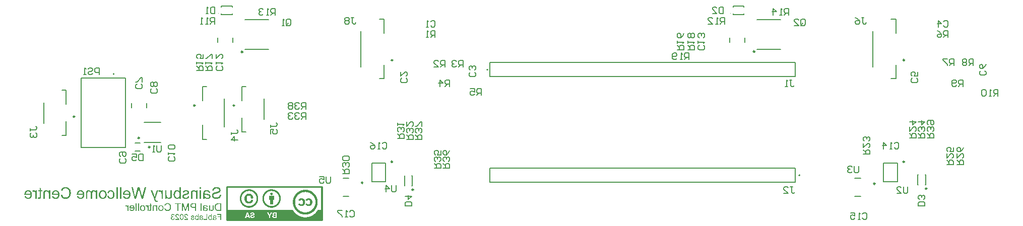
<source format=gbr>
%TF.GenerationSoftware,Altium Limited,Altium Designer,23.7.1 (13)*%
G04 Layer_Color=32896*
%FSLAX45Y45*%
%MOMM*%
%TF.SameCoordinates,F0F8C17F-0DA8-4E41-987A-5915CA82B15D*%
%TF.FilePolarity,Positive*%
%TF.FileFunction,Legend,Bot*%
%TF.Part,Single*%
G01*
G75*
%TA.AperFunction,NonConductor*%
%ADD53C,0.25000*%
%ADD56C,0.25400*%
%ADD57C,0.20000*%
%ADD58C,0.16000*%
%ADD59C,0.10000*%
%ADD60C,0.30000*%
%ADD61C,0.12700*%
G36*
X-3200000Y100000D02*
X-4800000D01*
Y659874D01*
X-3200000D01*
Y100000D01*
D02*
G37*
G36*
X-5231177Y621818D02*
X-5254713D01*
Y648686D01*
X-5231177D01*
Y621818D01*
D02*
G37*
G36*
X-5574006Y456444D02*
X-5595875D01*
Y473731D01*
X-5598583Y470190D01*
X-5601499Y467066D01*
X-5604623Y464358D01*
X-5607747Y461859D01*
X-5611080Y459985D01*
X-5614204Y458318D01*
X-5617328Y456860D01*
X-5620452Y455819D01*
X-5623160Y454986D01*
X-5625868Y454361D01*
X-5628367Y453944D01*
X-5630450Y453736D01*
X-5632116Y453528D01*
X-5633366Y453319D01*
X-5634407D01*
X-5638989Y453528D01*
X-5643363Y454153D01*
X-5647529Y455194D01*
X-5651486Y456444D01*
X-5655235Y457902D01*
X-5658776Y459360D01*
X-5661900Y461234D01*
X-5665024Y463109D01*
X-5667524Y464775D01*
X-5670023Y466649D01*
X-5672106Y468107D01*
X-5673772Y469774D01*
X-5675022Y470815D01*
X-5676063Y471856D01*
X-5676688Y472481D01*
X-5676896Y472689D01*
X-5680020Y476647D01*
X-5682728Y480604D01*
X-5685227Y484978D01*
X-5687310Y489560D01*
X-5688976Y494142D01*
X-5690434Y498933D01*
X-5691684Y503307D01*
X-5692517Y507680D01*
X-5693350Y511846D01*
X-5693767Y515803D01*
X-5694183Y519136D01*
X-5694600Y522260D01*
Y524759D01*
X-5694808Y526426D01*
Y527675D01*
Y528092D01*
X-5694600Y533715D01*
X-5694183Y538922D01*
X-5693350Y543713D01*
X-5692725Y547879D01*
X-5692309Y549753D01*
X-5691892Y551419D01*
X-5691476Y552877D01*
X-5691059Y554127D01*
X-5690851Y555168D01*
X-5690643Y555793D01*
X-5690434Y556210D01*
Y556418D01*
X-5688768Y561208D01*
X-5686894Y565582D01*
X-5685019Y569540D01*
X-5683145Y572872D01*
X-5681270Y575371D01*
X-5680020Y577454D01*
X-5679187Y578704D01*
X-5678771Y579121D01*
X-5675855Y582453D01*
X-5672731Y585369D01*
X-5669606Y587868D01*
X-5666690Y589951D01*
X-5663983Y591617D01*
X-5661900Y592659D01*
X-5661067Y593075D01*
X-5660442Y593492D01*
X-5660234Y593700D01*
X-5660026D01*
X-5655652Y595366D01*
X-5651486Y596616D01*
X-5647320Y597657D01*
X-5643571Y598282D01*
X-5640447Y598699D01*
X-5638989D01*
X-5637948Y598907D01*
X-5635657D01*
X-5631491Y598699D01*
X-5627326Y598074D01*
X-5623577Y597241D01*
X-5619827Y595991D01*
X-5616495Y594533D01*
X-5613371Y593076D01*
X-5610455Y591201D01*
X-5607956Y589535D01*
X-5605456Y587869D01*
X-5603373Y586202D01*
X-5601707Y584536D01*
X-5600249Y583078D01*
X-5598999Y581828D01*
X-5598166Y580995D01*
X-5597750Y580370D01*
X-5597542Y580162D01*
Y648686D01*
X-5574006D01*
Y456444D01*
D02*
G37*
G36*
X-7034882Y598699D02*
X-7030091Y597866D01*
X-7025926Y597033D01*
X-7022177Y595783D01*
X-7019261Y594742D01*
X-7018011Y594117D01*
X-7016970Y593700D01*
X-7016137Y593284D01*
X-7015512Y592867D01*
X-7015303Y592659D01*
X-7015095D01*
X-7011138Y590159D01*
X-7007805Y587452D01*
X-7004889Y584744D01*
X-7002390Y582036D01*
X-7000307Y579745D01*
X-6998849Y577871D01*
X-6998016Y576621D01*
X-6997600Y576413D01*
Y595783D01*
X-6976563D01*
Y456444D01*
X-7000099D01*
Y528717D01*
Y532258D01*
X-7000307Y535382D01*
X-7000516Y538506D01*
X-7000724Y541214D01*
X-7000932Y543921D01*
X-7001349Y546212D01*
X-7001557Y548295D01*
X-7001974Y550378D01*
X-7002390Y552044D01*
X-7002598Y553502D01*
X-7003015Y554752D01*
X-7003223Y555793D01*
X-7003432Y556626D01*
X-7003640Y557251D01*
X-7003848Y557459D01*
Y557668D01*
X-7005514Y561208D01*
X-7007389Y564333D01*
X-7009472Y567040D01*
X-7011554Y569123D01*
X-7013221Y570998D01*
X-7014679Y572039D01*
X-7015720Y572872D01*
X-7016137Y573080D01*
X-7019469Y574955D01*
X-7022593Y576205D01*
X-7025717Y577246D01*
X-7028633Y577871D01*
X-7031133Y578287D01*
X-7033007Y578496D01*
X-7034674D01*
X-7039256Y578079D01*
X-7043213Y577246D01*
X-7046337Y575996D01*
X-7049045Y574538D01*
X-7050919Y573080D01*
X-7052377Y571831D01*
X-7053210Y570998D01*
X-7053419Y570581D01*
X-7055293Y567249D01*
X-7056751Y563500D01*
X-7057793Y559542D01*
X-7058626Y555793D01*
X-7059042Y552252D01*
Y550794D01*
X-7059251Y549545D01*
Y548295D01*
Y547462D01*
Y547045D01*
Y546837D01*
Y456444D01*
X-7082786Y456443D01*
Y537256D01*
X-7082994Y541213D01*
X-7083203Y544754D01*
X-7083619Y548295D01*
X-7084244Y551419D01*
X-7085077Y554127D01*
X-7085910Y556834D01*
X-7086744Y559125D01*
X-7087785Y561208D01*
X-7088618Y562874D01*
X-7089451Y564541D01*
X-7090284Y565790D01*
X-7091117Y566832D01*
X-7091742Y567665D01*
X-7092159Y568290D01*
X-7092575Y568498D01*
Y568706D01*
X-7094450Y570372D01*
X-7096533Y572039D01*
X-7100490Y574330D01*
X-7104656Y576204D01*
X-7108613Y577246D01*
X-7111945Y578079D01*
X-7113403Y578287D01*
X-7114653D01*
X-7115694Y578495D01*
X-7117152D01*
X-7120068Y578287D01*
X-7122776Y577871D01*
X-7125275Y577246D01*
X-7127358Y576621D01*
X-7129024Y575788D01*
X-7130274Y575163D01*
X-7131107Y574746D01*
X-7131315Y574538D01*
X-7133398Y573080D01*
X-7135273Y571414D01*
X-7136522Y569748D01*
X-7137772Y568081D01*
X-7138605Y566623D01*
X-7139230Y565582D01*
X-7139647Y564749D01*
Y564541D01*
X-7140480Y561833D01*
X-7140896Y558709D01*
X-7141313Y555376D01*
X-7141729Y552044D01*
Y548920D01*
X-7141938Y546420D01*
Y545587D01*
Y544754D01*
Y544337D01*
Y544129D01*
Y456443D01*
X-7165473D01*
Y552044D01*
X-7165265Y556418D01*
X-7165057Y560375D01*
X-7164432Y564124D01*
X-7163807Y567665D01*
X-7162974Y570789D01*
X-7161933Y573705D01*
X-7160891Y576204D01*
X-7159850Y578495D01*
X-7158808Y580578D01*
X-7157767Y582453D01*
X-7156934Y583911D01*
X-7155892Y585160D01*
X-7155268Y585993D01*
X-7154643Y586618D01*
X-7154435Y587035D01*
X-7154226Y587243D01*
X-7152143Y589326D01*
X-7149644Y591200D01*
X-7147145Y592658D01*
X-7144645Y593908D01*
X-7139230Y595991D01*
X-7134231Y597449D01*
X-7131732Y597865D01*
X-7129441Y598282D01*
X-7127566Y598490D01*
X-7125692Y598699D01*
X-7124442Y598907D01*
X-7122359D01*
X-7117569Y598699D01*
X-7112987Y597865D01*
X-7108613Y596616D01*
X-7104447Y595158D01*
X-7100698Y593283D01*
X-7097158Y591200D01*
X-7093825Y588909D01*
X-7090909Y586827D01*
X-7088201Y584536D01*
X-7085910Y582244D01*
X-7083828Y580162D01*
X-7082370Y578287D01*
X-7080912Y576829D01*
X-7080079Y575579D01*
X-7079454Y574746D01*
X-7079245Y574538D01*
X-7077371Y578704D01*
X-7075288Y582245D01*
X-7072997Y585161D01*
X-7070706Y587868D01*
X-7068415Y589743D01*
X-7066749Y591201D01*
X-7065499Y592242D01*
X-7065291Y592450D01*
X-7065082D01*
X-7061125Y594533D01*
X-7056959Y596199D01*
X-7052794Y597241D01*
X-7048837Y598074D01*
X-7045296Y598491D01*
X-7043838Y598699D01*
X-7042380Y598907D01*
X-7039881D01*
X-7034882Y598699D01*
D02*
G37*
G36*
X-5134119Y598699D02*
X-5128078Y598074D01*
X-5122663Y597241D01*
X-5120164Y596825D01*
X-5118081Y596408D01*
X-5115998Y595991D01*
X-5114124Y595575D01*
X-5112666Y595158D01*
X-5111416Y594742D01*
X-5110375Y594325D01*
X-5109541Y594117D01*
X-5109125Y593909D01*
X-5108917D01*
X-5104126Y591826D01*
X-5099961Y589535D01*
X-5096420Y587244D01*
X-5093504Y584953D01*
X-5091213Y582870D01*
X-5089547Y581204D01*
X-5088505Y580162D01*
X-5088089Y579954D01*
Y579746D01*
X-5085589Y576205D01*
X-5083506Y572248D01*
X-5081840Y568290D01*
X-5080382Y564541D01*
X-5079341Y561209D01*
X-5078924Y559751D01*
X-5078508Y558501D01*
X-5078299Y557460D01*
X-5078091Y556627D01*
X-5077883Y556210D01*
Y556002D01*
X-5101002Y552877D01*
X-5101835Y555585D01*
X-5102668Y558084D01*
X-5104334Y562250D01*
X-5106417Y565999D01*
X-5108292Y568707D01*
X-5109958Y570790D01*
X-5111416Y572456D01*
X-5112249Y573289D01*
X-5112666Y573497D01*
X-5115998Y575372D01*
X-5119955Y576830D01*
X-5123913Y577871D01*
X-5127870Y578704D01*
X-5131619Y579121D01*
X-5133077D01*
X-5134535Y579329D01*
X-5137243D01*
X-5143491Y578912D01*
X-5148906Y578079D01*
X-5153489Y576830D01*
X-5157238Y575372D01*
X-5160154Y573705D01*
X-5161195Y573081D01*
X-5162236Y572456D01*
X-5163069Y572039D01*
X-5163486Y571623D01*
X-5163903Y571206D01*
X-5166194Y568707D01*
X-5167860Y565583D01*
X-5169110Y562250D01*
X-5169943Y558918D01*
X-5170359Y555793D01*
X-5170776Y553294D01*
Y552461D01*
Y551628D01*
Y551211D01*
Y551003D01*
Y550378D01*
Y549545D01*
Y547462D01*
X-5170568Y546629D01*
Y545796D01*
Y545171D01*
Y544963D01*
X-5167860Y544130D01*
X-5164944Y543297D01*
X-5161611Y542463D01*
X-5158279Y541630D01*
X-5151406Y540172D01*
X-5144533Y538923D01*
X-5141200Y538506D01*
X-5138284Y538090D01*
X-5135576Y537673D01*
X-5133077Y537256D01*
X-5131203Y537048D01*
X-5129745Y536840D01*
X-5128912Y536632D01*
X-5128495D01*
X-5123496Y536007D01*
X-5119331Y535382D01*
X-5115582Y534757D01*
X-5112666Y534341D01*
X-5110375Y533716D01*
X-5108708Y533507D01*
X-5107875Y533091D01*
X-5107459D01*
X-5104126Y532049D01*
X-5100794Y530800D01*
X-5097878Y529550D01*
X-5095378Y528300D01*
X-5093296Y527259D01*
X-5091838Y526218D01*
X-5090796Y525593D01*
X-5090380Y525385D01*
X-5087672Y523302D01*
X-5085381Y521219D01*
X-5083298Y518928D01*
X-5081632Y516845D01*
X-5080174Y514762D01*
X-5079133Y513304D01*
X-5078508Y512263D01*
X-5078299Y511846D01*
X-5076842Y508514D01*
X-5075592Y505390D01*
X-5074759Y502265D01*
X-5074342Y499350D01*
X-5073926Y496850D01*
X-5073717Y494767D01*
Y493518D01*
Y493309D01*
Y493101D01*
X-5073926Y489977D01*
X-5074342Y486853D01*
X-5074759Y483937D01*
X-5075592Y481229D01*
X-5077675Y476230D01*
X-5079966Y472273D01*
X-5081007Y470399D01*
X-5082049Y468941D01*
X-5083090Y467483D01*
X-5084131Y466441D01*
X-5084964Y465608D01*
X-5085381Y464983D01*
X-5085798Y464567D01*
X-5086006Y464358D01*
X-5088505Y462484D01*
X-5091005Y460818D01*
X-5093920Y459151D01*
X-5096628Y457902D01*
X-5102460Y456027D01*
X-5108292Y454778D01*
X-5110791Y454153D01*
X-5113291Y453944D01*
X-5115582Y453736D01*
X-5117456Y453528D01*
X-5118914Y453320D01*
X-5121205D01*
X-5126412Y453528D01*
X-5131203Y453944D01*
X-5135576Y454778D01*
X-5139534Y455611D01*
X-5142658Y456444D01*
X-5144116Y456860D01*
X-5145157Y457277D01*
X-5145990Y457485D01*
X-5146615Y457694D01*
X-5147032Y457902D01*
X-5147240D01*
X-5151822Y459985D01*
X-5156404Y462276D01*
X-5160570Y464983D01*
X-5164527Y467691D01*
X-5167860Y469982D01*
X-5169110Y471232D01*
X-5170359Y472065D01*
X-5171401Y472898D01*
X-5172025Y473523D01*
X-5172442Y473731D01*
X-5172650Y473939D01*
X-5173067Y470190D01*
X-5173692Y466858D01*
X-5174525Y463942D01*
X-5175358Y461443D01*
X-5175983Y459360D01*
X-5176608Y457694D01*
X-5177024Y456860D01*
X-5177232Y456444D01*
X-5201810D01*
X-5200352Y459360D01*
X-5199102Y462484D01*
X-5198060Y465192D01*
X-5197227Y467691D01*
X-5196603Y469982D01*
X-5196186Y471648D01*
X-5195978Y472690D01*
Y473106D01*
X-5195769Y474981D01*
X-5195561Y477480D01*
X-5195353Y480188D01*
X-5195145Y483312D01*
X-5194936Y486644D01*
Y490185D01*
X-5194728Y497267D01*
Y500599D01*
X-5194520Y503932D01*
Y506848D01*
Y509555D01*
Y511638D01*
Y513304D01*
Y514346D01*
Y514762D01*
Y546213D01*
Y549128D01*
Y551628D01*
X-5194311Y553919D01*
Y556210D01*
X-5194103Y559959D01*
X-5193895Y562875D01*
X-5193687Y565166D01*
X-5193478Y566624D01*
X-5193270Y567665D01*
Y567874D01*
X-5192437Y571414D01*
X-5191187Y574539D01*
X-5189938Y577246D01*
X-5188688Y579537D01*
X-5187646Y581412D01*
X-5186605Y582870D01*
X-5185980Y583703D01*
X-5185772Y583911D01*
X-5183481Y586202D01*
X-5180982Y588285D01*
X-5178274Y590160D01*
X-5175566Y591618D01*
X-5173067Y592867D01*
X-5171192Y593700D01*
X-5170359Y594117D01*
X-5169734Y594325D01*
X-5169526Y594533D01*
X-5169318D01*
X-5164944Y595991D01*
X-5160154Y597033D01*
X-5155363Y597866D01*
X-5150781Y598283D01*
X-5146824Y598699D01*
X-5144949D01*
X-5143491Y598907D01*
X-5140575D01*
X-5134119Y598699D01*
D02*
G37*
G36*
X-6207385Y456444D02*
X-6233837D01*
X-6274243Y602864D01*
X-6275285Y606405D01*
X-6276326Y610154D01*
X-6277367Y614112D01*
X-6278201Y617652D01*
X-6279034Y620568D01*
X-6279242Y622026D01*
X-6279450Y623068D01*
X-6279867Y624109D01*
Y624734D01*
X-6280075Y625150D01*
Y625359D01*
X-6280283Y624526D01*
X-6280700Y623276D01*
X-6281116Y621818D01*
X-6281533Y620152D01*
X-6282574Y616403D01*
X-6283616Y612654D01*
X-6284657Y608905D01*
X-6285074Y607238D01*
X-6285490Y605780D01*
X-6285907Y604531D01*
X-6286115Y603698D01*
X-6286323Y603073D01*
Y602864D01*
X-6326522Y456444D01*
X-6351307D01*
X-6404002Y648686D01*
X-6378383D01*
X-6348183Y524968D01*
X-6346100Y516428D01*
X-6344225Y508514D01*
X-6343392Y504973D01*
X-6342559Y501432D01*
X-6341934Y498308D01*
X-6341309Y495392D01*
X-6340685Y492684D01*
X-6340060Y490393D01*
X-6339643Y488310D01*
X-6339227Y486436D01*
X-6339018Y485186D01*
X-6338810Y484145D01*
X-6338602Y483520D01*
Y483312D01*
X-6336519Y495392D01*
X-6334228Y507264D01*
X-6332978Y513096D01*
X-6331729Y518719D01*
X-6330479Y524135D01*
X-6329229Y529133D01*
X-6327979Y533924D01*
X-6326938Y538089D01*
X-6325897Y541838D01*
X-6325064Y544963D01*
X-6324439Y547670D01*
X-6323814Y549545D01*
X-6323606Y550794D01*
X-6323397Y551211D01*
X-6296113Y648686D01*
X-6265495D01*
X-6228838Y518719D01*
X-6228422Y517470D01*
X-6228005Y515803D01*
X-6227589Y513721D01*
X-6226964Y511221D01*
X-6226131Y508305D01*
X-6225506Y505389D01*
X-6223839Y499141D01*
X-6223215Y496225D01*
X-6222382Y493309D01*
X-6221757Y490602D01*
X-6221340Y488102D01*
X-6220715Y486228D01*
X-6220507Y484561D01*
X-6220090Y483728D01*
Y483312D01*
X-6218841Y490602D01*
X-6217383Y497683D01*
X-6216133Y504140D01*
X-6215508Y507264D01*
X-6214883Y510180D01*
X-6214259Y512887D01*
X-6213634Y515179D01*
X-6213217Y517261D01*
X-6212801Y519136D01*
X-6212384Y520594D01*
X-6212176Y521635D01*
X-6211968Y522260D01*
Y522468D01*
X-6183017Y648686D01*
X-6156773D01*
X-6207385Y456444D01*
D02*
G37*
G36*
X-6001605Y456235D02*
X-6000563Y453736D01*
X-5999938Y451861D01*
X-5999522Y450820D01*
X-5999314Y450403D01*
X-5998481Y447904D01*
X-5997647Y445613D01*
X-5996814Y443530D01*
X-5996189Y441656D01*
X-5994940Y438532D01*
X-5993898Y436240D01*
X-5993274Y434574D01*
X-5992649Y433533D01*
X-5992440Y432908D01*
X-5992232Y432700D01*
X-5989733Y429575D01*
X-5988275Y428326D01*
X-5987025Y427284D01*
X-5985984Y426451D01*
X-5985151Y425826D01*
X-5984526Y425618D01*
X-5984317Y425410D01*
X-5982443Y424577D01*
X-5980360Y423952D01*
X-5978277Y423327D01*
X-5976403Y423119D01*
X-5974528Y422911D01*
X-5973070Y422702D01*
X-5971821D01*
X-5969738Y422911D01*
X-5967447Y423119D01*
X-5965156Y423535D01*
X-5963073Y423952D01*
X-5961198Y424368D01*
X-5959740Y424577D01*
X-5958907Y424993D01*
X-5958491D01*
X-5961198Y402916D01*
X-5964323Y401874D01*
X-5967030Y401249D01*
X-5969738Y400625D01*
X-5972029Y400416D01*
X-5973695Y400208D01*
X-5975153Y400000D01*
X-5976403D01*
X-5980568Y400208D01*
X-5984109Y400833D01*
X-5987442Y401874D01*
X-5990358Y402916D01*
X-5992649Y403749D01*
X-5994315Y404790D01*
X-5995356Y405415D01*
X-5995773Y405623D01*
X-5998689Y407914D01*
X-6001396Y410622D01*
X-6003896Y413330D01*
X-6005979Y416246D01*
X-6007645Y418745D01*
X-6009103Y420828D01*
X-6009519Y421661D01*
X-6009936Y422286D01*
X-6010144Y422494D01*
Y422702D01*
X-6011186Y424368D01*
X-6012019Y426451D01*
X-6013060Y428742D01*
X-6014310Y431242D01*
X-6016393Y436449D01*
X-6018684Y441656D01*
X-6019517Y444155D01*
X-6020558Y446446D01*
X-6021391Y448529D01*
X-6022016Y450403D01*
X-6022641Y452070D01*
X-6023058Y453111D01*
X-6023474Y453944D01*
Y454153D01*
X-6076377Y595783D01*
X-6052842D01*
X-6022849Y514345D01*
X-6020766Y508514D01*
X-6018892Y502890D01*
X-6017226Y497475D01*
X-6015768Y492684D01*
X-6015143Y490602D01*
X-6014726Y488727D01*
X-6014102Y486852D01*
X-6013893Y485395D01*
X-6013477Y484353D01*
X-6013268Y483520D01*
X-6013060Y482895D01*
Y482687D01*
X-6011394Y488935D01*
X-6009728Y494767D01*
X-6007853Y500391D01*
X-6006395Y505181D01*
X-6005562Y507264D01*
X-6004937Y509138D01*
X-6004312Y510805D01*
X-6003896Y512263D01*
X-6003479Y513512D01*
X-6003063Y514345D01*
X-6002854Y514762D01*
Y514970D01*
X-5973903Y595783D01*
X-5948910D01*
X-6001605Y456235D01*
D02*
G37*
G36*
X-7920905Y630149D02*
Y595783D01*
X-7903409D01*
Y577454D01*
X-7920905D01*
Y497058D01*
Y493309D01*
X-7921113Y489768D01*
Y486644D01*
X-7921321Y483728D01*
X-7921530Y481229D01*
X-7921738Y478938D01*
X-7921946Y476855D01*
X-7922363Y475189D01*
X-7922571Y473731D01*
X-7922779Y472481D01*
X-7922988Y471439D01*
X-7923196Y470606D01*
X-7923404Y469565D01*
X-7923613Y469148D01*
X-7924862Y466857D01*
X-7926320Y464775D01*
X-7927986Y462900D01*
X-7929653Y461442D01*
X-7931319Y460192D01*
X-7932569Y459359D01*
X-7933402Y458734D01*
X-7933610Y458526D01*
X-7936526Y457276D01*
X-7939650Y456235D01*
X-7942983Y455610D01*
X-7946315Y454985D01*
X-7949231Y454777D01*
X-7951522Y454569D01*
X-7953605D01*
X-7959853Y454985D01*
X-7962769Y455194D01*
X-7965477Y455610D01*
X-7967976Y456027D01*
X-7969851Y456235D01*
X-7971100Y456652D01*
X-7971517D01*
X-7968393Y477480D01*
X-7966102Y477271D01*
X-7964019Y477063D01*
X-7962144Y476855D01*
X-7960686D01*
X-7959437Y476646D01*
X-7955896D01*
X-7954230Y476855D01*
X-7952980Y477271D01*
X-7951730Y477480D01*
X-7950897Y477896D01*
X-7950272Y478104D01*
X-7949856Y478313D01*
X-7949648D01*
X-7947981Y479771D01*
X-7946732Y481229D01*
X-7945899Y482478D01*
X-7945690Y482687D01*
Y482895D01*
X-7945274Y484353D01*
X-7945065Y486227D01*
X-7944649Y488310D01*
Y490393D01*
X-7944441Y492476D01*
Y494142D01*
Y495392D01*
Y495600D01*
Y495808D01*
Y577454D01*
X-7968393D01*
Y595783D01*
X-7944441D01*
Y644312D01*
X-7920905Y630149D01*
D02*
G37*
G36*
X-7505803Y651810D02*
X-7501221Y651602D01*
X-7492681Y650144D01*
X-7488516Y649311D01*
X-7484767Y648269D01*
X-7481018Y647228D01*
X-7477685Y646186D01*
X-7474769Y645145D01*
X-7472062Y644104D01*
X-7469562Y643062D01*
X-7467688Y642229D01*
X-7466021Y641396D01*
X-7464980Y640771D01*
X-7464147Y640563D01*
X-7463939Y640355D01*
X-7460190Y638063D01*
X-7456441Y635564D01*
X-7453108Y632856D01*
X-7449984Y630149D01*
X-7447068Y627233D01*
X-7444360Y624525D01*
X-7442069Y621609D01*
X-7439778Y619110D01*
X-7437904Y616402D01*
X-7436237Y614111D01*
X-7434779Y612028D01*
X-7433530Y610154D01*
X-7432697Y608488D01*
X-7432072Y607446D01*
X-7431655Y606613D01*
X-7431447Y606405D01*
X-7429364Y602239D01*
X-7427698Y597657D01*
X-7426240Y593283D01*
X-7424782Y588909D01*
X-7422699Y579953D01*
X-7422074Y575788D01*
X-7421449Y571830D01*
X-7421033Y568081D01*
X-7420616Y564749D01*
X-7420408Y561625D01*
X-7420200Y558917D01*
X-7419992Y556834D01*
Y555168D01*
Y554335D01*
Y553918D01*
X-7420200Y548920D01*
X-7420408Y543921D01*
X-7421658Y534340D01*
X-7422283Y529758D01*
X-7423116Y525592D01*
X-7424157Y521635D01*
X-7424990Y517886D01*
X-7426032Y514553D01*
X-7426865Y511429D01*
X-7427698Y508930D01*
X-7428531Y506639D01*
X-7429156Y504973D01*
X-7429572Y503515D01*
X-7429781Y502681D01*
X-7429989Y502473D01*
X-7432072Y498099D01*
X-7434155Y493934D01*
X-7436446Y490185D01*
X-7438945Y486644D01*
X-7441444Y483311D01*
X-7443735Y480396D01*
X-7446235Y477688D01*
X-7448526Y475189D01*
X-7450817Y472897D01*
X-7452900Y471023D01*
X-7454774Y469565D01*
X-7456441Y468107D01*
X-7457690Y467066D01*
X-7458732Y466441D01*
X-7459356Y466024D01*
X-7459565Y465816D01*
X-7463314Y463525D01*
X-7467271Y461650D01*
X-7471437Y459984D01*
X-7475811Y458526D01*
X-7479976Y457485D01*
X-7484142Y456443D01*
X-7488307Y455610D01*
X-7492265Y454985D01*
X-7496014Y454361D01*
X-7499346Y453944D01*
X-7502470Y453736D01*
X-7504970Y453527D01*
X-7507261Y453319D01*
X-7510177D01*
X-7515800Y453527D01*
X-7521007Y453944D01*
X-7526006Y454777D01*
X-7530796Y455818D01*
X-7535379Y457068D01*
X-7539544Y458526D01*
X-7543293Y459984D01*
X-7546834Y461442D01*
X-7550167Y462900D01*
X-7552874Y464358D01*
X-7555374Y465816D01*
X-7557248Y467066D01*
X-7558914Y468107D01*
X-7559956Y468940D01*
X-7560789Y469357D01*
X-7560997Y469565D01*
X-7564746Y472897D01*
X-7568287Y476438D01*
X-7571411Y480187D01*
X-7574327Y483936D01*
X-7577035Y487894D01*
X-7579326Y492059D01*
X-7581409Y495808D01*
X-7583283Y499766D01*
X-7584949Y503306D01*
X-7586199Y506639D01*
X-7587449Y509763D01*
X-7588282Y512262D01*
X-7589115Y514553D01*
X-7589531Y516011D01*
X-7589948Y517053D01*
Y517469D01*
X-7564538Y523926D01*
X-7563496Y519552D01*
X-7562038Y515387D01*
X-7560581Y511429D01*
X-7559123Y507888D01*
X-7557456Y504556D01*
X-7555790Y501640D01*
X-7554124Y498932D01*
X-7552458Y496433D01*
X-7550791Y494350D01*
X-7549333Y492476D01*
X-7547875Y490810D01*
X-7546834Y489560D01*
X-7545793Y488518D01*
X-7544960Y487894D01*
X-7544543Y487477D01*
X-7544335Y487269D01*
X-7541419Y485186D01*
X-7538503Y483311D01*
X-7535587Y481645D01*
X-7532463Y480187D01*
X-7529339Y478938D01*
X-7526423Y477896D01*
X-7520591Y476438D01*
X-7518091Y476022D01*
X-7515592Y475605D01*
X-7513509Y475397D01*
X-7511635Y475189D01*
X-7510177Y474980D01*
X-7508094D01*
X-7504761Y475189D01*
X-7501637Y475397D01*
X-7495597Y476438D01*
X-7489974Y477896D01*
X-7485183Y479562D01*
X-7483100Y480396D01*
X-7481226Y481020D01*
X-7479560Y481853D01*
X-7478102Y482478D01*
X-7476852Y483103D01*
X-7476019Y483520D01*
X-7475602Y483936D01*
X-7475394D01*
X-7472686Y485811D01*
X-7470187Y487685D01*
X-7465605Y492059D01*
X-7461856Y496433D01*
X-7458732Y501015D01*
X-7456441Y504973D01*
X-7455399Y506639D01*
X-7454566Y508305D01*
X-7454149Y509555D01*
X-7453733Y510388D01*
X-7453316Y511013D01*
Y511221D01*
X-7451025Y518302D01*
X-7449151Y525592D01*
X-7447901Y532882D01*
X-7447484Y536215D01*
X-7447068Y539547D01*
X-7446860Y542671D01*
X-7446651Y545379D01*
X-7446443Y547878D01*
Y549961D01*
X-7446235Y551836D01*
Y553085D01*
Y553918D01*
Y554127D01*
X-7446443Y561208D01*
X-7447068Y567873D01*
X-7448109Y574122D01*
X-7448526Y577037D01*
X-7449151Y579745D01*
X-7449776Y582036D01*
X-7450192Y584327D01*
X-7450817Y586202D01*
X-7451234Y587868D01*
X-7451442Y589118D01*
X-7451858Y590159D01*
X-7452067Y590784D01*
Y590992D01*
X-7454774Y597449D01*
X-7457898Y603072D01*
X-7461231Y607863D01*
X-7463105Y609946D01*
X-7464772Y612028D01*
X-7466438Y613695D01*
X-7467896Y615153D01*
X-7469354Y616611D01*
X-7470395Y617652D01*
X-7471437Y618485D01*
X-7472270Y619110D01*
X-7472686Y619318D01*
X-7472895Y619527D01*
X-7475811Y621401D01*
X-7478726Y623067D01*
X-7481851Y624525D01*
X-7484975Y625775D01*
X-7491223Y627649D01*
X-7497263Y629107D01*
X-7499763Y629524D01*
X-7502262Y629732D01*
X-7504553Y629941D01*
X-7506428Y630149D01*
X-7508094Y630357D01*
X-7513718D01*
X-7517050Y629941D01*
X-7523298Y628899D01*
X-7528714Y627233D01*
X-7531005Y626400D01*
X-7533296Y625567D01*
X-7535379Y624734D01*
X-7537045Y623900D01*
X-7538503Y623067D01*
X-7539753Y622234D01*
X-7540794Y621609D01*
X-7541419Y621193D01*
X-7541835Y620985D01*
X-7542044Y620776D01*
X-7544335Y618902D01*
X-7546626Y616819D01*
X-7550375Y612028D01*
X-7553916Y606821D01*
X-7556623Y601823D01*
X-7558706Y597241D01*
X-7559747Y595366D01*
X-7560372Y593700D01*
X-7560997Y592242D01*
X-7561205Y590992D01*
X-7561622Y590367D01*
Y590159D01*
X-7586616Y595991D01*
X-7584949Y600781D01*
X-7583075Y605364D01*
X-7581200Y609737D01*
X-7578909Y613695D01*
X-7576826Y617444D01*
X-7574535Y620776D01*
X-7572244Y623900D01*
X-7569953Y626608D01*
X-7567662Y629107D01*
X-7565788Y631190D01*
X-7563913Y633065D01*
X-7562247Y634523D01*
X-7560997Y635772D01*
X-7559956Y636606D01*
X-7559331Y637022D01*
X-7559123Y637230D01*
X-7555374Y639938D01*
X-7551416Y642021D01*
X-7547459Y644104D01*
X-7543293Y645770D01*
X-7539128Y647228D01*
X-7535170Y648477D01*
X-7531213Y649311D01*
X-7527464Y650144D01*
X-7523923Y650769D01*
X-7520799Y651185D01*
X-7517883Y651602D01*
X-7515384Y651810D01*
X-7513301Y652018D01*
X-7510593D01*
X-7505803Y651810D01*
D02*
G37*
G36*
X-5722926Y509347D02*
Y504140D01*
X-5723134Y499558D01*
X-5723343Y495809D01*
X-5723551Y492684D01*
X-5723759Y490393D01*
X-5723967Y488519D01*
X-5724176Y487686D01*
Y487269D01*
X-5725217Y483520D01*
X-5726259Y480188D01*
X-5727508Y477272D01*
X-5728758Y474772D01*
X-5729799Y472689D01*
X-5730632Y471023D01*
X-5731257Y470190D01*
X-5731466Y469774D01*
X-5733548Y467274D01*
X-5736048Y464983D01*
X-5738755Y462900D01*
X-5741255Y461234D01*
X-5743754Y459776D01*
X-5745629Y458735D01*
X-5746878Y458110D01*
X-5747087Y457902D01*
X-5747295D01*
X-5751460Y456444D01*
X-5755418Y455194D01*
X-5759375Y454361D01*
X-5762916Y453944D01*
X-5766040Y453528D01*
X-5768331Y453319D01*
X-5770414D01*
X-5775621Y453528D01*
X-5780411Y454361D01*
X-5784785Y455402D01*
X-5789159Y457068D01*
X-5793116Y458735D01*
X-5796657Y460817D01*
X-5799990Y462900D01*
X-5803114Y465191D01*
X-5805822Y467274D01*
X-5808113Y469357D01*
X-5810195Y471440D01*
X-5811862Y473106D01*
X-5813111Y474772D01*
X-5813944Y475814D01*
X-5814569Y476647D01*
X-5814778Y476855D01*
Y456444D01*
X-5835814D01*
Y595783D01*
X-5812278D01*
Y521010D01*
X-5812070Y514762D01*
X-5811653Y509347D01*
X-5811029Y504765D01*
X-5810404Y500807D01*
X-5809987Y499141D01*
X-5809571Y497891D01*
X-5809154Y496642D01*
X-5808946Y495600D01*
X-5808737Y494975D01*
X-5808529Y494351D01*
X-5808321Y494142D01*
Y493934D01*
X-5806655Y490602D01*
X-5804572Y487686D01*
X-5802281Y485186D01*
X-5800198Y483103D01*
X-5798115Y481437D01*
X-5796449Y480188D01*
X-5795408Y479354D01*
X-5795199Y479146D01*
X-5794991D01*
X-5791450Y477272D01*
X-5788118Y476022D01*
X-5784785Y474981D01*
X-5781661Y474356D01*
X-5778953Y473939D01*
X-5777079Y473731D01*
X-5775204D01*
X-5771455Y473939D01*
X-5767915Y474564D01*
X-5764790Y475397D01*
X-5762291Y476438D01*
X-5760208Y477272D01*
X-5758542Y478105D01*
X-5757709Y478730D01*
X-5757292Y478938D01*
X-5754793Y481021D01*
X-5752710Y483520D01*
X-5751044Y485811D01*
X-5749794Y488102D01*
X-5748753Y490185D01*
X-5748128Y492059D01*
X-5747920Y493101D01*
X-5747711Y493517D01*
X-5747503Y494767D01*
X-5747295Y496433D01*
X-5747087Y500182D01*
X-5746670Y504348D01*
Y508514D01*
X-5746462Y512263D01*
Y513929D01*
Y515595D01*
Y516845D01*
Y517678D01*
Y518303D01*
Y518511D01*
Y595783D01*
X-5722926D01*
Y509347D01*
D02*
G37*
G36*
X-6476483Y598699D02*
X-6471276Y598074D01*
X-6466694Y597033D01*
X-6462112Y595783D01*
X-6457946Y594325D01*
X-6453989Y592659D01*
X-6450448Y590992D01*
X-6447324Y589118D01*
X-6444408Y587243D01*
X-6441909Y585577D01*
X-6439618Y583911D01*
X-6437951Y582453D01*
X-6436493Y581203D01*
X-6435452Y580162D01*
X-6434827Y579537D01*
X-6434619Y579329D01*
X-6431495Y575580D01*
X-6428787Y571414D01*
X-6426288Y567040D01*
X-6424205Y562666D01*
X-6422539Y558084D01*
X-6421081Y553502D01*
X-6419831Y549128D01*
X-6418998Y544754D01*
X-6418165Y540797D01*
X-6417748Y536840D01*
X-6417332Y533507D01*
X-6416915Y530591D01*
Y528092D01*
X-6416707Y526217D01*
Y525176D01*
Y524759D01*
X-6416915Y518511D01*
X-6417540Y512679D01*
X-6418373Y507264D01*
X-6419414Y502265D01*
X-6420872Y497475D01*
X-6422330Y493101D01*
X-6423997Y489144D01*
X-6425663Y485603D01*
X-6427121Y482479D01*
X-6428787Y479771D01*
X-6430245Y477480D01*
X-6431703Y475605D01*
X-6432744Y473939D01*
X-6433577Y472898D01*
X-6434202Y472273D01*
X-6434411Y472065D01*
X-6437951Y468732D01*
X-6441700Y465816D01*
X-6445449Y463317D01*
X-6449615Y461234D01*
X-6453572Y459360D01*
X-6457738Y457902D01*
X-6461695Y456652D01*
X-6465444Y455610D01*
X-6468985Y454986D01*
X-6472318Y454361D01*
X-6475233Y453944D01*
X-6477941Y453528D01*
X-6480024D01*
X-6481690Y453319D01*
X-6482940D01*
X-6487314Y453528D01*
X-6491688Y453736D01*
X-6495645Y454361D01*
X-6499394Y455194D01*
X-6502935Y456027D01*
X-6506059Y457068D01*
X-6509183Y458110D01*
X-6511891Y459151D01*
X-6514390Y460193D01*
X-6516473Y461234D01*
X-6518347Y462275D01*
X-6520014Y463109D01*
X-6521055Y463942D01*
X-6522096Y464567D01*
X-6522513Y464775D01*
X-6522721Y464983D01*
X-6525637Y467274D01*
X-6528137Y469774D01*
X-6530428Y472481D01*
X-6532719Y475189D01*
X-6536468Y480812D01*
X-6539384Y486019D01*
X-6540425Y488519D01*
X-6541466Y490810D01*
X-6542300Y492893D01*
X-6542924Y494767D01*
X-6543549Y496225D01*
X-6543966Y497266D01*
X-6544174Y498100D01*
Y498308D01*
X-6519597Y501432D01*
X-6517514Y496225D01*
X-6515015Y491643D01*
X-6512516Y487686D01*
X-6510224Y484770D01*
X-6508142Y482270D01*
X-6506475Y480604D01*
X-6505434Y479771D01*
X-6505226Y479354D01*
X-6505017D01*
X-6501477Y477063D01*
X-6497728Y475605D01*
X-6493979Y474356D01*
X-6490646Y473523D01*
X-6487522Y473106D01*
X-6485023Y472898D01*
X-6484189Y472689D01*
X-6482940D01*
X-6479816Y472898D01*
X-6476691Y473314D01*
X-6473775Y473731D01*
X-6471068Y474564D01*
X-6466069Y476438D01*
X-6461904Y478730D01*
X-6460029Y479771D01*
X-6458363Y481021D01*
X-6457113Y482062D01*
X-6455863Y482895D01*
X-6455030Y483728D01*
X-6454405Y484353D01*
X-6453989Y484561D01*
X-6453781Y484770D01*
X-6451698Y487269D01*
X-6449823Y489768D01*
X-6448365Y492684D01*
X-6446907Y495392D01*
X-6444616Y501432D01*
X-6442950Y507056D01*
X-6442325Y509763D01*
X-6441909Y512263D01*
X-6441492Y514345D01*
X-6441284Y516428D01*
X-6441076Y517886D01*
X-6440867Y519136D01*
Y519969D01*
Y520177D01*
X-6544799D01*
X-6545007Y522885D01*
Y524968D01*
Y526009D01*
Y526426D01*
X-6544799Y532674D01*
X-6544174Y538506D01*
X-6543341Y544129D01*
X-6542300Y549336D01*
X-6540842Y554127D01*
X-6539384Y558501D01*
X-6537717Y562458D01*
X-6536259Y565999D01*
X-6534593Y569123D01*
X-6532927Y572039D01*
X-6531469Y574330D01*
X-6530011Y576205D01*
X-6528970Y577871D01*
X-6528137Y578912D01*
X-6527512Y579537D01*
X-6527303Y579745D01*
X-6523971Y583078D01*
X-6520222Y585994D01*
X-6516473Y588701D01*
X-6512724Y590784D01*
X-6508975Y592659D01*
X-6505017Y594325D01*
X-6501477Y595575D01*
X-6497936Y596616D01*
X-6494603Y597241D01*
X-6491479Y597866D01*
X-6488772Y598282D01*
X-6486272Y598699D01*
X-6484398D01*
X-6482940Y598907D01*
X-6481690D01*
X-6476483Y598699D01*
D02*
G37*
G36*
X-6742873Y598491D02*
X-6736625Y597657D01*
X-6731001Y596199D01*
X-6728502Y595366D01*
X-6726003Y594742D01*
X-6723920Y593908D01*
X-6722045Y593075D01*
X-6720379Y592450D01*
X-6718921Y591617D01*
X-6717671Y591201D01*
X-6716838Y590784D01*
X-6716422Y590368D01*
X-6716213D01*
X-6710798Y586827D01*
X-6706216Y582870D01*
X-6702259Y578496D01*
X-6699134Y574538D01*
X-6696635Y570789D01*
X-6695802Y569123D01*
X-6694969Y567665D01*
X-6694344Y566624D01*
X-6693927Y565791D01*
X-6693511Y565166D01*
Y564957D01*
X-6691012Y558501D01*
X-6689345Y551628D01*
X-6688096Y544963D01*
X-6687054Y538922D01*
X-6686846Y536007D01*
X-6686638Y533507D01*
X-6686429Y531216D01*
Y529133D01*
X-6686221Y527675D01*
Y526426D01*
Y525593D01*
Y525384D01*
X-6686429Y519136D01*
X-6687054Y513096D01*
X-6687887Y507472D01*
X-6688929Y502265D01*
X-6690178Y497475D01*
X-6691636Y493101D01*
X-6693303Y489144D01*
X-6694969Y485603D01*
X-6696427Y482479D01*
X-6698093Y479563D01*
X-6699551Y477272D01*
X-6700801Y475397D01*
X-6701842Y473731D01*
X-6702675Y472689D01*
X-6703300Y472065D01*
X-6703508Y471856D01*
X-6706841Y468524D01*
X-6710382Y465816D01*
X-6714131Y463317D01*
X-6717880Y461234D01*
X-6721837Y459360D01*
X-6725586Y457902D01*
X-6729335Y456652D01*
X-6732876Y455610D01*
X-6736208Y454777D01*
X-6739332Y454361D01*
X-6742248Y453944D01*
X-6744539Y453528D01*
X-6746622D01*
X-6748080Y453319D01*
X-6749330D01*
X-6753496Y453528D01*
X-6757453Y453944D01*
X-6761202Y454569D01*
X-6764951Y455402D01*
X-6768283Y456444D01*
X-6771408Y457693D01*
X-6774324Y458735D01*
X-6777031Y460193D01*
X-6779322Y461442D01*
X-6781613Y462484D01*
X-6783280Y463733D01*
X-6784946Y464775D01*
X-6785987Y465608D01*
X-6787029Y466233D01*
X-6787445Y466649D01*
X-6787653Y466858D01*
X-6790361Y469565D01*
X-6793069Y472273D01*
X-6795360Y475397D01*
X-6797234Y478521D01*
X-6799109Y481645D01*
X-6800775Y484770D01*
X-6803274Y490602D01*
X-6804316Y493517D01*
X-6805149Y496017D01*
X-6805774Y498308D01*
X-6806399Y500391D01*
X-6806815Y502057D01*
X-6807023Y503307D01*
X-6807232Y504140D01*
Y504348D01*
X-6784113Y507472D01*
X-6783488Y504140D01*
X-6782863Y501224D01*
X-6782030Y498308D01*
X-6781197Y495809D01*
X-6780155Y493309D01*
X-6779322Y491226D01*
X-6778281Y489352D01*
X-6777239Y487477D01*
X-6776198Y486019D01*
X-6775365Y484770D01*
X-6773699Y482687D01*
X-6772657Y481437D01*
X-6772449Y481229D01*
X-6772241Y481021D01*
X-6768492Y478313D01*
X-6764743Y476230D01*
X-6760785Y474772D01*
X-6757245Y473731D01*
X-6753912Y473106D01*
X-6752662Y472898D01*
X-6751413D01*
X-6750371Y472689D01*
X-6749122D01*
X-6745997Y472898D01*
X-6742873Y473314D01*
X-6740166Y473939D01*
X-6737458Y474772D01*
X-6732668Y476647D01*
X-6728502Y479146D01*
X-6726836Y480188D01*
X-6725378Y481437D01*
X-6724128Y482479D01*
X-6722878Y483520D01*
X-6722045Y484145D01*
X-6721420Y484770D01*
X-6721212Y485186D01*
X-6721004Y485395D01*
X-6719129Y487894D01*
X-6717463Y490810D01*
X-6716005Y493934D01*
X-6714964Y497058D01*
X-6712881Y503931D01*
X-6711631Y510596D01*
X-6711215Y513721D01*
X-6711006Y516637D01*
X-6710798Y519344D01*
X-6710590Y521635D01*
X-6710382Y523510D01*
Y524968D01*
Y526009D01*
Y526217D01*
X-6710590Y531216D01*
X-6710798Y536007D01*
X-6711423Y540172D01*
X-6712048Y544129D01*
X-6712881Y547879D01*
X-6713922Y551211D01*
X-6714964Y554127D01*
X-6716005Y556835D01*
X-6716838Y559126D01*
X-6717880Y561208D01*
X-6718921Y562875D01*
X-6719754Y564124D01*
X-6720379Y565374D01*
X-6721004Y565999D01*
X-6721212Y566415D01*
X-6721420Y566624D01*
X-6723503Y568915D01*
X-6725794Y570789D01*
X-6728294Y572664D01*
X-6730585Y574122D01*
X-6733084Y575371D01*
X-6735375Y576413D01*
X-6739957Y577871D01*
X-6744123Y578912D01*
X-6745789Y579121D01*
X-6747455Y579329D01*
X-6748705Y579537D01*
X-6750371D01*
X-6754537Y579329D01*
X-6758494Y578496D01*
X-6761827Y577246D01*
X-6764743Y575996D01*
X-6767034Y574538D01*
X-6768908Y573497D01*
X-6769950Y572664D01*
X-6770366Y572247D01*
X-6773282Y569331D01*
X-6775781Y565999D01*
X-6777656Y562458D01*
X-6779322Y559126D01*
X-6780572Y556001D01*
X-6781405Y553502D01*
X-6781613Y552461D01*
X-6781822Y551836D01*
X-6782030Y551419D01*
Y551211D01*
X-6804941Y554752D01*
X-6804108Y558501D01*
X-6802858Y562250D01*
X-6801608Y565582D01*
X-6800359Y568707D01*
X-6798901Y571622D01*
X-6797234Y574330D01*
X-6795776Y576621D01*
X-6794110Y578912D01*
X-6792652Y580787D01*
X-6791194Y582453D01*
X-6789945Y583911D01*
X-6788695Y585161D01*
X-6787862Y585994D01*
X-6787029Y586619D01*
X-6786612Y587035D01*
X-6786404Y587243D01*
X-6783696Y589326D01*
X-6780780Y591201D01*
X-6777656Y592659D01*
X-6774532Y593908D01*
X-6768283Y595991D01*
X-6762452Y597449D01*
X-6759744Y597866D01*
X-6757245Y598282D01*
X-6754953Y598491D01*
X-6753079Y598699D01*
X-6751621Y598907D01*
X-6749330D01*
X-6742873Y598491D01*
D02*
G37*
G36*
X-7252326Y598699D02*
X-7247119Y598074D01*
X-7242537Y597032D01*
X-7237955Y595783D01*
X-7233789Y594325D01*
X-7229832Y592658D01*
X-7226291Y590992D01*
X-7223167Y589118D01*
X-7220251Y587243D01*
X-7217752Y585577D01*
X-7215461Y583911D01*
X-7213794Y582453D01*
X-7212336Y581203D01*
X-7211295Y580162D01*
X-7210670Y579537D01*
X-7210462Y579329D01*
X-7207338Y575579D01*
X-7204630Y571414D01*
X-7202131Y567040D01*
X-7200048Y562666D01*
X-7198382Y558084D01*
X-7196924Y553502D01*
X-7195674Y549128D01*
X-7194841Y544754D01*
X-7194008Y540797D01*
X-7193591Y536839D01*
X-7193175Y533507D01*
X-7192758Y530591D01*
Y528092D01*
X-7192550Y526217D01*
Y525176D01*
Y524759D01*
X-7192758Y518511D01*
X-7193383Y512679D01*
X-7194216Y507264D01*
X-7195257Y502265D01*
X-7196715Y497474D01*
X-7198173Y493101D01*
X-7199840Y489143D01*
X-7201506Y485603D01*
X-7202964Y482478D01*
X-7204630Y479771D01*
X-7206088Y477480D01*
X-7207546Y475605D01*
X-7208587Y473939D01*
X-7209420Y472897D01*
X-7210045Y472273D01*
X-7210254Y472064D01*
X-7213794Y468732D01*
X-7217543Y465816D01*
X-7221292Y463317D01*
X-7225458Y461234D01*
X-7229415Y459359D01*
X-7233581Y457901D01*
X-7237538Y456652D01*
X-7241287Y455610D01*
X-7244828Y454985D01*
X-7248161Y454361D01*
X-7251076Y453944D01*
X-7253784Y453527D01*
X-7255867D01*
X-7257533Y453319D01*
X-7258783D01*
X-7263157Y453527D01*
X-7267531Y453736D01*
X-7271488Y454361D01*
X-7275237Y455194D01*
X-7278778Y456027D01*
X-7281902Y457068D01*
X-7285026Y458110D01*
X-7287734Y459151D01*
X-7290233Y460192D01*
X-7292316Y461234D01*
X-7294190Y462275D01*
X-7295857Y463108D01*
X-7296898Y463941D01*
X-7297939Y464566D01*
X-7298356Y464775D01*
X-7298564Y464983D01*
X-7301480Y467274D01*
X-7303980Y469773D01*
X-7306271Y472481D01*
X-7308562Y475189D01*
X-7312311Y480812D01*
X-7315227Y486019D01*
X-7316268Y488518D01*
X-7317309Y490810D01*
X-7318143Y492892D01*
X-7318767Y494767D01*
X-7319392Y496225D01*
X-7319809Y497266D01*
X-7320017Y498099D01*
Y498308D01*
X-7295440Y501432D01*
X-7293357Y496225D01*
X-7290858Y491643D01*
X-7288359Y487685D01*
X-7286067Y484769D01*
X-7283985Y482270D01*
X-7282318Y480604D01*
X-7281277Y479771D01*
X-7281069Y479354D01*
X-7280860D01*
X-7277320Y477063D01*
X-7273571Y475605D01*
X-7269822Y474355D01*
X-7266489Y473522D01*
X-7263365Y473106D01*
X-7260866Y472897D01*
X-7260032Y472689D01*
X-7258783D01*
X-7255659Y472897D01*
X-7252534Y473314D01*
X-7249618Y473731D01*
X-7246911Y474564D01*
X-7241912Y476438D01*
X-7237747Y478729D01*
X-7235872Y479771D01*
X-7234206Y481020D01*
X-7232956Y482062D01*
X-7231706Y482895D01*
X-7230873Y483728D01*
X-7230248Y484353D01*
X-7229832Y484561D01*
X-7229624Y484769D01*
X-7227541Y487269D01*
X-7225666Y489768D01*
X-7224208Y492684D01*
X-7222750Y495392D01*
X-7220459Y501432D01*
X-7218793Y507055D01*
X-7218168Y509763D01*
X-7217752Y512262D01*
X-7217335Y514345D01*
X-7217127Y516428D01*
X-7216919Y517886D01*
X-7216710Y519136D01*
Y519969D01*
Y520177D01*
X-7320642D01*
X-7320850Y522885D01*
Y524967D01*
Y526009D01*
Y526425D01*
X-7320642Y532674D01*
X-7320017Y538506D01*
X-7319184Y544129D01*
X-7318143Y549336D01*
X-7316685Y554127D01*
X-7315227Y558501D01*
X-7313560Y562458D01*
X-7312102Y565999D01*
X-7310436Y569123D01*
X-7308770Y572039D01*
X-7307312Y574330D01*
X-7305854Y576204D01*
X-7304813Y577871D01*
X-7303980Y578912D01*
X-7303355Y579537D01*
X-7303146Y579745D01*
X-7299814Y583078D01*
X-7296065Y585993D01*
X-7292316Y588701D01*
X-7288567Y590784D01*
X-7284818Y592658D01*
X-7280860Y594325D01*
X-7277320Y595574D01*
X-7273779Y596616D01*
X-7270446Y597241D01*
X-7267322Y597865D01*
X-7264615Y598282D01*
X-7262115Y598699D01*
X-7260241D01*
X-7258783Y598907D01*
X-7257533D01*
X-7252326Y598699D01*
D02*
G37*
G36*
X-7670136D02*
X-7664929Y598074D01*
X-7660347Y597032D01*
X-7655764Y595783D01*
X-7651599Y594325D01*
X-7647642Y592658D01*
X-7644101Y590992D01*
X-7640977Y589118D01*
X-7638061Y587243D01*
X-7635561Y585577D01*
X-7633270Y583911D01*
X-7631604Y582453D01*
X-7630146Y581203D01*
X-7629105Y580162D01*
X-7628480Y579537D01*
X-7628272Y579329D01*
X-7625147Y575579D01*
X-7622440Y571414D01*
X-7619940Y567040D01*
X-7617858Y562666D01*
X-7616191Y558084D01*
X-7614733Y553502D01*
X-7613484Y549128D01*
X-7612651Y544754D01*
X-7611817Y540797D01*
X-7611401Y536839D01*
X-7610984Y533507D01*
X-7610568Y530591D01*
Y528092D01*
X-7610359Y526217D01*
Y525176D01*
Y524759D01*
X-7610568Y518511D01*
X-7611193Y512679D01*
X-7612026Y507264D01*
X-7613067Y502265D01*
X-7614525Y497474D01*
X-7615983Y493101D01*
X-7617649Y489143D01*
X-7619315Y485603D01*
X-7620773Y482478D01*
X-7622440Y479771D01*
X-7623898Y477480D01*
X-7625356Y475605D01*
X-7626397Y473939D01*
X-7627230Y472897D01*
X-7627855Y472273D01*
X-7628063Y472064D01*
X-7631604Y468732D01*
X-7635353Y465816D01*
X-7639102Y463317D01*
X-7643268Y461234D01*
X-7647225Y459359D01*
X-7651391Y457901D01*
X-7655348Y456652D01*
X-7659097Y455610D01*
X-7662638Y454985D01*
X-7665970Y454361D01*
X-7668886Y453944D01*
X-7671594Y453527D01*
X-7673677D01*
X-7675343Y453319D01*
X-7676592D01*
X-7680966Y453527D01*
X-7685340Y453736D01*
X-7689298Y454361D01*
X-7693047Y455194D01*
X-7696587Y456027D01*
X-7699712Y457068D01*
X-7702836Y458110D01*
X-7705543Y459151D01*
X-7708043Y460192D01*
X-7710126Y461234D01*
X-7712000Y462275D01*
X-7713666Y463108D01*
X-7714708Y463941D01*
X-7715749Y464566D01*
X-7716166Y464775D01*
X-7716374Y464983D01*
X-7719290Y467274D01*
X-7721789Y469773D01*
X-7724080Y472481D01*
X-7726371Y475189D01*
X-7730120Y480812D01*
X-7733036Y486019D01*
X-7734078Y488518D01*
X-7735119Y490810D01*
X-7735952Y492892D01*
X-7736577Y494767D01*
X-7737202Y496225D01*
X-7737619Y497266D01*
X-7737827Y498099D01*
Y498308D01*
X-7713250Y501432D01*
X-7711167Y496225D01*
X-7708668Y491643D01*
X-7706168Y487685D01*
X-7703877Y484769D01*
X-7701794Y482270D01*
X-7700128Y480604D01*
X-7699087Y479771D01*
X-7698878Y479354D01*
X-7698670D01*
X-7695129Y477063D01*
X-7691380Y475605D01*
X-7687631Y474355D01*
X-7684299Y473522D01*
X-7681175Y473106D01*
X-7678675Y472897D01*
X-7677842Y472689D01*
X-7676592D01*
X-7673468Y472897D01*
X-7670344Y473314D01*
X-7667428Y473731D01*
X-7664721Y474564D01*
X-7659722Y476438D01*
X-7655556Y478729D01*
X-7653682Y479771D01*
X-7652015Y481020D01*
X-7650766Y482062D01*
X-7649516Y482895D01*
X-7648683Y483728D01*
X-7648058Y484353D01*
X-7647642Y484561D01*
X-7647433Y484769D01*
X-7645350Y487269D01*
X-7643476Y489768D01*
X-7642018Y492684D01*
X-7640560Y495392D01*
X-7638269Y501432D01*
X-7636603Y507055D01*
X-7635978Y509763D01*
X-7635561Y512262D01*
X-7635145Y514345D01*
X-7634936Y516428D01*
X-7634728Y517886D01*
X-7634520Y519136D01*
Y519969D01*
Y520177D01*
X-7738452D01*
X-7738660Y522885D01*
Y524967D01*
Y526009D01*
Y526425D01*
X-7738452Y532674D01*
X-7737827Y538506D01*
X-7736994Y544129D01*
X-7735952Y549336D01*
X-7734494Y554127D01*
X-7733036Y558501D01*
X-7731370Y562458D01*
X-7729912Y565999D01*
X-7728246Y569123D01*
X-7726580Y572039D01*
X-7725122Y574330D01*
X-7723664Y576204D01*
X-7722622Y577871D01*
X-7721789Y578912D01*
X-7721164Y579537D01*
X-7720956Y579745D01*
X-7717624Y583078D01*
X-7713875Y585993D01*
X-7710126Y588701D01*
X-7706377Y590784D01*
X-7702627Y592658D01*
X-7698670Y594325D01*
X-7695129Y595574D01*
X-7691589Y596616D01*
X-7688256Y597241D01*
X-7685132Y597865D01*
X-7682424Y598282D01*
X-7679925Y598699D01*
X-7678050D01*
X-7676592Y598907D01*
X-7675343D01*
X-7670136Y598699D01*
D02*
G37*
G36*
X-8132726D02*
X-8127519Y598074D01*
X-8122937Y597032D01*
X-8118354Y595783D01*
X-8114189Y594325D01*
X-8110231Y592658D01*
X-8106691Y590992D01*
X-8103566Y589118D01*
X-8100651Y587243D01*
X-8098151Y585577D01*
X-8095860Y583911D01*
X-8094194Y582453D01*
X-8092736Y581203D01*
X-8091695Y580162D01*
X-8091070Y579537D01*
X-8090861Y579329D01*
X-8087737Y575579D01*
X-8085030Y571414D01*
X-8082530Y567040D01*
X-8080447Y562666D01*
X-8078781Y558084D01*
X-8077323Y553502D01*
X-8076074Y549128D01*
X-8075240Y544754D01*
X-8074407Y540797D01*
X-8073991Y536839D01*
X-8073574Y533507D01*
X-8073158Y530591D01*
Y528092D01*
X-8072949Y526217D01*
Y525176D01*
Y524759D01*
X-8073158Y518511D01*
X-8073782Y512679D01*
X-8074616Y507264D01*
X-8075657Y502265D01*
X-8077115Y497474D01*
X-8078573Y493101D01*
X-8080239Y489143D01*
X-8081905Y485603D01*
X-8083363Y482478D01*
X-8085030Y479771D01*
X-8086488Y477480D01*
X-8087945Y475605D01*
X-8088987Y473939D01*
X-8089820Y472897D01*
X-8090445Y472273D01*
X-8090653Y472064D01*
X-8094194Y468732D01*
X-8097943Y465816D01*
X-8101692Y463317D01*
X-8105858Y461234D01*
X-8109815Y459359D01*
X-8113980Y457901D01*
X-8117938Y456652D01*
X-8121687Y455610D01*
X-8125228Y454985D01*
X-8128560Y454361D01*
X-8131476Y453944D01*
X-8134184Y453527D01*
X-8136266D01*
X-8137933Y453319D01*
X-8139182D01*
X-8143556Y453527D01*
X-8147930Y453736D01*
X-8151887Y454361D01*
X-8155636Y455194D01*
X-8159177Y456027D01*
X-8162301Y457068D01*
X-8165426Y458110D01*
X-8168133Y459151D01*
X-8170633Y460192D01*
X-8172715Y461234D01*
X-8174590Y462275D01*
X-8176256Y463108D01*
X-8177298Y463941D01*
X-8178339Y464566D01*
X-8178756Y464775D01*
X-8178964Y464983D01*
X-8181880Y467274D01*
X-8184379Y469773D01*
X-8186670Y472481D01*
X-8188961Y475189D01*
X-8192710Y480812D01*
X-8195626Y486019D01*
X-8196668Y488518D01*
X-8197709Y490810D01*
X-8198542Y492892D01*
X-8199167Y494767D01*
X-8199792Y496225D01*
X-8200208Y497266D01*
X-8200417Y498099D01*
Y498308D01*
X-8175840Y501432D01*
X-8173757Y496225D01*
X-8171257Y491643D01*
X-8168758Y487685D01*
X-8166467Y484769D01*
X-8164384Y482270D01*
X-8162718Y480604D01*
X-8161677Y479771D01*
X-8161468Y479354D01*
X-8161260D01*
X-8157719Y477063D01*
X-8153970Y475605D01*
X-8150221Y474355D01*
X-8146889Y473522D01*
X-8143765Y473106D01*
X-8141265Y472897D01*
X-8140432Y472689D01*
X-8139182D01*
X-8136058Y472897D01*
X-8132934Y473314D01*
X-8130018Y473731D01*
X-8127310Y474564D01*
X-8122312Y476438D01*
X-8118146Y478729D01*
X-8116272Y479771D01*
X-8114605Y481020D01*
X-8113356Y482062D01*
X-8112106Y482895D01*
X-8111273Y483728D01*
X-8110648Y484353D01*
X-8110231Y484561D01*
X-8110023Y484769D01*
X-8107940Y487269D01*
X-8106066Y489768D01*
X-8104608Y492684D01*
X-8103150Y495392D01*
X-8100859Y501432D01*
X-8099193Y507055D01*
X-8098568Y509763D01*
X-8098151Y512262D01*
X-8097735Y514345D01*
X-8097526Y516428D01*
X-8097318Y517886D01*
X-8097110Y519136D01*
Y519969D01*
Y520177D01*
X-8201042D01*
X-8201250Y522885D01*
Y524967D01*
Y526009D01*
Y526425D01*
X-8201042Y532674D01*
X-8200417Y538506D01*
X-8199584Y544129D01*
X-8198542Y549336D01*
X-8197084Y554127D01*
X-8195626Y558501D01*
X-8193960Y562458D01*
X-8192502Y565999D01*
X-8190836Y569123D01*
X-8189170Y572039D01*
X-8187712Y574330D01*
X-8186254Y576204D01*
X-8185212Y577871D01*
X-8184379Y578912D01*
X-8183754Y579537D01*
X-8183546Y579745D01*
X-8180214Y583078D01*
X-8176464Y585993D01*
X-8172715Y588701D01*
X-8168966Y590784D01*
X-8165217Y592658D01*
X-8161260Y594325D01*
X-8157719Y595574D01*
X-8154179Y596616D01*
X-8150846Y597241D01*
X-8147722Y597865D01*
X-8145014Y598282D01*
X-8142515Y598699D01*
X-8140640D01*
X-8139182Y598907D01*
X-8137933D01*
X-8132726Y598699D01*
D02*
G37*
G36*
X-5231177Y456444D02*
X-5254713D01*
Y595783D01*
X-5231177D01*
Y456444D01*
D02*
G37*
G36*
X-5350730Y598699D02*
X-5345731Y597866D01*
X-5341149Y596825D01*
X-5336775Y595367D01*
X-5332818Y593492D01*
X-5329277Y591618D01*
X-5325944Y589535D01*
X-5323028Y587452D01*
X-5320321Y585161D01*
X-5318030Y583078D01*
X-5316155Y581204D01*
X-5314697Y579329D01*
X-5313448Y577871D01*
X-5312406Y576830D01*
X-5311990Y575997D01*
X-5311781Y575788D01*
Y595783D01*
X-5290537D01*
Y456444D01*
X-5314072D01*
Y532466D01*
X-5314281Y537256D01*
X-5314489Y541839D01*
X-5315114Y545796D01*
X-5315739Y549545D01*
X-5316572Y552877D01*
X-5317405Y555793D01*
X-5318446Y558501D01*
X-5319488Y560792D01*
X-5320529Y562875D01*
X-5321571Y564541D01*
X-5322404Y565791D01*
X-5323237Y567041D01*
X-5323862Y567874D01*
X-5324486Y568498D01*
X-5324695Y568707D01*
X-5324903Y568915D01*
X-5326986Y570581D01*
X-5329277Y572039D01*
X-5333651Y574539D01*
X-5338025Y576205D01*
X-5341982Y577246D01*
X-5345523Y578079D01*
X-5347189Y578288D01*
X-5348439D01*
X-5349480Y578496D01*
X-5350938D01*
X-5354479Y578288D01*
X-5357603Y577871D01*
X-5360311Y577038D01*
X-5362810Y576413D01*
X-5364684Y575580D01*
X-5366142Y574747D01*
X-5367184Y574330D01*
X-5367392Y574122D01*
X-5369891Y572456D01*
X-5371974Y570581D01*
X-5373641Y568707D01*
X-5374890Y566832D01*
X-5375932Y565166D01*
X-5376556Y563916D01*
X-5376973Y563083D01*
X-5377181Y562667D01*
X-5378223Y559751D01*
X-5378848Y556418D01*
X-5379472Y552877D01*
X-5379681Y549337D01*
X-5379889Y546213D01*
X-5380097Y544755D01*
Y543505D01*
Y542672D01*
Y541839D01*
Y541422D01*
Y541214D01*
Y456444D01*
X-5403633D01*
Y542047D01*
Y544963D01*
Y547670D01*
X-5403425Y550378D01*
Y552669D01*
X-5403216Y554752D01*
Y556627D01*
X-5403008Y559751D01*
X-5402591Y562042D01*
X-5402383Y563708D01*
X-5402175Y564749D01*
Y564958D01*
X-5401342Y568707D01*
X-5400092Y572039D01*
X-5399051Y574955D01*
X-5397801Y577455D01*
X-5396551Y579537D01*
X-5395718Y581204D01*
X-5395093Y582037D01*
X-5394885Y582453D01*
X-5392802Y585161D01*
X-5390303Y587452D01*
X-5387595Y589326D01*
X-5385096Y591201D01*
X-5382597Y592451D01*
X-5380722Y593492D01*
X-5379472Y594117D01*
X-5379264Y594325D01*
X-5379056D01*
X-5375098Y595783D01*
X-5371141Y597033D01*
X-5367184Y597866D01*
X-5363643Y598283D01*
X-5360519Y598699D01*
X-5359269D01*
X-5358020Y598907D01*
X-5355937D01*
X-5350730Y598699D01*
D02*
G37*
G36*
X-5921000Y598699D02*
X-5918084Y598074D01*
X-5915585Y597449D01*
X-5913294Y596616D01*
X-5911628Y595575D01*
X-5910170Y594950D01*
X-5909337Y594325D01*
X-5908920Y594117D01*
X-5907670Y593075D01*
X-5906212Y591826D01*
X-5903713Y589118D01*
X-5901214Y585785D01*
X-5898923Y582453D01*
X-5896840Y579537D01*
X-5895382Y576829D01*
X-5894757Y575996D01*
X-5894341Y575163D01*
X-5893924Y574747D01*
Y595783D01*
X-5872679D01*
Y456444D01*
X-5896215D01*
Y529342D01*
X-5896423Y534757D01*
X-5896840Y539964D01*
X-5897465Y544546D01*
X-5898090Y548712D01*
X-5898714Y552044D01*
X-5899131Y553502D01*
X-5899339Y554752D01*
X-5899548Y555585D01*
X-5899756Y556210D01*
X-5899964Y556626D01*
Y556835D01*
X-5901214Y559750D01*
X-5902463Y562458D01*
X-5903921Y564541D01*
X-5905379Y566415D01*
X-5906629Y567873D01*
X-5907670Y568915D01*
X-5908504Y569540D01*
X-5908712Y569748D01*
X-5911211Y571414D01*
X-5913502Y572456D01*
X-5915793Y573289D01*
X-5918084Y573914D01*
X-5919959Y574330D01*
X-5921417Y574538D01*
X-5922667D01*
X-5925999Y574330D01*
X-5929123Y573705D01*
X-5932039Y572872D01*
X-5934539Y572039D01*
X-5936830Y570998D01*
X-5938496Y570164D01*
X-5939537Y569540D01*
X-5939954Y569331D01*
X-5948285Y591201D01*
X-5943703Y593700D01*
X-5939121Y595575D01*
X-5935163Y597033D01*
X-5931414Y597866D01*
X-5928290Y598491D01*
X-5927040Y598699D01*
X-5925999D01*
X-5925166Y598907D01*
X-5923916D01*
X-5921000Y598699D01*
D02*
G37*
G36*
X-6573333Y456444D02*
X-6596869D01*
Y648686D01*
X-6573333D01*
Y456444D01*
D02*
G37*
G36*
X-6632901D02*
X-6656437D01*
Y648686D01*
X-6632901D01*
Y456444D01*
D02*
G37*
G36*
X-7827804Y598699D02*
X-7822805Y597865D01*
X-7818223Y596824D01*
X-7813849Y595366D01*
X-7809892Y593492D01*
X-7806351Y591617D01*
X-7803018Y589534D01*
X-7800103Y587451D01*
X-7797395Y585160D01*
X-7795104Y583078D01*
X-7793229Y581203D01*
X-7791771Y579329D01*
X-7790522Y577871D01*
X-7789480Y576829D01*
X-7789064Y575996D01*
X-7788855Y575788D01*
Y595783D01*
X-7767611D01*
Y456443D01*
X-7791146D01*
Y532466D01*
X-7791355Y537256D01*
X-7791563Y541838D01*
X-7792188Y545795D01*
X-7792813Y549544D01*
X-7793646Y552877D01*
X-7794479Y555793D01*
X-7795520Y558501D01*
X-7796562Y560792D01*
X-7797603Y562874D01*
X-7798645Y564541D01*
X-7799478Y565790D01*
X-7800311Y567040D01*
X-7800936Y567873D01*
X-7801560Y568498D01*
X-7801769Y568706D01*
X-7801977Y568915D01*
X-7804060Y570581D01*
X-7806351Y572039D01*
X-7810725Y574538D01*
X-7815099Y576204D01*
X-7819056Y577246D01*
X-7822597Y578079D01*
X-7824263Y578287D01*
X-7825513D01*
X-7826554Y578495D01*
X-7828012D01*
X-7831553Y578287D01*
X-7834677Y577871D01*
X-7837385Y577037D01*
X-7839884Y576413D01*
X-7841759Y575579D01*
X-7843216Y574746D01*
X-7844258Y574330D01*
X-7844466Y574122D01*
X-7846966Y572455D01*
X-7849048Y570581D01*
X-7850715Y568706D01*
X-7851964Y566832D01*
X-7853006Y565165D01*
X-7853630Y563916D01*
X-7854047Y563083D01*
X-7854255Y562666D01*
X-7855297Y559750D01*
X-7855922Y556418D01*
X-7856546Y552877D01*
X-7856755Y549336D01*
X-7856963Y546212D01*
X-7857171Y544754D01*
Y543504D01*
Y542671D01*
Y541838D01*
Y541422D01*
Y541213D01*
Y456443D01*
X-7880707D01*
Y542046D01*
Y544962D01*
Y547670D01*
X-7880499Y550378D01*
Y552669D01*
X-7880290Y554751D01*
Y556626D01*
X-7880082Y559750D01*
X-7879665Y562041D01*
X-7879457Y563708D01*
X-7879249Y564749D01*
Y564957D01*
X-7878416Y568706D01*
X-7877166Y572039D01*
X-7876125Y574955D01*
X-7874875Y577454D01*
X-7873625Y579537D01*
X-7872792Y581203D01*
X-7872167Y582036D01*
X-7871959Y582453D01*
X-7869876Y585160D01*
X-7867377Y587451D01*
X-7864669Y589326D01*
X-7862170Y591200D01*
X-7859671Y592450D01*
X-7857796Y593492D01*
X-7856546Y594116D01*
X-7856338Y594325D01*
X-7856130D01*
X-7852173Y595783D01*
X-7848215Y597032D01*
X-7844258Y597865D01*
X-7840717Y598282D01*
X-7837593Y598699D01*
X-7836343D01*
X-7835094Y598907D01*
X-7833011D01*
X-7827804Y598699D01*
D02*
G37*
G36*
X-8039625D02*
X-8036709Y598074D01*
X-8034209Y597449D01*
X-8031918Y596616D01*
X-8030252Y595574D01*
X-8028794Y594950D01*
X-8027961Y594325D01*
X-8027544Y594116D01*
X-8026295Y593075D01*
X-8024837Y591825D01*
X-8022337Y589118D01*
X-8019838Y585785D01*
X-8017547Y582453D01*
X-8015464Y579537D01*
X-8014006Y576829D01*
X-8013381Y575996D01*
X-8012965Y575163D01*
X-8012548Y574746D01*
Y595783D01*
X-7991304D01*
Y456443D01*
X-8014839D01*
Y529341D01*
X-8015047Y534757D01*
X-8015464Y539964D01*
X-8016089Y544546D01*
X-8016714Y548711D01*
X-8017339Y552044D01*
X-8017755Y553502D01*
X-8017963Y554751D01*
X-8018172Y555585D01*
X-8018380Y556209D01*
X-8018588Y556626D01*
Y556834D01*
X-8019838Y559750D01*
X-8021088Y562458D01*
X-8022546Y564541D01*
X-8024004Y566415D01*
X-8025253Y567873D01*
X-8026295Y568915D01*
X-8027128Y569539D01*
X-8027336Y569748D01*
X-8029835Y571414D01*
X-8032126Y572455D01*
X-8034418Y573288D01*
X-8036709Y573913D01*
X-8038583Y574330D01*
X-8040041Y574538D01*
X-8041291D01*
X-8044623Y574330D01*
X-8047747Y573705D01*
X-8050663Y572872D01*
X-8053163Y572039D01*
X-8055454Y570997D01*
X-8057120Y570164D01*
X-8058161Y569539D01*
X-8058578Y569331D01*
X-8066909Y591200D01*
X-8062327Y593700D01*
X-8057745Y595574D01*
X-8053788Y597032D01*
X-8050039Y597865D01*
X-8046914Y598490D01*
X-8045665Y598699D01*
X-8044623D01*
X-8043790Y598907D01*
X-8042540D01*
X-8039625Y598699D01*
D02*
G37*
G36*
X-4964787Y651810D02*
X-4958122Y650977D01*
X-4952290Y649936D01*
X-4949582Y649311D01*
X-4947083Y648686D01*
X-4944792Y648061D01*
X-4942709Y647437D01*
X-4940835Y646812D01*
X-4939377Y646395D01*
X-4938335Y645979D01*
X-4937294Y645562D01*
X-4936877Y645354D01*
X-4936669D01*
X-4931046Y642646D01*
X-4926255Y639522D01*
X-4922089Y636398D01*
X-4918757Y633274D01*
X-4916049Y630358D01*
X-4913967Y628067D01*
X-4913342Y627233D01*
X-4912925Y626609D01*
X-4912509Y626192D01*
Y625984D01*
X-4909801Y621193D01*
X-4907718Y616403D01*
X-4906468Y612029D01*
X-4905427Y607863D01*
X-4904802Y604114D01*
X-4904594Y602656D01*
Y601407D01*
X-4904386Y600365D01*
Y599532D01*
Y599116D01*
Y598907D01*
X-4904594Y594117D01*
X-4905427Y589535D01*
X-4906468Y585369D01*
X-4907718Y581828D01*
X-4908968Y578912D01*
X-4910009Y576621D01*
X-4910426Y575788D01*
X-4910842Y575163D01*
X-4911051Y574955D01*
Y574747D01*
X-4913758Y570998D01*
X-4917091Y567457D01*
X-4920423Y564541D01*
X-4923964Y561834D01*
X-4926880Y559751D01*
X-4929379Y558293D01*
X-4930421Y557876D01*
X-4931046Y557460D01*
X-4931462Y557043D01*
X-4931670D01*
X-4933753Y556002D01*
X-4936253Y554960D01*
X-4938960Y553919D01*
X-4941876Y552877D01*
X-4947916Y550795D01*
X-4954165Y548920D01*
X-4957081Y548087D01*
X-4959580Y547254D01*
X-4962079Y546629D01*
X-4964370Y546004D01*
X-4966037Y545588D01*
X-4967495Y545171D01*
X-4968328Y544963D01*
X-4968536D01*
X-4973326Y543921D01*
X-4977700Y542672D01*
X-4981449Y541839D01*
X-4984990Y540797D01*
X-4988114Y539964D01*
X-4991030Y539339D01*
X-4993321Y538506D01*
X-4995612Y537881D01*
X-4997279Y537465D01*
X-4998945Y536840D01*
X-5000194Y536423D01*
X-5001028Y536215D01*
X-5001861Y536007D01*
X-5002277Y535799D01*
X-5002694Y535590D01*
X-5006859Y533716D01*
X-5010400Y531841D01*
X-5013524Y529967D01*
X-5015815Y528300D01*
X-5017690Y526634D01*
X-5018940Y525385D01*
X-5019773Y524551D01*
X-5019981Y524343D01*
X-5021856Y521844D01*
X-5023105Y519136D01*
X-5024147Y516428D01*
X-5024772Y513929D01*
X-5025188Y511846D01*
X-5025396Y509972D01*
Y508930D01*
Y508722D01*
Y508514D01*
X-5025188Y505390D01*
X-5024563Y502265D01*
X-5023522Y499558D01*
X-5022689Y497058D01*
X-5021647Y494976D01*
X-5020606Y493309D01*
X-5019981Y492476D01*
X-5019773Y492060D01*
X-5017482Y489352D01*
X-5014982Y487061D01*
X-5012066Y484978D01*
X-5009359Y483312D01*
X-5006859Y482062D01*
X-5004985Y481021D01*
X-5004152Y480604D01*
X-5003527Y480396D01*
X-5003319Y480188D01*
X-5003110D01*
X-4998945Y478730D01*
X-4994571Y477688D01*
X-4990197Y477064D01*
X-4986240Y476647D01*
X-4982907Y476230D01*
X-4981449D01*
X-4980200Y476022D01*
X-4977700D01*
X-4971660Y476230D01*
X-4966245Y476855D01*
X-4961038Y477897D01*
X-4956664Y478938D01*
X-4954789Y479355D01*
X-4953123Y479771D01*
X-4951665Y480396D01*
X-4950416Y480813D01*
X-4949374Y481229D01*
X-4948749Y481437D01*
X-4948333Y481646D01*
X-4948124D01*
X-4943542Y483937D01*
X-4939585Y486436D01*
X-4936253Y488727D01*
X-4933545Y491227D01*
X-4931462Y493309D01*
X-4930004Y494976D01*
X-4928963Y496017D01*
X-4928754Y496434D01*
X-4926672Y500183D01*
X-4925005Y504140D01*
X-4923756Y508097D01*
X-4922714Y511846D01*
X-4921881Y515387D01*
X-4921673Y516637D01*
X-4921465Y517886D01*
X-4921256Y518928D01*
X-4921048Y519761D01*
Y520178D01*
Y520386D01*
X-4897096Y518303D01*
X-4897304Y514762D01*
X-4897721Y511221D01*
X-4898970Y504765D01*
X-4900637Y498725D01*
X-4901470Y496017D01*
X-4902511Y493726D01*
X-4903344Y491435D01*
X-4904386Y489352D01*
X-4905219Y487686D01*
X-4906052Y486228D01*
X-4906677Y484978D01*
X-4907093Y484145D01*
X-4907302Y483729D01*
X-4907510Y483520D01*
X-4911467Y478105D01*
X-4916049Y473523D01*
X-4920632Y469565D01*
X-4925005Y466441D01*
X-4928963Y463942D01*
X-4930629Y463109D01*
X-4932087Y462276D01*
X-4933337Y461651D01*
X-4934170Y461234D01*
X-4934795Y460818D01*
X-4935003D01*
X-4942084Y458318D01*
X-4949374Y456444D01*
X-4956664Y455194D01*
X-4963537Y454361D01*
X-4966870Y453944D01*
X-4969786Y453736D01*
X-4972285Y453528D01*
X-4974576D01*
X-4976451Y453320D01*
X-4978950D01*
X-4986448Y453736D01*
X-4993321Y454569D01*
X-4999570Y455611D01*
X-5002486Y456444D01*
X-5004985Y457069D01*
X-5007484Y457694D01*
X-5009567Y458527D01*
X-5011442Y459151D01*
X-5012900Y459568D01*
X-5014149Y460193D01*
X-5014982Y460401D01*
X-5015607Y460818D01*
X-5015815D01*
X-5021647Y463942D01*
X-5026646Y467274D01*
X-5031020Y470815D01*
X-5034561Y474148D01*
X-5037477Y477272D01*
X-5039351Y479563D01*
X-5040184Y480604D01*
X-5040601Y481229D01*
X-5041017Y481646D01*
Y481854D01*
X-5042684Y484353D01*
X-5043933Y487061D01*
X-5046224Y492060D01*
X-5047891Y496850D01*
X-5048932Y501224D01*
X-5049557Y505181D01*
X-5049765Y506639D01*
Y508097D01*
X-5049973Y509139D01*
Y509972D01*
Y510388D01*
Y510597D01*
X-5049557Y516220D01*
X-5048724Y521427D01*
X-5047474Y526009D01*
X-5046016Y529967D01*
X-5044350Y533299D01*
X-5043725Y534757D01*
X-5043100Y535799D01*
X-5042684Y536632D01*
X-5042267Y537256D01*
X-5041850Y537673D01*
Y537881D01*
X-5040184Y539964D01*
X-5038518Y542047D01*
X-5034561Y546004D01*
X-5030603Y549337D01*
X-5026438Y552044D01*
X-5022897Y554335D01*
X-5021231Y555377D01*
X-5019773Y556002D01*
X-5018731Y556627D01*
X-5017898Y557043D01*
X-5017273Y557460D01*
X-5017065D01*
X-5014774Y558501D01*
X-5011858Y559542D01*
X-5008942Y560584D01*
X-5005610Y561625D01*
X-4998528Y563500D01*
X-4991447Y565374D01*
X-4988114Y566416D01*
X-4984990Y567041D01*
X-4982074Y567874D01*
X-4979575Y568290D01*
X-4977492Y568915D01*
X-4976034Y569332D01*
X-4974993Y569540D01*
X-4974576D01*
X-4968952Y570790D01*
X-4963954Y572248D01*
X-4959580Y573497D01*
X-4955414Y574747D01*
X-4951874Y575997D01*
X-4948749Y577038D01*
X-4946042Y578079D01*
X-4943751Y579121D01*
X-4941876Y580162D01*
X-4940210Y580995D01*
X-4938960Y581620D01*
X-4937919Y582245D01*
X-4937086Y582870D01*
X-4936669Y583286D01*
X-4936253Y583495D01*
X-4933753Y586202D01*
X-4932087Y588910D01*
X-4930837Y591826D01*
X-4929796Y594533D01*
X-4929379Y596825D01*
X-4929171Y598699D01*
X-4928963Y599949D01*
Y600157D01*
Y600365D01*
X-4929171Y602656D01*
X-4929379Y604739D01*
X-4930629Y608488D01*
X-4932295Y612029D01*
X-4934170Y614945D01*
X-4936044Y617444D01*
X-4937710Y619319D01*
X-4938960Y620360D01*
X-4939168Y620777D01*
X-4939377D01*
X-4941460Y622235D01*
X-4943959Y623693D01*
X-4949166Y625775D01*
X-4954581Y627233D01*
X-4960205Y628275D01*
X-4962704Y628691D01*
X-4965203Y628900D01*
X-4967286Y629108D01*
X-4969161D01*
X-4970827Y629316D01*
X-4976867D01*
X-4980616Y628900D01*
X-4984157Y628483D01*
X-4987489Y627858D01*
X-4990405Y627233D01*
X-4993113Y626400D01*
X-4995612Y625567D01*
X-4997903Y624734D01*
X-4999778Y623693D01*
X-5001444Y622860D01*
X-5002902Y622026D01*
X-5004152Y621402D01*
X-5004985Y620777D01*
X-5005818Y620360D01*
X-5006026Y620152D01*
X-5006235Y619944D01*
X-5008317Y618069D01*
X-5010192Y616195D01*
X-5013108Y611821D01*
X-5015607Y607239D01*
X-5017273Y602865D01*
X-5018523Y598907D01*
X-5018940Y597241D01*
X-5019356Y595575D01*
X-5019565Y594325D01*
Y593492D01*
X-5019773Y592867D01*
Y592659D01*
X-5044142Y594533D01*
X-5043517Y600782D01*
X-5042267Y606405D01*
X-5040809Y611612D01*
X-5039143Y615986D01*
X-5038101Y617861D01*
X-5037477Y619735D01*
X-5036643Y621193D01*
X-5036019Y622443D01*
X-5035394Y623484D01*
X-5034977Y624109D01*
X-5034769Y624526D01*
X-5034561Y624734D01*
X-5031020Y629525D01*
X-5027063Y633482D01*
X-5022897Y637023D01*
X-5018731Y639939D01*
X-5015191Y642021D01*
X-5013524Y642854D01*
X-5012275Y643688D01*
X-5011233Y644312D01*
X-5010192Y644521D01*
X-5009775Y644937D01*
X-5009567D01*
X-5003319Y647228D01*
X-4996862Y649103D01*
X-4990405Y650353D01*
X-4984573Y651186D01*
X-4981866Y651394D01*
X-4979575Y651602D01*
X-4977284Y651810D01*
X-4975409Y652019D01*
X-4971868D01*
X-4964787Y651810D01*
D02*
G37*
G36*
X-5481738Y598699D02*
X-5477989Y598491D01*
X-5474448Y598074D01*
X-5471532Y597449D01*
X-5468824Y596825D01*
X-5466950Y596408D01*
X-5465700Y596200D01*
X-5465492Y595991D01*
X-5465284D01*
X-5461951Y594950D01*
X-5458827Y593700D01*
X-5456328Y592451D01*
X-5454245Y591409D01*
X-5452579Y590576D01*
X-5451329Y589743D01*
X-5450496Y589326D01*
X-5450288Y589118D01*
X-5447580Y587035D01*
X-5445289Y584953D01*
X-5443206Y582662D01*
X-5441748Y580579D01*
X-5440290Y578704D01*
X-5439457Y577246D01*
X-5438832Y576413D01*
X-5438624Y575997D01*
X-5437166Y573081D01*
X-5436125Y569956D01*
X-5435500Y567041D01*
X-5435083Y564333D01*
X-5434667Y562042D01*
X-5434458Y560376D01*
Y559126D01*
Y558918D01*
Y558709D01*
X-5434667Y554960D01*
X-5435291Y551420D01*
X-5436125Y548295D01*
X-5436958Y545588D01*
X-5437791Y543297D01*
X-5438624Y541422D01*
X-5439249Y540381D01*
X-5439457Y539964D01*
X-5441540Y537048D01*
X-5444039Y534341D01*
X-5446539Y532258D01*
X-5449038Y530383D01*
X-5451329Y528717D01*
X-5452995Y527676D01*
X-5454245Y527051D01*
X-5454453Y526842D01*
X-5454661D01*
X-5456744Y526009D01*
X-5459244Y524968D01*
X-5461743Y523927D01*
X-5464659Y523093D01*
X-5470699Y521219D01*
X-5476531Y519344D01*
X-5479447Y518511D01*
X-5482154Y517678D01*
X-5484654Y517053D01*
X-5486737Y516428D01*
X-5488403Y516012D01*
X-5489861Y515595D01*
X-5490694Y515387D01*
X-5490902D01*
X-5494235Y514554D01*
X-5497359Y513721D01*
X-5500275Y512888D01*
X-5502774Y512055D01*
X-5505065Y511430D01*
X-5506940Y510805D01*
X-5508606Y510180D01*
X-5510272Y509555D01*
X-5511522Y509139D01*
X-5512563Y508722D01*
X-5514021Y508097D01*
X-5514854Y507681D01*
X-5515063Y507472D01*
X-5517354Y505598D01*
X-5519228Y503515D01*
X-5520478Y501432D01*
X-5521311Y499350D01*
X-5521728Y497683D01*
X-5522144Y496017D01*
Y495184D01*
Y494767D01*
X-5521728Y491435D01*
X-5520894Y488519D01*
X-5519645Y485811D01*
X-5518187Y483520D01*
X-5516729Y481646D01*
X-5515479Y480396D01*
X-5514646Y479355D01*
X-5514230Y479146D01*
X-5510897Y477064D01*
X-5507148Y475397D01*
X-5502982Y474356D01*
X-5499025Y473523D01*
X-5495484Y473106D01*
X-5494026Y472898D01*
X-5492568D01*
X-5491527Y472690D01*
X-5489861D01*
X-5484237Y473106D01*
X-5479238Y473939D01*
X-5474865Y474981D01*
X-5471324Y476439D01*
X-5468408Y477688D01*
X-5466325Y478938D01*
X-5465075Y479771D01*
X-5464867Y479979D01*
X-5464659D01*
X-5461535Y483104D01*
X-5459244Y486436D01*
X-5457369Y490185D01*
X-5455911Y493726D01*
X-5454870Y496850D01*
X-5454453Y498100D01*
X-5454245Y499350D01*
X-5454037Y500391D01*
Y501016D01*
X-5453828Y501432D01*
Y501641D01*
X-5430501Y497892D01*
X-5431334Y493934D01*
X-5432375Y489977D01*
X-5433625Y486436D01*
X-5434875Y483312D01*
X-5436333Y480188D01*
X-5437791Y477480D01*
X-5439249Y474981D01*
X-5440915Y472690D01*
X-5442373Y470815D01*
X-5443831Y469149D01*
X-5445081Y467691D01*
X-5446122Y466441D01*
X-5447163Y465608D01*
X-5447788Y464983D01*
X-5448205Y464567D01*
X-5448413Y464358D01*
X-5451329Y462484D01*
X-5454245Y460818D01*
X-5457577Y459151D01*
X-5460910Y457902D01*
X-5467991Y456027D01*
X-5474656Y454778D01*
X-5477781Y454153D01*
X-5480696Y453944D01*
X-5483404Y453736D01*
X-5485487Y453528D01*
X-5487361Y453320D01*
X-5490069D01*
X-5496109Y453528D01*
X-5501524Y454153D01*
X-5506523Y455194D01*
X-5510897Y456236D01*
X-5512772Y456652D01*
X-5514438Y457069D01*
X-5515896Y457694D01*
X-5517145Y458110D01*
X-5518187Y458527D01*
X-5518812Y458735D01*
X-5519228Y458943D01*
X-5519437D01*
X-5524019Y461234D01*
X-5527976Y463734D01*
X-5531308Y466441D01*
X-5534224Y469149D01*
X-5536307Y471440D01*
X-5537973Y473315D01*
X-5538807Y474564D01*
X-5539223Y474772D01*
Y474981D01*
X-5541514Y478938D01*
X-5543389Y482895D01*
X-5544638Y486644D01*
X-5545472Y489977D01*
X-5545888Y492893D01*
X-5546305Y495184D01*
Y496017D01*
Y496642D01*
Y497058D01*
Y497267D01*
X-5546096Y501641D01*
X-5545472Y505598D01*
X-5544430Y508930D01*
X-5543389Y511846D01*
X-5542347Y514346D01*
X-5541306Y516012D01*
X-5540681Y517053D01*
X-5540473Y517470D01*
X-5538182Y520386D01*
X-5535682Y522885D01*
X-5532975Y524968D01*
X-5530475Y526634D01*
X-5528393Y528092D01*
X-5526518Y528925D01*
X-5525268Y529550D01*
X-5525060Y529758D01*
X-5524852D01*
X-5522769Y530592D01*
X-5520478Y531425D01*
X-5517979Y532466D01*
X-5515271Y533299D01*
X-5509647Y535174D01*
X-5503816Y536840D01*
X-5501108Y537673D01*
X-5498400Y538506D01*
X-5496109Y539131D01*
X-5494235Y539756D01*
X-5492360Y540172D01*
X-5491110Y540589D01*
X-5490277Y540797D01*
X-5490069D01*
X-5486945Y541630D01*
X-5484237Y542463D01*
X-5481738Y543088D01*
X-5479447Y543713D01*
X-5477572Y544338D01*
X-5475906Y544755D01*
X-5474448Y545171D01*
X-5473198Y545588D01*
X-5471324Y546213D01*
X-5470074Y546629D01*
X-5469449Y546837D01*
X-5469241D01*
X-5467158Y547879D01*
X-5465284Y548920D01*
X-5463617Y549962D01*
X-5462368Y551003D01*
X-5461326Y551836D01*
X-5460702Y552461D01*
X-5460285Y552877D01*
X-5460077Y553086D01*
X-5459244Y554544D01*
X-5458619Y556002D01*
X-5457786Y558709D01*
X-5457577Y559751D01*
X-5457369Y560584D01*
Y561209D01*
Y561417D01*
X-5457577Y564125D01*
X-5458410Y566416D01*
X-5459452Y568707D01*
X-5460910Y570581D01*
X-5462160Y572039D01*
X-5463201Y573081D01*
X-5464034Y573914D01*
X-5464242Y574122D01*
X-5465700Y575163D01*
X-5467158Y575997D01*
X-5470699Y577246D01*
X-5474656Y578288D01*
X-5478405Y578912D01*
X-5481946Y579329D01*
X-5483404D01*
X-5484654Y579537D01*
X-5487361D01*
X-5492360Y579329D01*
X-5496526Y578496D01*
X-5500275Y577663D01*
X-5503399Y576413D01*
X-5505690Y575372D01*
X-5507356Y574330D01*
X-5508398Y573497D01*
X-5508814Y573289D01*
X-5511314Y570790D01*
X-5513396Y568082D01*
X-5515063Y565374D01*
X-5516312Y562667D01*
X-5517145Y560376D01*
X-5517562Y558293D01*
X-5517979Y557043D01*
Y556835D01*
Y556627D01*
X-5541098Y559751D01*
X-5540056Y564541D01*
X-5538807Y568707D01*
X-5537557Y572456D01*
X-5536099Y575580D01*
X-5534849Y577871D01*
X-5533808Y579746D01*
X-5532975Y580787D01*
X-5532766Y581204D01*
X-5530267Y584119D01*
X-5527351Y586619D01*
X-5524435Y588910D01*
X-5521519Y590784D01*
X-5518603Y592242D01*
X-5516521Y593284D01*
X-5515687Y593700D01*
X-5515063Y593909D01*
X-5514646Y594117D01*
X-5514438D01*
X-5509647Y595783D01*
X-5504857Y596825D01*
X-5499858Y597658D01*
X-5495484Y598283D01*
X-5491527Y598699D01*
X-5489861D01*
X-5488403Y598907D01*
X-5485695D01*
X-5481738Y598699D01*
D02*
G37*
G36*
X-6879088Y598699D02*
X-6874506Y598282D01*
X-6870341Y597449D01*
X-6866175Y596408D01*
X-6862218Y595366D01*
X-6858677Y593908D01*
X-6855344Y592659D01*
X-6852429Y591201D01*
X-6849513Y589743D01*
X-6847222Y588285D01*
X-6845139Y586827D01*
X-6843264Y585785D01*
X-6842015Y584744D01*
X-6840973Y583911D01*
X-6840348Y583494D01*
X-6840140Y583286D01*
X-6836391Y579537D01*
X-6833058Y575580D01*
X-6830143Y571206D01*
X-6827643Y566624D01*
X-6825769Y561833D01*
X-6823894Y557043D01*
X-6822436Y552252D01*
X-6821395Y547670D01*
X-6820562Y543296D01*
X-6819729Y539339D01*
X-6819312Y535590D01*
X-6819104Y532258D01*
X-6818895Y529758D01*
X-6818687Y527675D01*
Y526426D01*
Y526217D01*
Y526009D01*
X-6818895Y519552D01*
X-6819520Y513512D01*
X-6820353Y507889D01*
X-6821395Y502682D01*
X-6822853Y497891D01*
X-6824311Y493517D01*
X-6825977Y489560D01*
X-6827643Y485811D01*
X-6829309Y482687D01*
X-6830976Y479771D01*
X-6832434Y477480D01*
X-6833892Y475605D01*
X-6834933Y473939D01*
X-6835766Y472898D01*
X-6836391Y472273D01*
X-6836599Y472065D01*
X-6840140Y468732D01*
X-6843889Y465816D01*
X-6847638Y463317D01*
X-6851595Y461234D01*
X-6855553Y459360D01*
X-6859510Y457902D01*
X-6863259Y456652D01*
X-6867008Y455610D01*
X-6870549Y454986D01*
X-6873673Y454361D01*
X-6876589Y453944D01*
X-6879088Y453528D01*
X-6881171D01*
X-6882629Y453319D01*
X-6883879D01*
X-6890544Y453736D01*
X-6896792Y454569D01*
X-6902416Y456027D01*
X-6905123Y456652D01*
X-6907414Y457485D01*
X-6909706Y458318D01*
X-6911580Y458943D01*
X-6913246Y459776D01*
X-6914704Y460401D01*
X-6915954Y460817D01*
X-6916787Y461234D01*
X-6917204Y461651D01*
X-6917412D01*
X-6922827Y465191D01*
X-6927618Y468940D01*
X-6931575Y472898D01*
X-6934907Y476855D01*
X-6937615Y480188D01*
X-6938656Y481854D01*
X-6939490Y483103D01*
X-6940114Y484145D01*
X-6940531Y484978D01*
X-6940948Y485395D01*
Y485603D01*
X-6942405Y488727D01*
X-6943655Y491851D01*
X-6945738Y498724D01*
X-6947196Y505806D01*
X-6948029Y512471D01*
X-6948446Y515595D01*
X-6948654Y518511D01*
X-6948862Y521219D01*
Y523510D01*
X-6949070Y525384D01*
Y526634D01*
Y527675D01*
Y527884D01*
X-6948862Y533924D01*
X-6948237Y539756D01*
X-6947404Y545171D01*
X-6946155Y550170D01*
X-6944905Y554752D01*
X-6943239Y558917D01*
X-6941572Y562875D01*
X-6939906Y566415D01*
X-6938240Y569540D01*
X-6936574Y572247D01*
X-6934907Y574538D01*
X-6933658Y576413D01*
X-6932408Y578079D01*
X-6931575Y579121D01*
X-6930950Y579745D01*
X-6930742Y579954D01*
X-6927201Y583286D01*
X-6923452Y586202D01*
X-6919703Y588701D01*
X-6915746Y590992D01*
X-6911788Y592659D01*
X-6908039Y594325D01*
X-6904082Y595575D01*
X-6900541Y596616D01*
X-6897000Y597241D01*
X-6893876Y597866D01*
X-6891169Y598282D01*
X-6888669Y598699D01*
X-6886586D01*
X-6885128Y598907D01*
X-6883879D01*
X-6879088Y598699D01*
D02*
G37*
G36*
X-5703348Y197996D02*
X-5701369Y197787D01*
X-5699495Y197475D01*
X-5697620Y197058D01*
X-5695954Y196538D01*
X-5694392Y196017D01*
X-5692934Y195392D01*
X-5691684Y194871D01*
X-5690434Y194246D01*
X-5689393Y193622D01*
X-5688560Y193101D01*
X-5687727Y192580D01*
X-5687206Y192164D01*
X-5686685Y191851D01*
X-5686477Y191643D01*
X-5686373Y191539D01*
X-5685019Y190289D01*
X-5683769Y188831D01*
X-5682624Y187373D01*
X-5681582Y185915D01*
X-5680645Y184353D01*
X-5679916Y182895D01*
X-5678562Y179875D01*
X-5678042Y178521D01*
X-5677625Y177272D01*
X-5677313Y176126D01*
X-5677000Y175189D01*
X-5676792Y174356D01*
X-5676688Y173731D01*
X-5676584Y173314D01*
Y173210D01*
X-5688352Y171127D01*
X-5688976Y174147D01*
X-5689810Y176751D01*
X-5690747Y179042D01*
X-5691788Y180812D01*
X-5692621Y182270D01*
X-5693454Y183208D01*
X-5693975Y183832D01*
X-5694183Y184041D01*
X-5696058Y185499D01*
X-5697932Y186540D01*
X-5699911Y187373D01*
X-5701682Y187894D01*
X-5703348Y188206D01*
X-5703973Y188311D01*
X-5704597D01*
X-5705118Y188415D01*
X-5705743D01*
X-5708242Y188206D01*
X-5710429Y187790D01*
X-5712408Y187061D01*
X-5714074Y186332D01*
X-5715324Y185499D01*
X-5716261Y184770D01*
X-5716886Y184353D01*
X-5717094Y184145D01*
X-5717927Y183312D01*
X-5718552Y182479D01*
X-5719698Y180604D01*
X-5720531Y178834D01*
X-5721052Y177168D01*
X-5721364Y175605D01*
X-5721468Y174460D01*
X-5721572Y173939D01*
Y173627D01*
Y173418D01*
Y173314D01*
X-5721468Y171856D01*
X-5721260Y170503D01*
X-5721052Y169149D01*
X-5720635Y168003D01*
X-5719594Y165920D01*
X-5718552Y164254D01*
X-5717407Y162900D01*
X-5716365Y161963D01*
X-5715949Y161651D01*
X-5715740Y161442D01*
X-5715532Y161234D01*
X-5715428D01*
X-5713137Y159880D01*
X-5710742Y158943D01*
X-5708451Y158214D01*
X-5706368Y157797D01*
X-5704597Y157485D01*
X-5703868Y157381D01*
X-5703139D01*
X-5702619Y157277D01*
X-5701265D01*
X-5700640Y157381D01*
X-5700119Y157485D01*
X-5699911D01*
X-5698661Y147175D01*
X-5700432Y147592D01*
X-5702098Y147904D01*
X-5703452Y148112D01*
X-5704702Y148321D01*
X-5705639D01*
X-5706368Y148425D01*
X-5706993D01*
X-5708451Y148321D01*
X-5709909Y148217D01*
X-5712512Y147592D01*
X-5714803Y146759D01*
X-5716782Y145821D01*
X-5718344Y144780D01*
X-5718969Y144363D01*
X-5719489Y143947D01*
X-5719906Y143634D01*
X-5720218Y143322D01*
X-5720323Y143218D01*
X-5720427Y143114D01*
X-5721364Y142072D01*
X-5722197Y141031D01*
X-5722926Y139990D01*
X-5723551Y138844D01*
X-5724488Y136657D01*
X-5725217Y134470D01*
X-5725530Y132596D01*
X-5725634Y131867D01*
X-5725738Y131138D01*
X-5725842Y130617D01*
Y130096D01*
Y129888D01*
Y129784D01*
X-5725738Y128222D01*
X-5725634Y126764D01*
X-5724905Y123952D01*
X-5724072Y121557D01*
X-5723030Y119474D01*
X-5722405Y118537D01*
X-5721885Y117808D01*
X-5721468Y117079D01*
X-5721052Y116558D01*
X-5720635Y116141D01*
X-5720323Y115829D01*
X-5720218Y115621D01*
X-5720114Y115517D01*
X-5718969Y114475D01*
X-5717823Y113642D01*
X-5716678Y112913D01*
X-5715532Y112184D01*
X-5713137Y111143D01*
X-5710846Y110518D01*
X-5708971Y110101D01*
X-5708034Y109997D01*
X-5707409Y109893D01*
X-5706784Y109789D01*
X-5705951D01*
X-5703452Y109997D01*
X-5701057Y110518D01*
X-5699078Y111143D01*
X-5697308Y111976D01*
X-5695850Y112809D01*
X-5694808Y113434D01*
X-5694496Y113746D01*
X-5694183Y113955D01*
X-5694079Y114163D01*
X-5693975D01*
X-5693142Y115100D01*
X-5692309Y116037D01*
X-5690851Y118224D01*
X-5689705Y120620D01*
X-5688768Y123015D01*
X-5688039Y125202D01*
X-5687831Y126139D01*
X-5687623Y126972D01*
X-5687414Y127701D01*
X-5687310Y128222D01*
X-5687206Y128534D01*
Y128638D01*
X-5675438Y127076D01*
X-5675751Y124889D01*
X-5676167Y122806D01*
X-5676792Y120828D01*
X-5677417Y118953D01*
X-5678146Y117183D01*
X-5678979Y115621D01*
X-5679812Y114059D01*
X-5680645Y112809D01*
X-5681478Y111559D01*
X-5682207Y110518D01*
X-5682936Y109581D01*
X-5683561Y108852D01*
X-5684186Y108227D01*
X-5684603Y107810D01*
X-5684811Y107602D01*
X-5684915Y107498D01*
X-5686477Y106144D01*
X-5688247Y104999D01*
X-5689914Y104061D01*
X-5691684Y103124D01*
X-5693454Y102395D01*
X-5695225Y101874D01*
X-5696891Y101354D01*
X-5698557Y100937D01*
X-5700119Y100625D01*
X-5701473Y100416D01*
X-5702723Y100208D01*
X-5703868Y100104D01*
X-5704702D01*
X-5705431Y100000D01*
X-5705951D01*
X-5708555Y100104D01*
X-5710950Y100416D01*
X-5713241Y100833D01*
X-5715428Y101354D01*
X-5717511Y101978D01*
X-5719385Y102707D01*
X-5721156Y103541D01*
X-5722718Y104374D01*
X-5724176Y105103D01*
X-5725425Y105936D01*
X-5726571Y106665D01*
X-5727404Y107290D01*
X-5728133Y107810D01*
X-5728654Y108227D01*
X-5728966Y108539D01*
X-5729070Y108643D01*
X-5730737Y110310D01*
X-5732090Y112080D01*
X-5733340Y113850D01*
X-5734381Y115725D01*
X-5735319Y117495D01*
X-5736048Y119266D01*
X-5736673Y120932D01*
X-5737193Y122598D01*
X-5737610Y124160D01*
X-5737818Y125514D01*
X-5738026Y126764D01*
X-5738235Y127909D01*
Y128742D01*
X-5738339Y129471D01*
Y129888D01*
Y129992D01*
Y131658D01*
X-5738131Y133325D01*
X-5737610Y136345D01*
X-5736777Y138948D01*
X-5736360Y140094D01*
X-5735944Y141135D01*
X-5735527Y142176D01*
X-5735110Y143010D01*
X-5734694Y143739D01*
X-5734277Y144259D01*
X-5733965Y144780D01*
X-5733757Y145092D01*
X-5733652Y145301D01*
X-5733548Y145405D01*
X-5731674Y147592D01*
X-5729487Y149362D01*
X-5727300Y150716D01*
X-5725217Y151862D01*
X-5723238Y152695D01*
X-5722405Y153007D01*
X-5721781Y153215D01*
X-5721156Y153424D01*
X-5720739Y153528D01*
X-5720427Y153632D01*
X-5720323D01*
X-5722614Y154882D01*
X-5724592Y156131D01*
X-5726363Y157485D01*
X-5727717Y158839D01*
X-5728862Y159984D01*
X-5729591Y160922D01*
X-5730112Y161547D01*
X-5730216Y161651D01*
Y161755D01*
X-5731361Y163733D01*
X-5732195Y165712D01*
X-5732819Y167587D01*
X-5733236Y169357D01*
X-5733444Y170815D01*
X-5733652Y172065D01*
Y172481D01*
Y172794D01*
Y173002D01*
Y173106D01*
X-5733548Y175501D01*
X-5733132Y177792D01*
X-5732507Y179875D01*
X-5731882Y181750D01*
X-5731257Y183312D01*
X-5730945Y183937D01*
X-5730632Y184457D01*
X-5730424Y184874D01*
X-5730216Y185290D01*
X-5730112Y185395D01*
Y185499D01*
X-5728654Y187582D01*
X-5726988Y189352D01*
X-5725321Y190914D01*
X-5723655Y192268D01*
X-5722197Y193309D01*
X-5721052Y194038D01*
X-5720531Y194351D01*
X-5720218Y194559D01*
X-5720010Y194663D01*
X-5719906D01*
X-5717407Y195809D01*
X-5714907Y196642D01*
X-5712408Y197267D01*
X-5710221Y197683D01*
X-5708242Y197891D01*
X-5707513Y197996D01*
X-5706784Y198100D01*
X-5705431D01*
X-5703348Y197996D01*
D02*
G37*
G36*
X-5480696Y197996D02*
X-5478301Y197788D01*
X-5476114Y197475D01*
X-5474031Y196954D01*
X-5472053Y196434D01*
X-5470282Y195809D01*
X-5468616Y195184D01*
X-5467158Y194559D01*
X-5465804Y193830D01*
X-5464659Y193205D01*
X-5463617Y192581D01*
X-5462784Y192060D01*
X-5462160Y191539D01*
X-5461743Y191227D01*
X-5461431Y191018D01*
X-5461326Y190914D01*
X-5459868Y189560D01*
X-5458619Y187998D01*
X-5457473Y186436D01*
X-5456432Y184666D01*
X-5455599Y183000D01*
X-5454766Y181333D01*
X-5454141Y179563D01*
X-5453620Y178001D01*
X-5453099Y176439D01*
X-5452787Y174981D01*
X-5452474Y173627D01*
X-5452266Y172481D01*
X-5452162Y171544D01*
X-5452058Y170919D01*
X-5451954Y170503D01*
Y170295D01*
X-5464034Y169045D01*
X-5464138Y170711D01*
X-5464242Y172273D01*
X-5464867Y174981D01*
X-5465700Y177480D01*
X-5466117Y178522D01*
X-5466638Y179459D01*
X-5467054Y180292D01*
X-5467575Y181021D01*
X-5467991Y181646D01*
X-5468304Y182167D01*
X-5468720Y182583D01*
X-5468929Y182895D01*
X-5469033Y183000D01*
X-5469137Y183104D01*
X-5470178Y184041D01*
X-5471220Y184874D01*
X-5472365Y185499D01*
X-5473511Y186124D01*
X-5475802Y187061D01*
X-5477989Y187686D01*
X-5479863Y187998D01*
X-5480696Y188207D01*
X-5481425D01*
X-5482050Y188311D01*
X-5484341D01*
X-5485799Y188102D01*
X-5488403Y187582D01*
X-5490590Y186749D01*
X-5492568Y185916D01*
X-5494026Y184978D01*
X-5494651Y184562D01*
X-5495172Y184145D01*
X-5495588Y183833D01*
X-5495901Y183624D01*
X-5496005Y183520D01*
X-5496109Y183416D01*
X-5497046Y182479D01*
X-5497775Y181542D01*
X-5498504Y180604D01*
X-5499025Y179563D01*
X-5499962Y177584D01*
X-5500587Y175710D01*
X-5500900Y174148D01*
X-5501108Y173419D01*
Y172794D01*
X-5501212Y172377D01*
Y171961D01*
Y171753D01*
Y171648D01*
X-5501108Y170399D01*
X-5501004Y169149D01*
X-5500379Y166650D01*
X-5499442Y164254D01*
X-5498400Y162067D01*
X-5497359Y160193D01*
X-5496942Y159464D01*
X-5496422Y158735D01*
X-5496109Y158214D01*
X-5495797Y157798D01*
X-5495693Y157589D01*
X-5495588Y157485D01*
X-5494443Y156027D01*
X-5493089Y154465D01*
X-5491527Y152799D01*
X-5489861Y151133D01*
X-5486424Y147696D01*
X-5482883Y144468D01*
X-5481217Y142906D01*
X-5479551Y141552D01*
X-5478093Y140302D01*
X-5476843Y139261D01*
X-5475802Y138324D01*
X-5475073Y137699D01*
X-5474552Y137178D01*
X-5474344Y137074D01*
X-5472469Y135512D01*
X-5470803Y134054D01*
X-5469137Y132700D01*
X-5467679Y131346D01*
X-5466221Y130097D01*
X-5464971Y128847D01*
X-5463826Y127805D01*
X-5462784Y126764D01*
X-5461847Y125827D01*
X-5461118Y124994D01*
X-5460389Y124265D01*
X-5459868Y123744D01*
X-5459348Y123223D01*
X-5459035Y122911D01*
X-5458931Y122703D01*
X-5458827Y122598D01*
X-5456953Y120307D01*
X-5455390Y118016D01*
X-5454037Y115829D01*
X-5452995Y113851D01*
X-5452162Y112184D01*
X-5451850Y111455D01*
X-5451537Y110935D01*
X-5451329Y110414D01*
X-5451225Y110102D01*
X-5451121Y109893D01*
Y109789D01*
X-5450600Y108331D01*
X-5450288Y106873D01*
X-5449975Y105519D01*
X-5449871Y104270D01*
X-5449767Y103228D01*
Y102395D01*
Y101875D01*
Y101666D01*
X-5513396D01*
Y113018D01*
X-5466013D01*
X-5467679Y115309D01*
X-5468512Y116350D01*
X-5469345Y117287D01*
X-5470074Y118120D01*
X-5470595Y118745D01*
X-5471011Y119162D01*
X-5471116Y119266D01*
X-5471740Y119891D01*
X-5472574Y120724D01*
X-5473511Y121557D01*
X-5474552Y122494D01*
X-5476739Y124577D01*
X-5479030Y126556D01*
X-5481217Y128430D01*
X-5482154Y129263D01*
X-5483092Y129992D01*
X-5483716Y130617D01*
X-5484341Y131034D01*
X-5484654Y131346D01*
X-5484758Y131450D01*
X-5487049Y133429D01*
X-5489236Y135304D01*
X-5491215Y136970D01*
X-5492985Y138636D01*
X-5494651Y140094D01*
X-5496109Y141552D01*
X-5497463Y142802D01*
X-5498713Y143947D01*
X-5499754Y144884D01*
X-5500587Y145822D01*
X-5501316Y146551D01*
X-5501941Y147175D01*
X-5502358Y147696D01*
X-5502774Y148009D01*
X-5502878Y148217D01*
X-5502982Y148321D01*
X-5504961Y150612D01*
X-5506523Y152695D01*
X-5507877Y154674D01*
X-5509023Y156444D01*
X-5509856Y157902D01*
X-5510480Y159047D01*
X-5510689Y159464D01*
X-5510793Y159776D01*
X-5510897Y159881D01*
Y159985D01*
X-5511730Y162067D01*
X-5512251Y164150D01*
X-5512667Y166025D01*
X-5512980Y167795D01*
X-5513188Y169253D01*
X-5513292Y170399D01*
Y170815D01*
Y171128D01*
Y171232D01*
Y171336D01*
X-5513188Y173419D01*
X-5512980Y175397D01*
X-5512563Y177272D01*
X-5512043Y179146D01*
X-5511418Y180813D01*
X-5510689Y182375D01*
X-5509960Y183833D01*
X-5509231Y185082D01*
X-5508502Y186332D01*
X-5507773Y187374D01*
X-5507044Y188311D01*
X-5506419Y189040D01*
X-5505898Y189560D01*
X-5505482Y190081D01*
X-5505273Y190289D01*
X-5505169Y190394D01*
X-5503607Y191747D01*
X-5501941Y192893D01*
X-5500171Y193934D01*
X-5498296Y194872D01*
X-5496526Y195601D01*
X-5494651Y196225D01*
X-5492881Y196746D01*
X-5491110Y197163D01*
X-5489548Y197475D01*
X-5487986Y197683D01*
X-5486632Y197892D01*
X-5485487Y197996D01*
X-5484550Y198100D01*
X-5483196D01*
X-5480696Y197996D01*
D02*
G37*
G36*
X-5630033Y197996D02*
X-5627638Y197787D01*
X-5625451Y197475D01*
X-5623368Y196954D01*
X-5621390Y196434D01*
X-5619619Y195809D01*
X-5617953Y195184D01*
X-5616495Y194559D01*
X-5615141Y193830D01*
X-5613996Y193205D01*
X-5612954Y192581D01*
X-5612121Y192060D01*
X-5611496Y191539D01*
X-5611080Y191227D01*
X-5610767Y191018D01*
X-5610663Y190914D01*
X-5609205Y189560D01*
X-5607956Y187998D01*
X-5606810Y186436D01*
X-5605769Y184666D01*
X-5604935Y183000D01*
X-5604102Y181333D01*
X-5603477Y179563D01*
X-5602957Y178001D01*
X-5602436Y176439D01*
X-5602124Y174981D01*
X-5601811Y173627D01*
X-5601603Y172481D01*
X-5601499Y171544D01*
X-5601395Y170919D01*
X-5601291Y170503D01*
Y170295D01*
X-5613371Y169045D01*
X-5613475Y170711D01*
X-5613579Y172273D01*
X-5614204Y174981D01*
X-5615037Y177480D01*
X-5615454Y178522D01*
X-5615974Y179459D01*
X-5616391Y180292D01*
X-5616912Y181021D01*
X-5617328Y181646D01*
X-5617641Y182167D01*
X-5618057Y182583D01*
X-5618265Y182895D01*
X-5618370Y183000D01*
X-5618474Y183104D01*
X-5619515Y184041D01*
X-5620556Y184874D01*
X-5621702Y185499D01*
X-5622848Y186124D01*
X-5625139Y187061D01*
X-5627326Y187686D01*
X-5629200Y187998D01*
X-5630033Y188206D01*
X-5630762D01*
X-5631387Y188311D01*
X-5633678D01*
X-5635136Y188102D01*
X-5637740Y187582D01*
X-5639926Y186748D01*
X-5641905Y185915D01*
X-5643363Y184978D01*
X-5643988Y184561D01*
X-5644509Y184145D01*
X-5644925Y183832D01*
X-5645238Y183624D01*
X-5645342Y183520D01*
X-5645446Y183416D01*
X-5646383Y182479D01*
X-5647112Y181541D01*
X-5647841Y180604D01*
X-5648362Y179563D01*
X-5649299Y177584D01*
X-5649924Y175710D01*
X-5650236Y174147D01*
X-5650445Y173418D01*
Y172794D01*
X-5650549Y172377D01*
Y171961D01*
Y171752D01*
Y171648D01*
X-5650445Y170398D01*
X-5650340Y169149D01*
X-5649716Y166649D01*
X-5648778Y164254D01*
X-5647737Y162067D01*
X-5646696Y160193D01*
X-5646279Y159464D01*
X-5645758Y158735D01*
X-5645446Y158214D01*
X-5645133Y157797D01*
X-5645029Y157589D01*
X-5644925Y157485D01*
X-5643780Y156027D01*
X-5642426Y154465D01*
X-5640864Y152799D01*
X-5639198Y151133D01*
X-5635761Y147696D01*
X-5632220Y144468D01*
X-5630554Y142905D01*
X-5628888Y141552D01*
X-5627430Y140302D01*
X-5626180Y139261D01*
X-5625139Y138323D01*
X-5624410Y137698D01*
X-5623889Y137178D01*
X-5623681Y137074D01*
X-5621806Y135512D01*
X-5620140Y134054D01*
X-5618474Y132700D01*
X-5617016Y131346D01*
X-5615558Y130097D01*
X-5614308Y128847D01*
X-5613163Y127805D01*
X-5612121Y126764D01*
X-5611184Y125827D01*
X-5610455Y124994D01*
X-5609726Y124265D01*
X-5609205Y123744D01*
X-5608684Y123223D01*
X-5608372Y122911D01*
X-5608268Y122703D01*
X-5608164Y122598D01*
X-5606289Y120307D01*
X-5604727Y118016D01*
X-5603373Y115829D01*
X-5602332Y113851D01*
X-5601499Y112184D01*
X-5601186Y111455D01*
X-5600874Y110935D01*
X-5600666Y110414D01*
X-5600562Y110102D01*
X-5600457Y109893D01*
Y109789D01*
X-5599937Y108331D01*
X-5599624Y106873D01*
X-5599312Y105519D01*
X-5599208Y104270D01*
X-5599104Y103228D01*
Y102395D01*
Y101875D01*
Y101666D01*
X-5662733Y101666D01*
Y113017D01*
X-5615349Y113018D01*
X-5617016Y115309D01*
X-5617849Y116350D01*
X-5618682Y117287D01*
X-5619411Y118120D01*
X-5619932Y118745D01*
X-5620348Y119162D01*
X-5620452Y119266D01*
X-5621077Y119891D01*
X-5621910Y120724D01*
X-5622848Y121557D01*
X-5623889Y122494D01*
X-5626076Y124577D01*
X-5628367Y126556D01*
X-5630554Y128430D01*
X-5631491Y129263D01*
X-5632428Y129992D01*
X-5633053Y130617D01*
X-5633678Y131034D01*
X-5633991Y131346D01*
X-5634095Y131450D01*
X-5636386Y133429D01*
X-5638573Y135303D01*
X-5640551Y136969D01*
X-5642322Y138636D01*
X-5643988Y140094D01*
X-5645446Y141552D01*
X-5646800Y142801D01*
X-5648049Y143947D01*
X-5649091Y144884D01*
X-5649924Y145821D01*
X-5650653Y146550D01*
X-5651278Y147175D01*
X-5651694Y147696D01*
X-5652111Y148008D01*
X-5652215Y148217D01*
X-5652319Y148321D01*
X-5654298Y150612D01*
X-5655860Y152695D01*
X-5657214Y154673D01*
X-5658359Y156444D01*
X-5659192Y157902D01*
X-5659817Y159047D01*
X-5660026Y159464D01*
X-5660130Y159776D01*
X-5660234Y159880D01*
Y159984D01*
X-5661067Y162067D01*
X-5661588Y164150D01*
X-5662004Y166025D01*
X-5662317Y167795D01*
X-5662525Y169253D01*
X-5662629Y170398D01*
Y170815D01*
Y171127D01*
Y171232D01*
Y171336D01*
X-5662525Y173418D01*
X-5662317Y175397D01*
X-5661900Y177272D01*
X-5661379Y179146D01*
X-5660754Y180812D01*
X-5660026Y182375D01*
X-5659297Y183832D01*
X-5658568Y185082D01*
X-5657839Y186332D01*
X-5657110Y187373D01*
X-5656381Y188311D01*
X-5655756Y189040D01*
X-5655235Y189560D01*
X-5654819Y190081D01*
X-5654610Y190289D01*
X-5654506Y190393D01*
X-5652944Y191747D01*
X-5651278Y192893D01*
X-5649507Y193934D01*
X-5647633Y194871D01*
X-5645862Y195600D01*
X-5643988Y196225D01*
X-5642218Y196746D01*
X-5640447Y197162D01*
X-5638885Y197475D01*
X-5637323Y197683D01*
X-5635969Y197891D01*
X-5634824Y197996D01*
X-5633886Y198100D01*
X-5632533D01*
X-5630033Y197996D01*
D02*
G37*
G36*
X-5051431Y101666D02*
X-5062366D01*
Y110310D01*
X-5063720Y108540D01*
X-5065178Y106977D01*
X-5066740Y105624D01*
X-5068302Y104374D01*
X-5069968Y103437D01*
X-5071530Y102604D01*
X-5073092Y101875D01*
X-5074655Y101354D01*
X-5076008Y100937D01*
X-5077362Y100625D01*
X-5078612Y100417D01*
X-5079653Y100312D01*
X-5080486Y100208D01*
X-5081111Y100104D01*
X-5081632D01*
X-5083923Y100208D01*
X-5086110Y100521D01*
X-5088193Y101041D01*
X-5090171Y101666D01*
X-5092046Y102395D01*
X-5093816Y103124D01*
X-5095378Y104062D01*
X-5096941Y104999D01*
X-5098190Y105832D01*
X-5099440Y106769D01*
X-5100481Y107498D01*
X-5101314Y108331D01*
X-5101939Y108852D01*
X-5102460Y109373D01*
X-5102772Y109685D01*
X-5102877Y109789D01*
X-5104439Y111768D01*
X-5105792Y113747D01*
X-5107042Y115933D01*
X-5108084Y118225D01*
X-5108917Y120516D01*
X-5109646Y122911D01*
X-5110270Y125098D01*
X-5110687Y127285D01*
X-5111104Y129368D01*
X-5111312Y131346D01*
X-5111520Y133012D01*
X-5111728Y134575D01*
Y135824D01*
X-5111833Y136657D01*
Y137282D01*
Y137490D01*
X-5111728Y140302D01*
X-5111520Y142906D01*
X-5111104Y145301D01*
X-5110791Y147384D01*
X-5110583Y148321D01*
X-5110375Y149154D01*
X-5110166Y149883D01*
X-5109958Y150508D01*
X-5109854Y151029D01*
X-5109750Y151341D01*
X-5109646Y151549D01*
Y151653D01*
X-5108812Y154049D01*
X-5107875Y156236D01*
X-5106938Y158214D01*
X-5106001Y159881D01*
X-5105063Y161130D01*
X-5104439Y162172D01*
X-5104022Y162796D01*
X-5103814Y163005D01*
X-5102356Y164671D01*
X-5100794Y166129D01*
X-5099232Y167379D01*
X-5097774Y168420D01*
X-5096420Y169253D01*
X-5095378Y169774D01*
X-5094962Y169982D01*
X-5094649Y170190D01*
X-5094545Y170295D01*
X-5094441D01*
X-5092254Y171128D01*
X-5090171Y171753D01*
X-5088089Y172273D01*
X-5086214Y172586D01*
X-5084652Y172794D01*
X-5083923D01*
X-5083402Y172898D01*
X-5082257D01*
X-5080174Y172794D01*
X-5078091Y172481D01*
X-5076217Y172065D01*
X-5074342Y171440D01*
X-5072676Y170711D01*
X-5071114Y169982D01*
X-5069656Y169045D01*
X-5068406Y168212D01*
X-5067156Y167379D01*
X-5066115Y166546D01*
X-5065282Y165712D01*
X-5064553Y164983D01*
X-5063928Y164359D01*
X-5063512Y163942D01*
X-5063303Y163630D01*
X-5063199Y163525D01*
Y197788D01*
X-5051431D01*
Y101666D01*
D02*
G37*
G36*
X-5275436D02*
X-5286371D01*
Y110310D01*
X-5287725Y108540D01*
X-5289183Y106977D01*
X-5290745Y105624D01*
X-5292307Y104374D01*
X-5293973Y103437D01*
X-5295536Y102604D01*
X-5297098Y101875D01*
X-5298660Y101354D01*
X-5300014Y100937D01*
X-5301367Y100625D01*
X-5302617Y100417D01*
X-5303658Y100312D01*
X-5304492Y100208D01*
X-5305116Y100104D01*
X-5305637D01*
X-5307928Y100208D01*
X-5310115Y100521D01*
X-5312198Y101041D01*
X-5314177Y101666D01*
X-5316051Y102395D01*
X-5317821Y103124D01*
X-5319384Y104062D01*
X-5320946Y104999D01*
X-5322195Y105832D01*
X-5323445Y106769D01*
X-5324486Y107498D01*
X-5325320Y108331D01*
X-5325944Y108852D01*
X-5326465Y109373D01*
X-5326778Y109685D01*
X-5326882Y109789D01*
X-5328444Y111768D01*
X-5329798Y113747D01*
X-5331047Y115933D01*
X-5332089Y118225D01*
X-5332922Y120516D01*
X-5333651Y122911D01*
X-5334276Y125098D01*
X-5334692Y127285D01*
X-5335109Y129368D01*
X-5335317Y131346D01*
X-5335525Y133012D01*
X-5335734Y134575D01*
Y135824D01*
X-5335838Y136657D01*
Y137282D01*
Y137490D01*
X-5335734Y140302D01*
X-5335525Y142906D01*
X-5335109Y145301D01*
X-5334796Y147384D01*
X-5334588Y148321D01*
X-5334380Y149154D01*
X-5334171Y149883D01*
X-5333963Y150508D01*
X-5333859Y151029D01*
X-5333755Y151341D01*
X-5333651Y151549D01*
Y151653D01*
X-5332818Y154049D01*
X-5331880Y156236D01*
X-5330943Y158214D01*
X-5330006Y159881D01*
X-5329069Y161130D01*
X-5328444Y162172D01*
X-5328027Y162796D01*
X-5327819Y163005D01*
X-5326361Y164671D01*
X-5324799Y166129D01*
X-5323237Y167379D01*
X-5321779Y168420D01*
X-5320425Y169253D01*
X-5319384Y169774D01*
X-5318967Y169982D01*
X-5318655Y170190D01*
X-5318550Y170295D01*
X-5318446D01*
X-5316259Y171128D01*
X-5314177Y171753D01*
X-5312094Y172273D01*
X-5310219Y172586D01*
X-5308657Y172794D01*
X-5307928D01*
X-5307407Y172898D01*
X-5306262D01*
X-5304179Y172794D01*
X-5302096Y172481D01*
X-5300222Y172065D01*
X-5298347Y171440D01*
X-5296681Y170711D01*
X-5295119Y169982D01*
X-5293661Y169045D01*
X-5292411Y168212D01*
X-5291162Y167379D01*
X-5290120Y166546D01*
X-5289287Y165712D01*
X-5288558Y164983D01*
X-5287933Y164359D01*
X-5287517Y163942D01*
X-5287308Y163630D01*
X-5287204Y163525D01*
Y197788D01*
X-5275436D01*
Y101666D01*
D02*
G37*
G36*
X-5003110Y172794D02*
X-5000090Y172481D01*
X-4997383Y172065D01*
X-4996133Y171857D01*
X-4995092Y171648D01*
X-4994050Y171440D01*
X-4993113Y171232D01*
X-4992384Y171024D01*
X-4991759Y170815D01*
X-4991238Y170607D01*
X-4990822Y170503D01*
X-4990614Y170399D01*
X-4990509D01*
X-4988114Y169357D01*
X-4986031Y168212D01*
X-4984261Y167066D01*
X-4982803Y165921D01*
X-4981658Y164879D01*
X-4980824Y164046D01*
X-4980304Y163525D01*
X-4980095Y163421D01*
Y163317D01*
X-4978846Y161547D01*
X-4977804Y159568D01*
X-4976971Y157589D01*
X-4976242Y155715D01*
X-4975722Y154049D01*
X-4975513Y153320D01*
X-4975305Y152695D01*
X-4975201Y152174D01*
X-4975097Y151758D01*
X-4974993Y151549D01*
Y151445D01*
X-4986552Y149883D01*
X-4986969Y151237D01*
X-4987385Y152487D01*
X-4988218Y154569D01*
X-4989260Y156444D01*
X-4990197Y157798D01*
X-4991030Y158839D01*
X-4991759Y159672D01*
X-4992176Y160089D01*
X-4992384Y160193D01*
X-4994050Y161130D01*
X-4996029Y161859D01*
X-4998008Y162380D01*
X-4999986Y162796D01*
X-5001861Y163005D01*
X-5002590D01*
X-5003319Y163109D01*
X-5004672D01*
X-5007797Y162901D01*
X-5010504Y162484D01*
X-5012795Y161859D01*
X-5014670Y161130D01*
X-5016128Y160297D01*
X-5016649Y159985D01*
X-5017169Y159672D01*
X-5017586Y159464D01*
X-5017794Y159256D01*
X-5018002Y159047D01*
X-5019148Y157798D01*
X-5019981Y156236D01*
X-5020606Y154569D01*
X-5021022Y152903D01*
X-5021231Y151341D01*
X-5021439Y150091D01*
Y149675D01*
Y149258D01*
Y149050D01*
Y148946D01*
Y148633D01*
Y148217D01*
Y147175D01*
X-5021335Y146759D01*
Y146342D01*
Y146030D01*
Y145926D01*
X-5019981Y145509D01*
X-5018523Y145093D01*
X-5016857Y144676D01*
X-5015191Y144260D01*
X-5011754Y143531D01*
X-5008317Y142906D01*
X-5006651Y142697D01*
X-5005193Y142489D01*
X-5003839Y142281D01*
X-5002590Y142073D01*
X-5001652Y141968D01*
X-5000923Y141864D01*
X-5000507Y141760D01*
X-5000299D01*
X-4997799Y141448D01*
X-4995716Y141135D01*
X-4993842Y140823D01*
X-4992384Y140615D01*
X-4991238Y140302D01*
X-4990405Y140198D01*
X-4989989Y139990D01*
X-4989780D01*
X-4988114Y139469D01*
X-4986448Y138844D01*
X-4984990Y138219D01*
X-4983740Y137595D01*
X-4982699Y137074D01*
X-4981970Y136553D01*
X-4981449Y136241D01*
X-4981241Y136137D01*
X-4979887Y135095D01*
X-4978742Y134054D01*
X-4977700Y132908D01*
X-4976867Y131867D01*
X-4976138Y130825D01*
X-4975617Y130097D01*
X-4975305Y129576D01*
X-4975201Y129368D01*
X-4974472Y127701D01*
X-4973847Y126139D01*
X-4973430Y124577D01*
X-4973222Y123119D01*
X-4973014Y121869D01*
X-4972910Y120828D01*
Y120203D01*
Y120099D01*
Y119995D01*
X-4973014Y118433D01*
X-4973222Y116871D01*
X-4973430Y115413D01*
X-4973847Y114059D01*
X-4974888Y111560D01*
X-4976034Y109581D01*
X-4976555Y108644D01*
X-4977075Y107915D01*
X-4977596Y107186D01*
X-4978117Y106665D01*
X-4978533Y106248D01*
X-4978742Y105936D01*
X-4978950Y105728D01*
X-4979054Y105624D01*
X-4980304Y104686D01*
X-4981553Y103853D01*
X-4983011Y103020D01*
X-4984365Y102395D01*
X-4987281Y101458D01*
X-4990197Y100833D01*
X-4991447Y100521D01*
X-4992696Y100417D01*
X-4993842Y100312D01*
X-4994779Y100208D01*
X-4995508Y100104D01*
X-4996654D01*
X-4999257Y100208D01*
X-5001652Y100417D01*
X-5003839Y100833D01*
X-5005818Y101250D01*
X-5007380Y101666D01*
X-5008109Y101875D01*
X-5008630Y102083D01*
X-5009046Y102187D01*
X-5009359Y102291D01*
X-5009567Y102395D01*
X-5009671D01*
X-5011962Y103437D01*
X-5014253Y104582D01*
X-5016336Y105936D01*
X-5018315Y107290D01*
X-5019981Y108435D01*
X-5020606Y109060D01*
X-5021231Y109477D01*
X-5021751Y109893D01*
X-5022064Y110206D01*
X-5022272Y110310D01*
X-5022376Y110414D01*
X-5022585Y108540D01*
X-5022897Y106873D01*
X-5023314Y105415D01*
X-5023730Y104166D01*
X-5024043Y103124D01*
X-5024355Y102291D01*
X-5024563Y101875D01*
X-5024667Y101666D01*
X-5036956D01*
X-5036227Y103124D01*
X-5035602Y104686D01*
X-5035081Y106040D01*
X-5034665Y107290D01*
X-5034352Y108435D01*
X-5034144Y109269D01*
X-5034040Y109789D01*
Y109997D01*
X-5033936Y110935D01*
X-5033832Y112184D01*
X-5033728Y113538D01*
X-5033623Y115100D01*
X-5033519Y116767D01*
Y118537D01*
X-5033415Y122078D01*
Y123744D01*
X-5033311Y125410D01*
Y126868D01*
Y128222D01*
Y129263D01*
Y130097D01*
Y130617D01*
Y130825D01*
Y146551D01*
Y148009D01*
Y149258D01*
X-5033207Y150404D01*
Y151549D01*
X-5033103Y153424D01*
X-5032999Y154882D01*
X-5032894Y156027D01*
X-5032790Y156756D01*
X-5032686Y157277D01*
Y157381D01*
X-5032270Y159152D01*
X-5031645Y160714D01*
X-5031020Y162067D01*
X-5030395Y163213D01*
X-5029874Y164150D01*
X-5029354Y164879D01*
X-5029041Y165296D01*
X-5028937Y165400D01*
X-5027792Y166546D01*
X-5026542Y167587D01*
X-5025188Y168524D01*
X-5023834Y169253D01*
X-5022585Y169878D01*
X-5021647Y170295D01*
X-5021231Y170503D01*
X-5020918Y170607D01*
X-5020814Y170711D01*
X-5020710D01*
X-5018523Y171440D01*
X-5016128Y171961D01*
X-5013733Y172377D01*
X-5011442Y172586D01*
X-5009463Y172794D01*
X-5008526D01*
X-5007797Y172898D01*
X-5006339D01*
X-5003110Y172794D01*
D02*
G37*
G36*
X-5227116D02*
X-5224095Y172481D01*
X-5221388Y172065D01*
X-5220138Y171857D01*
X-5219097Y171648D01*
X-5218055Y171440D01*
X-5217118Y171232D01*
X-5216389Y171024D01*
X-5215764Y170815D01*
X-5215244Y170607D01*
X-5214827Y170503D01*
X-5214619Y170399D01*
X-5214515D01*
X-5212119Y169357D01*
X-5210037Y168212D01*
X-5208266Y167066D01*
X-5206808Y165921D01*
X-5205663Y164879D01*
X-5204830Y164046D01*
X-5204309Y163525D01*
X-5204101Y163421D01*
Y163317D01*
X-5202851Y161547D01*
X-5201810Y159568D01*
X-5200976Y157589D01*
X-5200247Y155715D01*
X-5199727Y154049D01*
X-5199518Y153320D01*
X-5199310Y152695D01*
X-5199206Y152174D01*
X-5199102Y151758D01*
X-5198998Y151549D01*
Y151445D01*
X-5210557Y149883D01*
X-5210974Y151237D01*
X-5211390Y152487D01*
X-5212224Y154569D01*
X-5213265Y156444D01*
X-5214202Y157798D01*
X-5215035Y158839D01*
X-5215764Y159672D01*
X-5216181Y160089D01*
X-5216389Y160193D01*
X-5218055Y161130D01*
X-5220034Y161859D01*
X-5222013Y162380D01*
X-5223991Y162796D01*
X-5225866Y163005D01*
X-5226595D01*
X-5227324Y163109D01*
X-5228678D01*
X-5231802Y162901D01*
X-5234509Y162484D01*
X-5236801Y161859D01*
X-5238675Y161130D01*
X-5240133Y160297D01*
X-5240654Y159985D01*
X-5241174Y159672D01*
X-5241591Y159464D01*
X-5241799Y159256D01*
X-5242008Y159047D01*
X-5243153Y157798D01*
X-5243986Y156236D01*
X-5244611Y154569D01*
X-5245028Y152903D01*
X-5245236Y151341D01*
X-5245444Y150091D01*
Y149675D01*
Y149258D01*
Y149050D01*
Y148946D01*
Y148633D01*
Y148217D01*
Y147175D01*
X-5245340Y146759D01*
Y146342D01*
Y146030D01*
Y145926D01*
X-5243986Y145509D01*
X-5242528Y145093D01*
X-5240862Y144676D01*
X-5239196Y144260D01*
X-5235759Y143531D01*
X-5232323Y142906D01*
X-5230656Y142697D01*
X-5229198Y142489D01*
X-5227845Y142281D01*
X-5226595Y142073D01*
X-5225658Y141968D01*
X-5224929Y141864D01*
X-5224512Y141760D01*
X-5224304D01*
X-5221804Y141448D01*
X-5219722Y141135D01*
X-5217847Y140823D01*
X-5216389Y140615D01*
X-5215244Y140302D01*
X-5214410Y140198D01*
X-5213994Y139990D01*
X-5213786D01*
X-5212119Y139469D01*
X-5210453Y138844D01*
X-5208995Y138219D01*
X-5207745Y137595D01*
X-5206704Y137074D01*
X-5205975Y136553D01*
X-5205454Y136241D01*
X-5205246Y136137D01*
X-5203892Y135095D01*
X-5202747Y134054D01*
X-5201705Y132908D01*
X-5200872Y131867D01*
X-5200143Y130825D01*
X-5199623Y130097D01*
X-5199310Y129576D01*
X-5199206Y129368D01*
X-5198477Y127701D01*
X-5197852Y126139D01*
X-5197436Y124577D01*
X-5197227Y123119D01*
X-5197019Y121869D01*
X-5196915Y120828D01*
Y120203D01*
Y120099D01*
Y119995D01*
X-5197019Y118433D01*
X-5197227Y116871D01*
X-5197436Y115413D01*
X-5197852Y114059D01*
X-5198894Y111560D01*
X-5200039Y109581D01*
X-5200560Y108644D01*
X-5201081Y107915D01*
X-5201601Y107186D01*
X-5202122Y106665D01*
X-5202538Y106248D01*
X-5202747Y105936D01*
X-5202955Y105728D01*
X-5203059Y105624D01*
X-5204309Y104686D01*
X-5205559Y103853D01*
X-5207017Y103020D01*
X-5208370Y102395D01*
X-5211286Y101458D01*
X-5214202Y100833D01*
X-5215452Y100521D01*
X-5216702Y100417D01*
X-5217847Y100312D01*
X-5218784Y100208D01*
X-5219513Y100104D01*
X-5220659D01*
X-5223262Y100208D01*
X-5225658Y100417D01*
X-5227845Y100833D01*
X-5229823Y101250D01*
X-5231385Y101666D01*
X-5232114Y101875D01*
X-5232635Y102083D01*
X-5233052Y102187D01*
X-5233364Y102291D01*
X-5233572Y102395D01*
X-5233676D01*
X-5235967Y103437D01*
X-5238259Y104582D01*
X-5240341Y105936D01*
X-5242320Y107290D01*
X-5243986Y108435D01*
X-5244611Y109060D01*
X-5245236Y109477D01*
X-5245757Y109893D01*
X-5246069Y110206D01*
X-5246277Y110310D01*
X-5246381Y110414D01*
X-5246590Y108540D01*
X-5246902Y106873D01*
X-5247319Y105415D01*
X-5247735Y104166D01*
X-5248048Y103124D01*
X-5248360Y102291D01*
X-5248568Y101875D01*
X-5248673Y101666D01*
X-5260961D01*
X-5260232Y103124D01*
X-5259607Y104686D01*
X-5259087Y106040D01*
X-5258670Y107290D01*
X-5258358Y108435D01*
X-5258149Y109269D01*
X-5258045Y109789D01*
Y109997D01*
X-5257941Y110935D01*
X-5257837Y112184D01*
X-5257733Y113538D01*
X-5257629Y115100D01*
X-5257524Y116767D01*
Y118537D01*
X-5257420Y122078D01*
Y123744D01*
X-5257316Y125410D01*
Y126868D01*
Y128222D01*
Y129263D01*
Y130097D01*
Y130617D01*
Y130825D01*
Y146551D01*
Y148009D01*
Y149258D01*
X-5257212Y150404D01*
Y151549D01*
X-5257108Y153424D01*
X-5257004Y154882D01*
X-5256900Y156027D01*
X-5256795Y156756D01*
X-5256691Y157277D01*
Y157381D01*
X-5256275Y159152D01*
X-5255650Y160714D01*
X-5255025Y162067D01*
X-5254400Y163213D01*
X-5253880Y164150D01*
X-5253359Y164879D01*
X-5253046Y165296D01*
X-5252942Y165400D01*
X-5251797Y166546D01*
X-5250547Y167587D01*
X-5249193Y168524D01*
X-5247839Y169253D01*
X-5246590Y169878D01*
X-5245652Y170295D01*
X-5245236Y170503D01*
X-5244923Y170607D01*
X-5244819Y170711D01*
X-5244715D01*
X-5242528Y171440D01*
X-5240133Y171961D01*
X-5237738Y172377D01*
X-5235447Y172586D01*
X-5233468Y172794D01*
X-5232531D01*
X-5231802Y172898D01*
X-5230344D01*
X-5227116Y172794D01*
D02*
G37*
G36*
X-4897096Y101666D02*
X-4909801D01*
Y145301D01*
X-4954894D01*
Y156652D01*
X-4909801D01*
Y186436D01*
X-4961871D01*
Y197788D01*
X-4897096D01*
Y101666D01*
D02*
G37*
G36*
X-5127141D02*
X-5187230D01*
Y113018D01*
X-5139846D01*
Y197788D01*
X-5127141D01*
Y101666D01*
D02*
G37*
G36*
X-5371141Y172794D02*
X-5369267Y172690D01*
X-5367496Y172481D01*
X-5366038Y172169D01*
X-5364684Y171857D01*
X-5363747Y171648D01*
X-5363122Y171544D01*
X-5363018Y171440D01*
X-5362914D01*
X-5361248Y170919D01*
X-5359686Y170295D01*
X-5358436Y169670D01*
X-5357395Y169149D01*
X-5356562Y168732D01*
X-5355937Y168316D01*
X-5355520Y168108D01*
X-5355416Y168003D01*
X-5354062Y166962D01*
X-5352917Y165921D01*
X-5351875Y164775D01*
X-5351146Y163734D01*
X-5350417Y162796D01*
X-5350001Y162067D01*
X-5349688Y161651D01*
X-5349584Y161443D01*
X-5348855Y159985D01*
X-5348334Y158423D01*
X-5348022Y156965D01*
X-5347814Y155611D01*
X-5347606Y154465D01*
X-5347501Y153632D01*
Y153007D01*
Y152903D01*
Y152799D01*
X-5347606Y150925D01*
X-5347918Y149154D01*
X-5348334Y147592D01*
X-5348751Y146238D01*
X-5349168Y145093D01*
X-5349584Y144155D01*
X-5349897Y143635D01*
X-5350001Y143426D01*
X-5351042Y141968D01*
X-5352292Y140615D01*
X-5353541Y139573D01*
X-5354791Y138636D01*
X-5355937Y137803D01*
X-5356770Y137282D01*
X-5357395Y136970D01*
X-5357499Y136866D01*
X-5357603D01*
X-5358644Y136449D01*
X-5359894Y135928D01*
X-5361144Y135408D01*
X-5362602Y134991D01*
X-5365622Y134054D01*
X-5368538Y133117D01*
X-5369996Y132700D01*
X-5371349Y132283D01*
X-5372599Y131971D01*
X-5373641Y131659D01*
X-5374474Y131450D01*
X-5375203Y131242D01*
X-5375619Y131138D01*
X-5375723D01*
X-5377390Y130721D01*
X-5378952Y130305D01*
X-5380410Y129888D01*
X-5381659Y129472D01*
X-5382805Y129159D01*
X-5383742Y128847D01*
X-5384575Y128534D01*
X-5385408Y128222D01*
X-5386033Y128014D01*
X-5386554Y127805D01*
X-5387283Y127493D01*
X-5387699Y127285D01*
X-5387804Y127181D01*
X-5388949Y126243D01*
X-5389886Y125202D01*
X-5390511Y124161D01*
X-5390928Y123119D01*
X-5391136Y122286D01*
X-5391344Y121453D01*
Y121036D01*
Y120828D01*
X-5391136Y119162D01*
X-5390719Y117704D01*
X-5390095Y116350D01*
X-5389366Y115204D01*
X-5388637Y114267D01*
X-5388012Y113642D01*
X-5387595Y113122D01*
X-5387387Y113018D01*
X-5385721Y111976D01*
X-5383846Y111143D01*
X-5381763Y110622D01*
X-5379785Y110206D01*
X-5378014Y109997D01*
X-5377285Y109893D01*
X-5376556D01*
X-5376036Y109789D01*
X-5375203D01*
X-5372391Y109997D01*
X-5369891Y110414D01*
X-5367705Y110935D01*
X-5365934Y111664D01*
X-5364476Y112289D01*
X-5363435Y112913D01*
X-5362810Y113330D01*
X-5362706Y113434D01*
X-5362602D01*
X-5361040Y114996D01*
X-5359894Y116662D01*
X-5358957Y118537D01*
X-5358228Y120307D01*
X-5357707Y121869D01*
X-5357499Y122494D01*
X-5357395Y123119D01*
X-5357291Y123640D01*
Y123952D01*
X-5357186Y124161D01*
Y124265D01*
X-5345523Y122390D01*
X-5345939Y120411D01*
X-5346460Y118433D01*
X-5347085Y116662D01*
X-5347710Y115100D01*
X-5348439Y113538D01*
X-5349168Y112184D01*
X-5349897Y110935D01*
X-5350730Y109789D01*
X-5351459Y108852D01*
X-5352188Y108019D01*
X-5352813Y107290D01*
X-5353333Y106665D01*
X-5353854Y106248D01*
X-5354166Y105936D01*
X-5354375Y105728D01*
X-5354479Y105624D01*
X-5355937Y104686D01*
X-5357395Y103853D01*
X-5359061Y103020D01*
X-5360727Y102395D01*
X-5364268Y101458D01*
X-5367600Y100833D01*
X-5369162Y100521D01*
X-5370620Y100417D01*
X-5371974Y100312D01*
X-5373016Y100208D01*
X-5373953Y100104D01*
X-5375307D01*
X-5378327Y100208D01*
X-5381034Y100521D01*
X-5383534Y101041D01*
X-5385721Y101562D01*
X-5386658Y101770D01*
X-5387491Y101979D01*
X-5388220Y102291D01*
X-5388845Y102499D01*
X-5389366Y102708D01*
X-5389678Y102812D01*
X-5389886Y102916D01*
X-5389990D01*
X-5392282Y104062D01*
X-5394260Y105311D01*
X-5395926Y106665D01*
X-5397384Y108019D01*
X-5398426Y109164D01*
X-5399259Y110102D01*
X-5399676Y110726D01*
X-5399884Y110831D01*
Y110935D01*
X-5401029Y112913D01*
X-5401967Y114892D01*
X-5402591Y116767D01*
X-5403008Y118433D01*
X-5403216Y119891D01*
X-5403425Y121036D01*
Y121453D01*
Y121765D01*
Y121974D01*
Y122078D01*
X-5403320Y124265D01*
X-5403008Y126243D01*
X-5402487Y127910D01*
X-5401967Y129368D01*
X-5401446Y130617D01*
X-5400925Y131450D01*
X-5400613Y131971D01*
X-5400509Y132179D01*
X-5399363Y133637D01*
X-5398113Y134887D01*
X-5396760Y135928D01*
X-5395510Y136761D01*
X-5394469Y137490D01*
X-5393531Y137907D01*
X-5392906Y138219D01*
X-5392802Y138324D01*
X-5392698D01*
X-5391657Y138740D01*
X-5390511Y139157D01*
X-5389262Y139677D01*
X-5387908Y140094D01*
X-5385096Y141031D01*
X-5382180Y141864D01*
X-5380826Y142281D01*
X-5379472Y142697D01*
X-5378327Y143010D01*
X-5377390Y143322D01*
X-5376452Y143531D01*
X-5375827Y143739D01*
X-5375411Y143843D01*
X-5375307D01*
X-5373745Y144260D01*
X-5372391Y144676D01*
X-5371141Y144989D01*
X-5369996Y145301D01*
X-5369058Y145613D01*
X-5368225Y145822D01*
X-5367496Y146030D01*
X-5366871Y146238D01*
X-5365934Y146551D01*
X-5365309Y146759D01*
X-5364997Y146863D01*
X-5364893D01*
X-5363851Y147384D01*
X-5362914Y147904D01*
X-5362081Y148425D01*
X-5361456Y148946D01*
X-5360935Y149362D01*
X-5360623Y149675D01*
X-5360415Y149883D01*
X-5360311Y149987D01*
X-5359894Y150716D01*
X-5359582Y151445D01*
X-5359165Y152799D01*
X-5359061Y153320D01*
X-5358957Y153736D01*
Y154049D01*
Y154153D01*
X-5359061Y155507D01*
X-5359477Y156652D01*
X-5359998Y157798D01*
X-5360727Y158735D01*
X-5361352Y159464D01*
X-5361873Y159985D01*
X-5362289Y160401D01*
X-5362393Y160505D01*
X-5363122Y161026D01*
X-5363851Y161443D01*
X-5365622Y162067D01*
X-5367600Y162588D01*
X-5369475Y162901D01*
X-5371245Y163109D01*
X-5371974D01*
X-5372599Y163213D01*
X-5373953D01*
X-5376452Y163109D01*
X-5378535Y162692D01*
X-5380410Y162276D01*
X-5381972Y161651D01*
X-5383117Y161130D01*
X-5383950Y160610D01*
X-5384471Y160193D01*
X-5384679Y160089D01*
X-5385929Y158839D01*
X-5386970Y157485D01*
X-5387804Y156132D01*
X-5388428Y154778D01*
X-5388845Y153632D01*
X-5389053Y152591D01*
X-5389262Y151966D01*
Y151862D01*
Y151758D01*
X-5400821Y153320D01*
X-5400300Y155715D01*
X-5399676Y157798D01*
X-5399051Y159672D01*
X-5398322Y161234D01*
X-5397697Y162380D01*
X-5397176Y163317D01*
X-5396760Y163838D01*
X-5396655Y164046D01*
X-5395406Y165504D01*
X-5393948Y166754D01*
X-5392490Y167899D01*
X-5391032Y168837D01*
X-5389574Y169566D01*
X-5388533Y170086D01*
X-5388116Y170295D01*
X-5387804Y170399D01*
X-5387595Y170503D01*
X-5387491D01*
X-5385096Y171336D01*
X-5382701Y171857D01*
X-5380201Y172273D01*
X-5378014Y172586D01*
X-5376036Y172794D01*
X-5375203D01*
X-5374474Y172898D01*
X-5373120D01*
X-5371141Y172794D01*
D02*
G37*
G36*
X-5555469Y197996D02*
X-5553594Y197892D01*
X-5551824Y197579D01*
X-5550158Y197267D01*
X-5548700Y196850D01*
X-5547242Y196330D01*
X-5545888Y195809D01*
X-5544743Y195288D01*
X-5543597Y194767D01*
X-5542660Y194247D01*
X-5541827Y193830D01*
X-5541202Y193309D01*
X-5540681Y192997D01*
X-5540265Y192685D01*
X-5540056Y192581D01*
X-5539952Y192476D01*
X-5538702Y191331D01*
X-5537557Y190185D01*
X-5535474Y187582D01*
X-5533600Y184978D01*
X-5532142Y182375D01*
X-5531517Y181125D01*
X-5530996Y180084D01*
X-5530579Y179042D01*
X-5530163Y178209D01*
X-5529955Y177480D01*
X-5529746Y176855D01*
X-5529538Y176543D01*
Y176439D01*
X-5528913Y174460D01*
X-5528393Y172273D01*
X-5527559Y167795D01*
X-5526935Y163213D01*
X-5526726Y161026D01*
X-5526518Y158839D01*
X-5526414Y156860D01*
X-5526310Y154986D01*
X-5526206Y153320D01*
Y151862D01*
X-5526101Y150716D01*
Y149779D01*
Y149258D01*
Y149050D01*
X-5526206Y144155D01*
X-5526518Y139573D01*
X-5526935Y135408D01*
X-5527559Y131554D01*
X-5528288Y128014D01*
X-5529122Y124785D01*
X-5529955Y121974D01*
X-5530892Y119370D01*
X-5531725Y117183D01*
X-5532558Y115204D01*
X-5533391Y113642D01*
X-5534120Y112289D01*
X-5534745Y111247D01*
X-5535162Y110518D01*
X-5535474Y110102D01*
X-5535578Y109997D01*
X-5537140Y108227D01*
X-5538807Y106769D01*
X-5540577Y105415D01*
X-5542347Y104270D01*
X-5544118Y103333D01*
X-5545992Y102499D01*
X-5547763Y101875D01*
X-5549429Y101354D01*
X-5551095Y100937D01*
X-5552553Y100625D01*
X-5553907Y100417D01*
X-5555052Y100312D01*
X-5555990Y100208D01*
X-5556719Y100104D01*
X-5557343D01*
X-5559322Y100208D01*
X-5561093Y100312D01*
X-5562863Y100625D01*
X-5564529Y100937D01*
X-5566091Y101458D01*
X-5567445Y101875D01*
X-5568799Y102395D01*
X-5569944Y102916D01*
X-5571090Y103437D01*
X-5572027Y103957D01*
X-5572860Y104478D01*
X-5573485Y104895D01*
X-5574006Y105207D01*
X-5574422Y105519D01*
X-5574631Y105624D01*
X-5574735Y105728D01*
X-5575985Y106873D01*
X-5577234Y108019D01*
X-5579317Y110622D01*
X-5581087Y113226D01*
X-5582545Y115829D01*
X-5583170Y117079D01*
X-5583691Y118225D01*
X-5584107Y119162D01*
X-5584524Y120099D01*
X-5584836Y120724D01*
X-5584941Y121349D01*
X-5585149Y121661D01*
Y121765D01*
X-5585774Y123744D01*
X-5586294Y125931D01*
X-5587232Y130409D01*
X-5587856Y134991D01*
X-5588065Y137178D01*
X-5588273Y139365D01*
X-5588377Y141344D01*
X-5588481Y143218D01*
X-5588585Y144780D01*
X-5588690Y146238D01*
Y147384D01*
Y148321D01*
Y148842D01*
Y149050D01*
Y151653D01*
X-5588585Y154153D01*
X-5588481Y156444D01*
X-5588377Y158631D01*
X-5588169Y160610D01*
X-5587961Y162484D01*
X-5587752Y164150D01*
X-5587648Y165712D01*
X-5587440Y167066D01*
X-5587232Y168212D01*
X-5587023Y169253D01*
X-5586815Y170086D01*
X-5586711Y170815D01*
X-5586607Y171232D01*
X-5586503Y171544D01*
Y171648D01*
X-5585670Y174668D01*
X-5584628Y177480D01*
X-5583691Y179875D01*
X-5582754Y181958D01*
X-5582233Y182791D01*
X-5581921Y183624D01*
X-5581504Y184353D01*
X-5581192Y184874D01*
X-5580879Y185291D01*
X-5580775Y185603D01*
X-5580567Y185811D01*
Y185916D01*
X-5579109Y187998D01*
X-5577442Y189873D01*
X-5575880Y191435D01*
X-5574318Y192685D01*
X-5572964Y193726D01*
X-5571923Y194351D01*
X-5571507Y194663D01*
X-5571194Y194872D01*
X-5570986Y194976D01*
X-5570882D01*
X-5568591Y196017D01*
X-5566300Y196746D01*
X-5564008Y197371D01*
X-5561926Y197683D01*
X-5560051Y197892D01*
X-5559322Y197996D01*
X-5558593Y198100D01*
X-5557343D01*
X-5555469Y197996D01*
D02*
G37*
G36*
X-5158654Y346801D02*
X-5154632Y346385D01*
X-5151026Y345831D01*
X-5149362Y345553D01*
X-5147975Y345276D01*
X-5146588Y344999D01*
X-5145340Y344721D01*
X-5144369Y344444D01*
X-5143537Y344166D01*
X-5142844Y343889D01*
X-5142289Y343750D01*
X-5142012Y343612D01*
X-5141873D01*
X-5138683Y342225D01*
X-5135910Y340699D01*
X-5133552Y339174D01*
X-5131611Y337648D01*
X-5130085Y336261D01*
X-5128976Y335152D01*
X-5128282Y334459D01*
X-5128005Y334320D01*
Y334181D01*
X-5126341Y331824D01*
X-5124954Y329189D01*
X-5123844Y326554D01*
X-5122873Y324057D01*
X-5122180Y321838D01*
X-5121903Y320868D01*
X-5121625Y320035D01*
X-5121487Y319342D01*
X-5121348Y318787D01*
X-5121209Y318510D01*
Y318371D01*
X-5136603Y316291D01*
X-5137158Y318094D01*
X-5137713Y319758D01*
X-5138822Y322532D01*
X-5140209Y325028D01*
X-5141457Y326831D01*
X-5142567Y328218D01*
X-5143537Y329327D01*
X-5144092Y329882D01*
X-5144369Y330021D01*
X-5146588Y331269D01*
X-5149223Y332240D01*
X-5151858Y332933D01*
X-5154493Y333488D01*
X-5156990Y333765D01*
X-5157960D01*
X-5158931Y333904D01*
X-5160734D01*
X-5164895Y333626D01*
X-5168500Y333072D01*
X-5171552Y332240D01*
X-5174048Y331269D01*
X-5175989Y330159D01*
X-5176683Y329743D01*
X-5177376Y329327D01*
X-5177931Y329050D01*
X-5178208Y328773D01*
X-5178486Y328495D01*
X-5180011Y326831D01*
X-5181121Y324751D01*
X-5181953Y322532D01*
X-5182508Y320313D01*
X-5182785Y318233D01*
X-5183062Y316568D01*
Y316014D01*
Y315459D01*
Y315181D01*
Y315043D01*
Y314627D01*
Y314072D01*
Y312685D01*
X-5182924Y312130D01*
Y311576D01*
Y311160D01*
Y311021D01*
X-5181121Y310466D01*
X-5179179Y309911D01*
X-5176960Y309357D01*
X-5174741Y308802D01*
X-5170165Y307831D01*
X-5165588Y306999D01*
X-5163369Y306722D01*
X-5161428Y306444D01*
X-5159625Y306167D01*
X-5157960Y305890D01*
X-5156712Y305751D01*
X-5155742Y305612D01*
X-5155187Y305474D01*
X-5154909D01*
X-5151581Y305058D01*
X-5148807Y304642D01*
X-5146311Y304225D01*
X-5144369Y303948D01*
X-5142844Y303532D01*
X-5141734Y303393D01*
X-5141180Y303116D01*
X-5140902D01*
X-5138683Y302423D01*
X-5136464Y301590D01*
X-5134523Y300758D01*
X-5132859Y299926D01*
X-5131472Y299233D01*
X-5130501Y298539D01*
X-5129808Y298123D01*
X-5129530Y297985D01*
X-5127727Y296598D01*
X-5126202Y295211D01*
X-5124815Y293685D01*
X-5123706Y292299D01*
X-5122735Y290912D01*
X-5122041Y289941D01*
X-5121625Y289248D01*
X-5121487Y288970D01*
X-5120516Y286751D01*
X-5119684Y284671D01*
X-5119129Y282591D01*
X-5118852Y280649D01*
X-5118574Y278985D01*
X-5118436Y277598D01*
Y276766D01*
Y276627D01*
Y276489D01*
X-5118574Y274408D01*
X-5118852Y272328D01*
X-5119129Y270387D01*
X-5119684Y268584D01*
X-5121071Y265255D01*
X-5122596Y262620D01*
X-5123289Y261372D01*
X-5123983Y260401D01*
X-5124676Y259431D01*
X-5125370Y258737D01*
X-5125924Y258182D01*
X-5126202Y257766D01*
X-5126479Y257489D01*
X-5126618Y257350D01*
X-5128282Y256102D01*
X-5129946Y254993D01*
X-5131888Y253883D01*
X-5133691Y253051D01*
X-5137574Y251803D01*
X-5141457Y250971D01*
X-5143121Y250555D01*
X-5144785Y250416D01*
X-5146311Y250277D01*
X-5147559Y250139D01*
X-5148530Y250000D01*
X-5150055D01*
X-5153523Y250139D01*
X-5156712Y250416D01*
X-5159625Y250971D01*
X-5162260Y251526D01*
X-5164340Y252080D01*
X-5165311Y252358D01*
X-5166004Y252635D01*
X-5166559Y252774D01*
X-5166975Y252912D01*
X-5167252Y253051D01*
X-5167391D01*
X-5170442Y254438D01*
X-5173493Y255963D01*
X-5176267Y257766D01*
X-5178902Y259569D01*
X-5181121Y261095D01*
X-5181953Y261927D01*
X-5182785Y262482D01*
X-5183478Y263036D01*
X-5183894Y263452D01*
X-5184172Y263591D01*
X-5184310Y263730D01*
X-5184588Y261233D01*
X-5185004Y259014D01*
X-5185559Y257073D01*
X-5186113Y255409D01*
X-5186529Y254022D01*
X-5186945Y252912D01*
X-5187223Y252358D01*
X-5187361Y252080D01*
X-5203726D01*
X-5202755Y254022D01*
X-5201923Y256102D01*
X-5201230Y257905D01*
X-5200675Y259569D01*
X-5200259Y261095D01*
X-5199982Y262204D01*
X-5199843Y262898D01*
Y263175D01*
X-5199704Y264423D01*
X-5199566Y266087D01*
X-5199427Y267890D01*
X-5199288Y269971D01*
X-5199150Y272189D01*
Y274547D01*
X-5199011Y279262D01*
Y281481D01*
X-5198872Y283700D01*
Y285642D01*
Y287445D01*
Y288832D01*
Y289941D01*
Y290634D01*
Y290912D01*
Y311853D01*
Y313795D01*
Y315459D01*
X-5198734Y316984D01*
Y318510D01*
X-5198595Y321006D01*
X-5198456Y322948D01*
X-5198318Y324473D01*
X-5198179Y325444D01*
X-5198040Y326138D01*
Y326276D01*
X-5197485Y328634D01*
X-5196653Y330714D01*
X-5195821Y332517D01*
X-5194989Y334043D01*
X-5194296Y335291D01*
X-5193602Y336261D01*
X-5193186Y336816D01*
X-5193048Y336955D01*
X-5191522Y338480D01*
X-5189858Y339867D01*
X-5188055Y341115D01*
X-5186252Y342086D01*
X-5184588Y342918D01*
X-5183340Y343473D01*
X-5182785Y343750D01*
X-5182369Y343889D01*
X-5182230Y344028D01*
X-5182091D01*
X-5179179Y344999D01*
X-5175989Y345692D01*
X-5172800Y346247D01*
X-5169749Y346524D01*
X-5167114Y346801D01*
X-5165865D01*
X-5164895Y346940D01*
X-5162953D01*
X-5158654Y346801D01*
D02*
G37*
G36*
X-5433110Y252080D02*
X-5449474D01*
Y361086D01*
X-5486364Y252080D01*
X-5501619D01*
X-5539064Y359283D01*
Y252080D01*
X-5555429D01*
Y380086D01*
X-5532546D01*
X-5501758Y291050D01*
X-5500926Y288554D01*
X-5500094Y286335D01*
X-5499400Y284116D01*
X-5498707Y282175D01*
X-5498152Y280233D01*
X-5497598Y278569D01*
X-5497043Y277043D01*
X-5496627Y275657D01*
X-5496211Y274547D01*
X-5495933Y273438D01*
X-5495656Y272606D01*
X-5495379Y271773D01*
X-5495240Y271219D01*
X-5495101Y270803D01*
X-5494963Y270664D01*
Y270525D01*
X-5494547Y271773D01*
X-5494130Y273160D01*
X-5493160Y276073D01*
X-5492189Y279262D01*
X-5491218Y282313D01*
X-5490247Y285087D01*
X-5489831Y286335D01*
X-5489554Y287306D01*
X-5489277Y288138D01*
X-5488999Y288832D01*
X-5488860Y289248D01*
Y289386D01*
X-5458489Y380086D01*
X-5433110D01*
Y252080D01*
D02*
G37*
G36*
X-6070085Y367742D02*
Y344860D01*
X-6058436D01*
Y332655D01*
X-6070085D01*
Y279123D01*
Y276627D01*
X-6070224Y274269D01*
Y272189D01*
X-6070363Y270248D01*
X-6070501Y268583D01*
X-6070640Y267058D01*
X-6070779Y265671D01*
X-6071056Y264562D01*
X-6071195Y263591D01*
X-6071333Y262759D01*
X-6071472Y262065D01*
X-6071611Y261511D01*
X-6071749Y260817D01*
X-6071888Y260540D01*
X-6072720Y259014D01*
X-6073691Y257627D01*
X-6074800Y256379D01*
X-6075910Y255408D01*
X-6077019Y254576D01*
X-6077851Y254022D01*
X-6078406Y253606D01*
X-6078545Y253467D01*
X-6080486Y252635D01*
X-6082567Y251941D01*
X-6084786Y251525D01*
X-6087005Y251109D01*
X-6088946Y250971D01*
X-6090472Y250832D01*
X-6091859D01*
X-6096019Y251109D01*
X-6097961Y251248D01*
X-6099764Y251525D01*
X-6101428Y251803D01*
X-6102676Y251941D01*
X-6103508Y252219D01*
X-6103785D01*
X-6101705Y266087D01*
X-6100180Y265948D01*
X-6098793Y265810D01*
X-6097545Y265671D01*
X-6096574D01*
X-6095742Y265532D01*
X-6093384D01*
X-6092275Y265671D01*
X-6091442Y265948D01*
X-6090610Y266087D01*
X-6090056Y266364D01*
X-6089640Y266503D01*
X-6089362Y266642D01*
X-6089224D01*
X-6088114Y267613D01*
X-6087282Y268583D01*
X-6086727Y269416D01*
X-6086589Y269554D01*
Y269693D01*
X-6086311Y270664D01*
X-6086172Y271912D01*
X-6085895Y273299D01*
Y274686D01*
X-6085756Y276072D01*
Y277182D01*
Y278014D01*
Y278153D01*
Y278291D01*
Y332655D01*
X-6101705D01*
Y344860D01*
X-6085756D01*
Y377173D01*
X-6070085Y367742D01*
D02*
G37*
G36*
X-5793688Y382166D02*
X-5790637Y382027D01*
X-5784951Y381056D01*
X-5782177Y380501D01*
X-5779681Y379808D01*
X-5777185Y379115D01*
X-5774966Y378421D01*
X-5773024Y377728D01*
X-5771221Y377034D01*
X-5769557Y376341D01*
X-5768309Y375786D01*
X-5767199Y375231D01*
X-5766506Y374815D01*
X-5765951Y374677D01*
X-5765812Y374538D01*
X-5763316Y373012D01*
X-5760820Y371348D01*
X-5758601Y369545D01*
X-5756521Y367742D01*
X-5754579Y365801D01*
X-5752776Y363998D01*
X-5751251Y362056D01*
X-5749725Y360392D01*
X-5748477Y358589D01*
X-5747367Y357064D01*
X-5746397Y355677D01*
X-5745565Y354429D01*
X-5745010Y353319D01*
X-5744594Y352626D01*
X-5744316Y352071D01*
X-5744178Y351932D01*
X-5742791Y349159D01*
X-5741681Y346108D01*
X-5740711Y343195D01*
X-5739740Y340283D01*
X-5738353Y334320D01*
X-5737937Y331546D01*
X-5737521Y328911D01*
X-5737244Y326415D01*
X-5736966Y324196D01*
X-5736827Y322115D01*
X-5736689Y320313D01*
X-5736550Y318926D01*
Y317816D01*
Y317261D01*
Y316984D01*
X-5736689Y313656D01*
X-5736827Y310327D01*
X-5737660Y303948D01*
X-5738076Y300897D01*
X-5738630Y298123D01*
X-5739324Y295488D01*
X-5739879Y292992D01*
X-5740572Y290773D01*
X-5741127Y288693D01*
X-5741681Y287028D01*
X-5742236Y285503D01*
X-5742652Y284393D01*
X-5742930Y283423D01*
X-5743068Y282868D01*
X-5743207Y282729D01*
X-5744594Y279817D01*
X-5745981Y277043D01*
X-5747506Y274547D01*
X-5749170Y272189D01*
X-5750835Y269970D01*
X-5752360Y268029D01*
X-5754024Y266226D01*
X-5755550Y264562D01*
X-5757075Y263036D01*
X-5758462Y261788D01*
X-5759710Y260817D01*
X-5760820Y259846D01*
X-5761652Y259153D01*
X-5762345Y258737D01*
X-5762761Y258459D01*
X-5762900Y258321D01*
X-5765396Y256795D01*
X-5768031Y255547D01*
X-5770805Y254438D01*
X-5773717Y253467D01*
X-5776491Y252773D01*
X-5779265Y252080D01*
X-5782038Y251525D01*
X-5784673Y251109D01*
X-5787170Y250693D01*
X-5789389Y250416D01*
X-5791469Y250277D01*
X-5793133Y250138D01*
X-5794659Y250000D01*
X-5796600D01*
X-5800345Y250138D01*
X-5803812Y250416D01*
X-5807140Y250971D01*
X-5810330Y251664D01*
X-5813381Y252496D01*
X-5816155Y253467D01*
X-5818651Y254438D01*
X-5821009Y255408D01*
X-5823228Y256379D01*
X-5825031Y257350D01*
X-5826695Y258321D01*
X-5827943Y259153D01*
X-5829052Y259846D01*
X-5829746Y260401D01*
X-5830301Y260678D01*
X-5830439Y260817D01*
X-5832936Y263036D01*
X-5835293Y265394D01*
X-5837373Y267890D01*
X-5839315Y270386D01*
X-5841118Y273021D01*
X-5842643Y275795D01*
X-5844030Y278291D01*
X-5845278Y280926D01*
X-5846388Y283284D01*
X-5847220Y285503D01*
X-5848052Y287583D01*
X-5848607Y289247D01*
X-5849162Y290773D01*
X-5849439Y291744D01*
X-5849716Y292437D01*
Y292714D01*
X-5832797Y297014D01*
X-5832103Y294101D01*
X-5831133Y291328D01*
X-5830162Y288693D01*
X-5829191Y286335D01*
X-5828082Y284116D01*
X-5826972Y282174D01*
X-5825863Y280372D01*
X-5824753Y278707D01*
X-5823644Y277321D01*
X-5822673Y276072D01*
X-5821702Y274963D01*
X-5821009Y274131D01*
X-5820315Y273437D01*
X-5819761Y273021D01*
X-5819483Y272744D01*
X-5819344Y272605D01*
X-5817403Y271218D01*
X-5815461Y269970D01*
X-5813520Y268861D01*
X-5811439Y267890D01*
X-5809359Y267058D01*
X-5807418Y266364D01*
X-5803534Y265394D01*
X-5801870Y265116D01*
X-5800206Y264839D01*
X-5798819Y264700D01*
X-5797571Y264562D01*
X-5796600Y264423D01*
X-5795213D01*
X-5792995Y264562D01*
X-5790914Y264700D01*
X-5786892Y265394D01*
X-5783148Y266364D01*
X-5779958Y267474D01*
X-5778571Y268029D01*
X-5777323Y268445D01*
X-5776214Y268999D01*
X-5775243Y269416D01*
X-5774411Y269832D01*
X-5773856Y270109D01*
X-5773579Y270386D01*
X-5773440D01*
X-5771637Y271634D01*
X-5769973Y272883D01*
X-5766922Y275795D01*
X-5764426Y278707D01*
X-5762345Y281758D01*
X-5760820Y284393D01*
X-5760126Y285503D01*
X-5759572Y286612D01*
X-5759294Y287444D01*
X-5759017Y287999D01*
X-5758740Y288415D01*
Y288554D01*
X-5757214Y293269D01*
X-5755966Y298123D01*
X-5755134Y302977D01*
X-5754856Y305196D01*
X-5754579Y307415D01*
X-5754440Y309495D01*
X-5754302Y311298D01*
X-5754163Y312962D01*
Y314349D01*
X-5754024Y315597D01*
Y316429D01*
Y316984D01*
Y317123D01*
X-5754163Y321838D01*
X-5754579Y326276D01*
X-5755272Y330436D01*
X-5755550Y332378D01*
X-5755966Y334181D01*
X-5756382Y335706D01*
X-5756659Y337232D01*
X-5757075Y338480D01*
X-5757353Y339590D01*
X-5757491Y340422D01*
X-5757769Y341115D01*
X-5757907Y341531D01*
Y341670D01*
X-5759710Y345969D01*
X-5761791Y349714D01*
X-5764010Y352903D01*
X-5765258Y354290D01*
X-5766367Y355677D01*
X-5767477Y356786D01*
X-5768447Y357757D01*
X-5769418Y358728D01*
X-5770112Y359421D01*
X-5770805Y359976D01*
X-5771360Y360392D01*
X-5771637Y360531D01*
X-5771776Y360670D01*
X-5773717Y361918D01*
X-5775659Y363027D01*
X-5777739Y363998D01*
X-5779820Y364830D01*
X-5783980Y366078D01*
X-5788002Y367049D01*
X-5789666Y367326D01*
X-5791330Y367465D01*
X-5792856Y367604D01*
X-5794104Y367742D01*
X-5795213Y367881D01*
X-5798958D01*
X-5801177Y367604D01*
X-5805337Y366910D01*
X-5808943Y365801D01*
X-5810469Y365246D01*
X-5811994Y364691D01*
X-5813381Y364137D01*
X-5814491Y363582D01*
X-5815461Y363027D01*
X-5816293Y362472D01*
X-5816987Y362056D01*
X-5817403Y361779D01*
X-5817680Y361640D01*
X-5817819Y361502D01*
X-5819344Y360254D01*
X-5820870Y358867D01*
X-5823366Y355677D01*
X-5825724Y352210D01*
X-5827527Y348881D01*
X-5828914Y345830D01*
X-5829607Y344582D01*
X-5830023Y343473D01*
X-5830439Y342502D01*
X-5830578Y341670D01*
X-5830855Y341254D01*
Y341115D01*
X-5847497Y344998D01*
X-5846388Y348188D01*
X-5845140Y351239D01*
X-5843892Y354151D01*
X-5842366Y356786D01*
X-5840979Y359283D01*
X-5839454Y361502D01*
X-5837928Y363582D01*
X-5836403Y365385D01*
X-5834877Y367049D01*
X-5833629Y368436D01*
X-5832381Y369684D01*
X-5831271Y370655D01*
X-5830439Y371487D01*
X-5829746Y372042D01*
X-5829330Y372319D01*
X-5829191Y372458D01*
X-5826695Y374261D01*
X-5824060Y375647D01*
X-5821425Y377034D01*
X-5818651Y378144D01*
X-5815877Y379115D01*
X-5813242Y379947D01*
X-5810607Y380501D01*
X-5808111Y381056D01*
X-5805753Y381472D01*
X-5803673Y381750D01*
X-5801732Y382027D01*
X-5800067Y382166D01*
X-5798681Y382304D01*
X-5796878D01*
X-5793688Y382166D01*
D02*
G37*
G36*
X-5023853Y287306D02*
Y283839D01*
X-5023992Y280788D01*
X-5024130Y278292D01*
X-5024269Y276211D01*
X-5024408Y274686D01*
X-5024546Y273438D01*
X-5024685Y272883D01*
Y272606D01*
X-5025379Y270109D01*
X-5026072Y267890D01*
X-5026904Y265949D01*
X-5027736Y264284D01*
X-5028430Y262898D01*
X-5028984Y261788D01*
X-5029400Y261233D01*
X-5029539Y260956D01*
X-5030926Y259292D01*
X-5032590Y257766D01*
X-5034393Y256379D01*
X-5036057Y255270D01*
X-5037721Y254299D01*
X-5038970Y253606D01*
X-5039802Y253190D01*
X-5039940Y253051D01*
X-5040079D01*
X-5042853Y252080D01*
X-5045488Y251248D01*
X-5048123Y250693D01*
X-5050480Y250416D01*
X-5052561Y250139D01*
X-5054086Y250000D01*
X-5055473D01*
X-5058940Y250139D01*
X-5062130Y250693D01*
X-5065042Y251387D01*
X-5067955Y252496D01*
X-5070590Y253606D01*
X-5072947Y254993D01*
X-5075166Y256379D01*
X-5077246Y257905D01*
X-5079049Y259292D01*
X-5080575Y260679D01*
X-5081962Y262066D01*
X-5083071Y263175D01*
X-5083903Y264284D01*
X-5084458Y264978D01*
X-5084874Y265533D01*
X-5085013Y265671D01*
Y252080D01*
X-5099020D01*
Y344860D01*
X-5083348D01*
Y295072D01*
X-5083210Y290912D01*
X-5082932Y287306D01*
X-5082516Y284255D01*
X-5082100Y281620D01*
X-5081823Y280510D01*
X-5081546Y279678D01*
X-5081268Y278846D01*
X-5081130Y278153D01*
X-5080991Y277737D01*
X-5080852Y277321D01*
X-5080713Y277182D01*
Y277043D01*
X-5079604Y274824D01*
X-5078217Y272883D01*
X-5076692Y271219D01*
X-5075305Y269832D01*
X-5073918Y268722D01*
X-5072808Y267890D01*
X-5072115Y267336D01*
X-5071976Y267197D01*
X-5071838D01*
X-5069480Y265949D01*
X-5067261Y265117D01*
X-5065042Y264423D01*
X-5062962Y264007D01*
X-5061159Y263730D01*
X-5059911Y263591D01*
X-5058663D01*
X-5056166Y263730D01*
X-5053809Y264146D01*
X-5051729Y264701D01*
X-5050064Y265394D01*
X-5048677Y265949D01*
X-5047568Y266503D01*
X-5047013Y266919D01*
X-5046736Y267058D01*
X-5045072Y268445D01*
X-5043685Y270109D01*
X-5042575Y271635D01*
X-5041743Y273160D01*
X-5041050Y274547D01*
X-5040634Y275795D01*
X-5040495Y276489D01*
X-5040356Y276766D01*
X-5040218Y277598D01*
X-5040079Y278708D01*
X-5039940Y281204D01*
X-5039663Y283978D01*
Y286751D01*
X-5039524Y289248D01*
Y290357D01*
Y291467D01*
Y292299D01*
Y292853D01*
Y293269D01*
Y293408D01*
Y344860D01*
X-5023853D01*
Y287306D01*
D02*
G37*
G36*
X-6389890Y346801D02*
X-6386423Y346385D01*
X-6383372Y345692D01*
X-6380321Y344860D01*
X-6377548Y343889D01*
X-6374913Y342779D01*
X-6372555Y341670D01*
X-6370475Y340422D01*
X-6368533Y339174D01*
X-6366869Y338064D01*
X-6365343Y336955D01*
X-6364234Y335984D01*
X-6363263Y335152D01*
X-6362570Y334458D01*
X-6362154Y334042D01*
X-6362015Y333904D01*
X-6359935Y331407D01*
X-6358132Y328634D01*
X-6356468Y325721D01*
X-6355081Y322809D01*
X-6353971Y319758D01*
X-6353001Y316707D01*
X-6352168Y313794D01*
X-6351614Y310882D01*
X-6351059Y308247D01*
X-6350782Y305612D01*
X-6350504Y303393D01*
X-6350227Y301452D01*
Y299787D01*
X-6350088Y298539D01*
Y297846D01*
Y297568D01*
X-6350227Y293408D01*
X-6350643Y289525D01*
X-6351198Y285919D01*
X-6351891Y282590D01*
X-6352862Y279401D01*
X-6353833Y276488D01*
X-6354942Y273853D01*
X-6356052Y271496D01*
X-6357022Y269416D01*
X-6358132Y267613D01*
X-6359103Y266087D01*
X-6360073Y264839D01*
X-6360767Y263729D01*
X-6361322Y263036D01*
X-6361738Y262620D01*
X-6361876Y262481D01*
X-6364234Y260262D01*
X-6366730Y258321D01*
X-6369227Y256657D01*
X-6372000Y255270D01*
X-6374635Y254022D01*
X-6377409Y253051D01*
X-6380044Y252219D01*
X-6382540Y251525D01*
X-6384898Y251109D01*
X-6387117Y250693D01*
X-6389058Y250416D01*
X-6390861Y250138D01*
X-6392248D01*
X-6393358Y250000D01*
X-6394190D01*
X-6397102Y250138D01*
X-6400014Y250277D01*
X-6402649Y250693D01*
X-6405146Y251248D01*
X-6407503Y251803D01*
X-6409584Y252496D01*
X-6411664Y253189D01*
X-6413467Y253883D01*
X-6415131Y254576D01*
X-6416518Y255270D01*
X-6417766Y255963D01*
X-6418875Y256518D01*
X-6419569Y257073D01*
X-6420262Y257489D01*
X-6420540Y257627D01*
X-6420678Y257766D01*
X-6422620Y259292D01*
X-6424284Y260956D01*
X-6425810Y262759D01*
X-6427335Y264562D01*
X-6429831Y268306D01*
X-6431773Y271773D01*
X-6432466Y273437D01*
X-6433160Y274963D01*
X-6433715Y276350D01*
X-6434131Y277598D01*
X-6434547Y278569D01*
X-6434824Y279262D01*
X-6434963Y279817D01*
Y279955D01*
X-6418598Y282036D01*
X-6417211Y278569D01*
X-6415547Y275518D01*
X-6413883Y272883D01*
X-6412357Y270941D01*
X-6410970Y269277D01*
X-6409861Y268167D01*
X-6409168Y267613D01*
X-6409029Y267335D01*
X-6408890D01*
X-6406533Y265810D01*
X-6404036Y264839D01*
X-6401540Y264007D01*
X-6399321Y263452D01*
X-6397241Y263175D01*
X-6395576Y263036D01*
X-6395022Y262897D01*
X-6394190D01*
X-6392109Y263036D01*
X-6390029Y263313D01*
X-6388088Y263591D01*
X-6386285Y264146D01*
X-6382956Y265394D01*
X-6380183Y266919D01*
X-6378934Y267613D01*
X-6377825Y268445D01*
X-6376993Y269138D01*
X-6376161Y269693D01*
X-6375606Y270248D01*
X-6375190Y270664D01*
X-6374913Y270802D01*
X-6374774Y270941D01*
X-6373387Y272605D01*
X-6372139Y274269D01*
X-6371168Y276211D01*
X-6370197Y278014D01*
X-6368672Y282036D01*
X-6367562Y285780D01*
X-6367146Y287583D01*
X-6366869Y289247D01*
X-6366592Y290634D01*
X-6366453Y292021D01*
X-6366314Y292992D01*
X-6366175Y293824D01*
Y294379D01*
Y294517D01*
X-6435379D01*
X-6435517Y296320D01*
Y297707D01*
Y298400D01*
Y298678D01*
X-6435379Y302838D01*
X-6434963Y306722D01*
X-6434408Y310466D01*
X-6433715Y313933D01*
X-6432744Y317123D01*
X-6431773Y320035D01*
X-6430664Y322670D01*
X-6429693Y325028D01*
X-6428583Y327108D01*
X-6427474Y329050D01*
X-6426503Y330575D01*
X-6425532Y331823D01*
X-6424839Y332933D01*
X-6424284Y333626D01*
X-6423868Y334042D01*
X-6423729Y334181D01*
X-6421510Y336400D01*
X-6419014Y338341D01*
X-6416518Y340144D01*
X-6414021Y341531D01*
X-6411525Y342779D01*
X-6408890Y343889D01*
X-6406533Y344721D01*
X-6404175Y345414D01*
X-6401956Y345830D01*
X-6399876Y346246D01*
X-6398073Y346524D01*
X-6396409Y346801D01*
X-6395160D01*
X-6394190Y346940D01*
X-6393358D01*
X-6389890Y346801D01*
D02*
G37*
G36*
X-4897096Y252080D02*
X-4943278D01*
X-4947438Y252219D01*
X-4951321Y252358D01*
X-4954788Y252774D01*
X-4957839Y253190D01*
X-4959088Y253328D01*
X-4960197Y253467D01*
X-4961307Y253744D01*
X-4962139Y253883D01*
X-4962832Y254022D01*
X-4963248D01*
X-4963526Y254161D01*
X-4963664D01*
X-4966854Y255131D01*
X-4969905Y256102D01*
X-4972540Y257212D01*
X-4974759Y258182D01*
X-4976562Y259153D01*
X-4977949Y259847D01*
X-4978781Y260401D01*
X-4978919Y260540D01*
X-4979058D01*
X-4981416Y262343D01*
X-4983635Y264146D01*
X-4985576Y266087D01*
X-4987240Y268029D01*
X-4988766Y269693D01*
X-4989737Y270941D01*
X-4990153Y271496D01*
X-4990430Y271912D01*
X-4990708Y272051D01*
Y272189D01*
X-4992649Y275102D01*
X-4994313Y278153D01*
X-4995839Y281343D01*
X-4997087Y284255D01*
X-4998058Y286890D01*
X-4998474Y287999D01*
X-4998890Y288970D01*
X-4999029Y289664D01*
X-4999306Y290218D01*
X-4999445Y290634D01*
Y290773D01*
X-5000554Y295211D01*
X-5001386Y299649D01*
X-5002080Y303948D01*
X-5002496Y307970D01*
X-5002634Y309773D01*
X-5002773Y311437D01*
Y312963D01*
X-5002912Y314211D01*
Y315320D01*
Y316014D01*
Y316568D01*
Y316707D01*
X-5002634Y322948D01*
X-5002496Y325860D01*
X-5002080Y328634D01*
X-5001664Y331269D01*
X-5001248Y333765D01*
X-5000832Y336123D01*
X-5000415Y338342D01*
X-4999861Y340283D01*
X-4999445Y341947D01*
X-4999029Y343473D01*
X-4998613Y344721D01*
X-4998197Y345692D01*
X-4998058Y346524D01*
X-4997780Y346940D01*
Y347079D01*
X-4995700Y351794D01*
X-4993343Y356093D01*
X-4992094Y358035D01*
X-4990846Y359838D01*
X-4989598Y361502D01*
X-4988350Y363027D01*
X-4987240Y364414D01*
X-4986131Y365524D01*
X-4985160Y366633D01*
X-4984328Y367465D01*
X-4983635Y368159D01*
X-4983080Y368575D01*
X-4982803Y368852D01*
X-4982664Y368991D01*
X-4979613Y371349D01*
X-4976423Y373290D01*
X-4973372Y374816D01*
X-4970460Y376064D01*
X-4967825Y377035D01*
X-4966715Y377312D01*
X-4965744Y377589D01*
X-4965051Y377867D01*
X-4964496Y378005D01*
X-4964080Y378144D01*
X-4963942D01*
X-4962416Y378421D01*
X-4960752Y378837D01*
X-4957007Y379253D01*
X-4953263Y379670D01*
X-4949518Y379808D01*
X-4947854Y379947D01*
X-4946190D01*
X-4944803Y380086D01*
X-4897096D01*
Y252080D01*
D02*
G37*
G36*
X-5222726D02*
X-5238397D01*
Y380086D01*
X-5222726D01*
Y252080D01*
D02*
G37*
G36*
X-5314396D02*
X-5331315D01*
Y304087D01*
X-5364045D01*
X-5369038Y304225D01*
X-5373475Y304642D01*
X-5377636Y305196D01*
X-5381519Y305890D01*
X-5384847Y306722D01*
X-5388037Y307693D01*
X-5390672Y308663D01*
X-5393169Y309773D01*
X-5395249Y310744D01*
X-5397052Y311714D01*
X-5398577Y312685D01*
X-5399687Y313517D01*
X-5400657Y314349D01*
X-5401212Y314904D01*
X-5401628Y315181D01*
X-5401767Y315320D01*
X-5403570Y317539D01*
X-5405234Y319758D01*
X-5406621Y322116D01*
X-5407730Y324473D01*
X-5408840Y326831D01*
X-5409672Y329050D01*
X-5410365Y331269D01*
X-5410920Y333349D01*
X-5411336Y335429D01*
X-5411614Y337232D01*
X-5411891Y338758D01*
X-5412030Y340145D01*
X-5412168Y341393D01*
Y342225D01*
Y342780D01*
Y342918D01*
X-5412030Y346385D01*
X-5411614Y349714D01*
X-5410920Y352626D01*
X-5410227Y355261D01*
X-5409395Y357341D01*
X-5409117Y358312D01*
X-5408840Y359006D01*
X-5408562Y359560D01*
X-5408285Y359976D01*
X-5408146Y360254D01*
Y360392D01*
X-5406621Y363305D01*
X-5404957Y365662D01*
X-5403154Y367881D01*
X-5401628Y369546D01*
X-5400103Y370932D01*
X-5398993Y371903D01*
X-5398161Y372597D01*
X-5398022Y372735D01*
X-5397884D01*
X-5395387Y374261D01*
X-5392752Y375509D01*
X-5390117Y376618D01*
X-5387621Y377451D01*
X-5385402Y378144D01*
X-5384431Y378283D01*
X-5383599Y378560D01*
X-5383045Y378699D01*
X-5382490D01*
X-5382213Y378837D01*
X-5382074D01*
X-5380826Y379115D01*
X-5379300Y379253D01*
X-5376249Y379531D01*
X-5373059Y379808D01*
X-5369870Y379947D01*
X-5367096Y380086D01*
X-5314396D01*
Y252080D01*
D02*
G37*
G36*
X-5573042Y364969D02*
X-5615202D01*
Y252080D01*
X-5632121Y252080D01*
Y364969D01*
X-5674281D01*
Y380085D01*
X-5573042Y380086D01*
Y364969D01*
D02*
G37*
G36*
X-6008093Y346801D02*
X-6004765Y346246D01*
X-6001714Y345553D01*
X-5998802Y344582D01*
X-5996167Y343334D01*
X-5993809Y342086D01*
X-5991590Y340699D01*
X-5989648Y339312D01*
X-5987846Y337787D01*
X-5986320Y336400D01*
X-5985072Y335152D01*
X-5984101Y333904D01*
X-5983269Y332933D01*
X-5982576Y332239D01*
X-5982298Y331685D01*
X-5982159Y331546D01*
Y344860D01*
X-5968014D01*
Y252080D01*
X-5983685D01*
Y302700D01*
X-5983824Y305889D01*
X-5983962Y308940D01*
X-5984378Y311575D01*
X-5984794Y314072D01*
X-5985349Y316291D01*
X-5985904Y318232D01*
X-5986597Y320035D01*
X-5987291Y321561D01*
X-5987984Y322948D01*
X-5988678Y324057D01*
X-5989232Y324889D01*
X-5989787Y325721D01*
X-5990203Y326276D01*
X-5990619Y326692D01*
X-5990758Y326831D01*
X-5990897Y326969D01*
X-5992283Y328079D01*
X-5993809Y329050D01*
X-5996721Y330714D01*
X-5999634Y331823D01*
X-6002269Y332517D01*
X-6004626Y333071D01*
X-6005736Y333210D01*
X-6006568D01*
X-6007261Y333349D01*
X-6008232D01*
X-6010590Y333210D01*
X-6012670Y332933D01*
X-6014473Y332378D01*
X-6016137Y331962D01*
X-6017385Y331407D01*
X-6018356Y330853D01*
X-6019049Y330575D01*
X-6019188Y330436D01*
X-6020852Y329327D01*
X-6022239Y328079D01*
X-6023349Y326831D01*
X-6024181Y325583D01*
X-6024874Y324473D01*
X-6025290Y323641D01*
X-6025568Y323086D01*
X-6025706Y322809D01*
X-6026400Y320867D01*
X-6026816Y318648D01*
X-6027232Y316291D01*
X-6027370Y313933D01*
X-6027509Y311853D01*
X-6027648Y310882D01*
Y310050D01*
Y309495D01*
Y308940D01*
Y308663D01*
Y308524D01*
Y252080D01*
X-6043319D01*
Y309079D01*
Y311021D01*
Y312824D01*
X-6043180Y314626D01*
Y316152D01*
X-6043042Y317539D01*
Y318787D01*
X-6042903Y320867D01*
X-6042626Y322393D01*
X-6042487Y323502D01*
X-6042348Y324196D01*
Y324334D01*
X-6041794Y326831D01*
X-6040962Y329050D01*
X-6040268Y330991D01*
X-6039436Y332655D01*
X-6038604Y334042D01*
X-6038049Y335152D01*
X-6037633Y335706D01*
X-6037494Y335984D01*
X-6036108Y337787D01*
X-6034443Y339312D01*
X-6032640Y340560D01*
X-6030976Y341809D01*
X-6029312Y342641D01*
X-6028064Y343334D01*
X-6027232Y343750D01*
X-6027093Y343889D01*
X-6026954D01*
X-6024319Y344860D01*
X-6021684Y345692D01*
X-6019049Y346246D01*
X-6016692Y346524D01*
X-6014612Y346801D01*
X-6013779D01*
X-6012947Y346940D01*
X-6011560D01*
X-6008093Y346801D01*
D02*
G37*
G36*
X-6149135D02*
X-6147193Y346385D01*
X-6145529Y345969D01*
X-6144004Y345414D01*
X-6142894Y344721D01*
X-6141923Y344305D01*
X-6141369Y343889D01*
X-6141091Y343750D01*
X-6140259Y343057D01*
X-6139288Y342225D01*
X-6137624Y340422D01*
X-6135960Y338203D01*
X-6134435Y335984D01*
X-6133048Y334042D01*
X-6132077Y332239D01*
X-6131661Y331685D01*
X-6131383Y331130D01*
X-6131106Y330853D01*
Y344860D01*
X-6116960D01*
Y252080D01*
X-6132632D01*
Y300619D01*
X-6132770Y304225D01*
X-6133048Y307692D01*
X-6133464Y310743D01*
X-6133880Y313517D01*
X-6134296Y315736D01*
X-6134573Y316707D01*
X-6134712Y317539D01*
X-6134851Y318094D01*
X-6134989Y318510D01*
X-6135128Y318787D01*
Y318926D01*
X-6135960Y320867D01*
X-6136792Y322670D01*
X-6137763Y324057D01*
X-6138734Y325305D01*
X-6139566Y326276D01*
X-6140259Y326969D01*
X-6140814Y327385D01*
X-6140953Y327524D01*
X-6142617Y328634D01*
X-6144142Y329327D01*
X-6145668Y329882D01*
X-6147193Y330298D01*
X-6148442Y330575D01*
X-6149412Y330714D01*
X-6150244D01*
X-6152463Y330575D01*
X-6154544Y330159D01*
X-6156485Y329604D01*
X-6158149Y329050D01*
X-6159675Y328356D01*
X-6160784Y327801D01*
X-6161478Y327385D01*
X-6161755Y327247D01*
X-6167303Y341809D01*
X-6164252Y343473D01*
X-6161201Y344721D01*
X-6158566Y345692D01*
X-6156069Y346246D01*
X-6153989Y346663D01*
X-6153157Y346801D01*
X-6152463D01*
X-6151909Y346940D01*
X-6151077D01*
X-6149135Y346801D01*
D02*
G37*
G36*
X-6275615Y252080D02*
X-6291286D01*
Y380085D01*
X-6275615D01*
Y252080D01*
D02*
G37*
G36*
X-6315278D02*
X-6330950D01*
Y380085D01*
X-6315278D01*
Y252080D01*
D02*
G37*
G36*
X-6486831Y346801D02*
X-6484889Y346385D01*
X-6483225Y345969D01*
X-6481699Y345414D01*
X-6480590Y344721D01*
X-6479619Y344305D01*
X-6479064Y343889D01*
X-6478787Y343750D01*
X-6477955Y343057D01*
X-6476984Y342225D01*
X-6475320Y340422D01*
X-6473656Y338203D01*
X-6472130Y335984D01*
X-6470743Y334042D01*
X-6469772Y332239D01*
X-6469356Y331685D01*
X-6469079Y331130D01*
X-6468802Y330853D01*
Y344860D01*
X-6454656D01*
Y252080D01*
X-6470327D01*
Y300619D01*
X-6470466Y304225D01*
X-6470743Y307692D01*
X-6471159Y310743D01*
X-6471575Y313517D01*
X-6471991Y315736D01*
X-6472269Y316707D01*
X-6472407Y317539D01*
X-6472546Y318094D01*
X-6472685Y318510D01*
X-6472823Y318787D01*
Y318926D01*
X-6473656Y320867D01*
X-6474488Y322670D01*
X-6475458Y324057D01*
X-6476429Y325305D01*
X-6477261Y326276D01*
X-6477955Y326969D01*
X-6478510Y327385D01*
X-6478648Y327524D01*
X-6480312Y328634D01*
X-6481838Y329327D01*
X-6483363Y329882D01*
X-6484889Y330298D01*
X-6486137Y330575D01*
X-6487108Y330714D01*
X-6487940D01*
X-6490159Y330575D01*
X-6492239Y330159D01*
X-6494181Y329604D01*
X-6495845Y329050D01*
X-6497371Y328356D01*
X-6498480Y327801D01*
X-6499173Y327385D01*
X-6499451Y327247D01*
X-6504998Y341809D01*
X-6501947Y343473D01*
X-6498896Y344721D01*
X-6496261Y345692D01*
X-6493765Y346246D01*
X-6491685Y346663D01*
X-6490852Y346801D01*
X-6490159D01*
X-6489604Y346940D01*
X-6488772D01*
X-6486831Y346801D01*
D02*
G37*
G36*
X-5902971D02*
X-5899920Y346524D01*
X-5897146Y345969D01*
X-5894373Y345276D01*
X-5891738Y344582D01*
X-5889380Y343611D01*
X-5887161Y342779D01*
X-5885219Y341809D01*
X-5883278Y340838D01*
X-5881752Y339867D01*
X-5880365Y338896D01*
X-5879117Y338203D01*
X-5878285Y337509D01*
X-5877592Y336955D01*
X-5877176Y336677D01*
X-5877037Y336539D01*
X-5874541Y334042D01*
X-5872322Y331407D01*
X-5870380Y328495D01*
X-5868716Y325444D01*
X-5867468Y322254D01*
X-5866220Y319064D01*
X-5865249Y315875D01*
X-5864555Y312824D01*
X-5864001Y309911D01*
X-5863446Y307276D01*
X-5863169Y304780D01*
X-5863030Y302561D01*
X-5862891Y300897D01*
X-5862753Y299510D01*
Y298678D01*
Y298539D01*
Y298400D01*
X-5862891Y294101D01*
X-5863307Y290079D01*
X-5863862Y286335D01*
X-5864555Y282868D01*
X-5865526Y279678D01*
X-5866497Y276766D01*
X-5867607Y274131D01*
X-5868716Y271634D01*
X-5869825Y269554D01*
X-5870935Y267613D01*
X-5871906Y266087D01*
X-5872876Y264839D01*
X-5873570Y263729D01*
X-5874125Y263036D01*
X-5874541Y262620D01*
X-5874679Y262481D01*
X-5877037Y260262D01*
X-5879533Y258321D01*
X-5882030Y256657D01*
X-5884665Y255270D01*
X-5887300Y254022D01*
X-5889935Y253051D01*
X-5892431Y252219D01*
X-5894927Y251525D01*
X-5897285Y251109D01*
X-5899365Y250693D01*
X-5901307Y250416D01*
X-5902971Y250138D01*
X-5904358D01*
X-5905329Y250000D01*
X-5906161D01*
X-5910599Y250277D01*
X-5914759Y250832D01*
X-5918504Y251803D01*
X-5920306Y252219D01*
X-5921832Y252773D01*
X-5923357Y253328D01*
X-5924606Y253744D01*
X-5925715Y254299D01*
X-5926686Y254715D01*
X-5927518Y254992D01*
X-5928073Y255270D01*
X-5928350Y255547D01*
X-5928489D01*
X-5932095Y257905D01*
X-5935284Y260401D01*
X-5937919Y263036D01*
X-5940138Y265671D01*
X-5941941Y267890D01*
X-5942635Y268999D01*
X-5943189Y269832D01*
X-5943605Y270525D01*
X-5943883Y271080D01*
X-5944160Y271357D01*
Y271496D01*
X-5945131Y273576D01*
X-5945963Y275656D01*
X-5947350Y280233D01*
X-5948321Y284948D01*
X-5948875Y289386D01*
X-5949153Y291466D01*
X-5949291Y293408D01*
X-5949430Y295211D01*
Y296736D01*
X-5949569Y297984D01*
Y298817D01*
Y299510D01*
Y299649D01*
X-5949430Y303670D01*
X-5949014Y307554D01*
X-5948459Y311159D01*
X-5947627Y314488D01*
X-5946795Y317539D01*
X-5945686Y320313D01*
X-5944576Y322948D01*
X-5943467Y325305D01*
X-5942357Y327385D01*
X-5941248Y329188D01*
X-5940138Y330714D01*
X-5939306Y331962D01*
X-5938474Y333071D01*
X-5937919Y333765D01*
X-5937503Y334181D01*
X-5937365Y334320D01*
X-5935007Y336539D01*
X-5932511Y338480D01*
X-5930014Y340144D01*
X-5927379Y341670D01*
X-5924744Y342779D01*
X-5922248Y343889D01*
X-5919613Y344721D01*
X-5917255Y345414D01*
X-5914898Y345830D01*
X-5912817Y346246D01*
X-5911015Y346524D01*
X-5909350Y346801D01*
X-5907964D01*
X-5906993Y346940D01*
X-5906161D01*
X-5902971Y346801D01*
D02*
G37*
G36*
X-6210988D02*
X-6207937Y346524D01*
X-6205163Y345969D01*
X-6202390Y345276D01*
X-6199755Y344582D01*
X-6197397Y343611D01*
X-6195178Y342779D01*
X-6193237Y341809D01*
X-6191295Y340838D01*
X-6189769Y339867D01*
X-6188383Y338896D01*
X-6187134Y338203D01*
X-6186302Y337509D01*
X-6185609Y336955D01*
X-6185193Y336677D01*
X-6185054Y336539D01*
X-6182558Y334042D01*
X-6180339Y331407D01*
X-6178397Y328495D01*
X-6176733Y325444D01*
X-6175485Y322254D01*
X-6174237Y319064D01*
X-6173266Y315875D01*
X-6172573Y312824D01*
X-6172018Y309911D01*
X-6171463Y307276D01*
X-6171186Y304780D01*
X-6171047Y302561D01*
X-6170908Y300897D01*
X-6170770Y299510D01*
Y298678D01*
Y298539D01*
Y298400D01*
X-6170908Y294101D01*
X-6171324Y290079D01*
X-6171879Y286335D01*
X-6172573Y282868D01*
X-6173543Y279678D01*
X-6174514Y276766D01*
X-6175624Y274131D01*
X-6176733Y271634D01*
X-6177843Y269554D01*
X-6178952Y267613D01*
X-6179923Y266087D01*
X-6180894Y264839D01*
X-6181587Y263729D01*
X-6182142Y263036D01*
X-6182558Y262620D01*
X-6182697Y262481D01*
X-6185054Y260262D01*
X-6187550Y258321D01*
X-6190047Y256657D01*
X-6192682Y255270D01*
X-6195317Y254022D01*
X-6197952Y253051D01*
X-6200448Y252219D01*
X-6202944Y251525D01*
X-6205302Y251109D01*
X-6207382Y250693D01*
X-6209324Y250416D01*
X-6210988Y250138D01*
X-6212375D01*
X-6213346Y250000D01*
X-6214178D01*
X-6218616Y250277D01*
X-6222776Y250832D01*
X-6226521Y251803D01*
X-6228324Y252219D01*
X-6229849Y252773D01*
X-6231375Y253328D01*
X-6232623Y253744D01*
X-6233732Y254299D01*
X-6234703Y254715D01*
X-6235535Y254992D01*
X-6236090Y255270D01*
X-6236367Y255547D01*
X-6236506D01*
X-6240112Y257905D01*
X-6243301Y260401D01*
X-6245936Y263036D01*
X-6248155Y265671D01*
X-6249958Y267890D01*
X-6250652Y268999D01*
X-6251206Y269832D01*
X-6251622Y270525D01*
X-6251900Y271080D01*
X-6252177Y271357D01*
Y271496D01*
X-6253148Y273576D01*
X-6253980Y275656D01*
X-6255367Y280233D01*
X-6256338Y284948D01*
X-6256892Y289386D01*
X-6257170Y291466D01*
X-6257309Y293408D01*
X-6257447Y295211D01*
Y296736D01*
X-6257586Y297984D01*
Y298817D01*
Y299510D01*
Y299649D01*
X-6257447Y303670D01*
X-6257031Y307554D01*
X-6256476Y311159D01*
X-6255644Y314488D01*
X-6254812Y317539D01*
X-6253703Y320313D01*
X-6252593Y322948D01*
X-6251484Y325305D01*
X-6250374Y327385D01*
X-6249265Y329188D01*
X-6248155Y330714D01*
X-6247323Y331962D01*
X-6246491Y333071D01*
X-6245936Y333765D01*
X-6245520Y334181D01*
X-6245382Y334320D01*
X-6243024Y336539D01*
X-6240528Y338480D01*
X-6238031Y340144D01*
X-6235396Y341670D01*
X-6232761Y342779D01*
X-6230265Y343889D01*
X-6227630Y344721D01*
X-6225273Y345414D01*
X-6222915Y345830D01*
X-6220835Y346246D01*
X-6219032Y346524D01*
X-6217368Y346801D01*
X-6215981D01*
X-6215010Y346940D01*
X-6214178D01*
X-6210988Y346801D01*
D02*
G37*
%LPC*%
G36*
X-4039055Y221953D02*
X-4060724D01*
Y221449D01*
X-4061228D01*
Y220441D01*
X-4061732D01*
Y219937D01*
X-4062236D01*
Y218929D01*
X-4062740D01*
Y217921D01*
X-4063244D01*
Y217417D01*
X-4063748D01*
Y216410D01*
X-4064252D01*
Y215402D01*
X-4064756D01*
Y214898D01*
X-4065260D01*
Y213890D01*
X-4065764D01*
Y212882D01*
X-4066268D01*
Y212378D01*
X-4066772D01*
Y211370D01*
X-4067276D01*
Y210362D01*
X-4067780D01*
Y209858D01*
X-4068283D01*
Y208850D01*
X-4068787D01*
Y207843D01*
X-4069291D01*
Y206835D01*
X-4069795D01*
Y206331D01*
X-4070299D01*
Y205323D01*
X-4070803D01*
Y204315D01*
X-4071307D01*
Y203811D01*
X-4071811D01*
Y202803D01*
X-4072315D01*
Y201795D01*
X-4072819D01*
Y201291D01*
X-4073323D01*
Y200284D01*
X-4073827D01*
Y199276D01*
X-4074331D01*
Y198772D01*
X-4074835D01*
Y197764D01*
X-4075339D01*
Y196756D01*
X-4075842D01*
Y196252D01*
X-4076346D01*
Y195244D01*
X-4076850D01*
Y194236D01*
X-4077354D01*
Y193228D01*
X-4077858D01*
Y192725D01*
X-4078362D01*
Y191717D01*
X-4078866D01*
Y190709D01*
X-4079370D01*
Y190205D01*
X-4079874D01*
Y189197D01*
X-4080378D01*
Y188189D01*
X-4080882D01*
Y187685D01*
X-4081890D01*
Y188693D01*
X-4082394D01*
Y189197D01*
X-4082898D01*
Y190205D01*
X-4083402D01*
Y191213D01*
X-4083905D01*
Y192221D01*
X-4084409D01*
Y192725D01*
X-4084913D01*
Y193732D01*
X-4085417D01*
Y194740D01*
X-4085921D01*
Y195244D01*
X-4086425D01*
Y196252D01*
X-4086929D01*
Y197260D01*
X-4087433D01*
Y197764D01*
X-4087937D01*
Y198772D01*
X-4088441D01*
Y199780D01*
X-4088945D01*
Y200284D01*
X-4089449D01*
Y201291D01*
X-4089953D01*
Y202299D01*
X-4090457D01*
Y203307D01*
X-4090961D01*
Y203811D01*
X-4091465D01*
Y204819D01*
X-4091968D01*
Y205827D01*
X-4092472D01*
Y206331D01*
X-4092976D01*
Y207339D01*
X-4093480D01*
Y208347D01*
X-4093984D01*
Y208850D01*
X-4094488D01*
Y209858D01*
X-4094992D01*
Y210866D01*
X-4095496D01*
Y211874D01*
X-4096000D01*
Y212378D01*
X-4096504D01*
Y213386D01*
X-4097008D01*
Y214394D01*
X-4097512D01*
Y214898D01*
X-4098016D01*
Y215906D01*
X-4098520D01*
Y216913D01*
X-4099024D01*
Y217417D01*
X-4099527D01*
Y217921D01*
Y218425D01*
X-4100031D01*
Y219433D01*
X-4100535D01*
Y219937D01*
X-4101039D01*
Y220945D01*
X-4101543D01*
Y221953D01*
X-4123717D01*
Y221449D01*
X-4123213D01*
Y220441D01*
X-4122709D01*
Y219937D01*
X-4122205D01*
Y218929D01*
X-4121701D01*
Y217921D01*
X-4121197D01*
Y217417D01*
X-4120693D01*
Y216410D01*
X-4120189D01*
Y215402D01*
X-4119685D01*
Y214898D01*
X-4119181D01*
Y213890D01*
X-4118677D01*
Y212882D01*
X-4118173D01*
Y212378D01*
X-4117669D01*
Y211370D01*
X-4117165D01*
Y210362D01*
X-4116661D01*
Y209858D01*
X-4116157D01*
Y208850D01*
X-4115653D01*
Y207843D01*
X-4115150D01*
Y207339D01*
X-4114646D01*
Y206331D01*
X-4114142D01*
Y205323D01*
X-4113638D01*
Y204819D01*
X-4113134D01*
Y203811D01*
X-4112630D01*
Y202803D01*
X-4112126D01*
Y202299D01*
X-4111622D01*
Y201291D01*
X-4111118D01*
Y200788D01*
X-4110614D01*
Y199780D01*
X-4110110D01*
Y198772D01*
X-4109606D01*
Y198268D01*
X-4109102D01*
Y197260D01*
X-4108598D01*
Y196252D01*
X-4108094D01*
Y195748D01*
X-4107590D01*
Y194740D01*
X-4107087D01*
Y193732D01*
X-4106583D01*
Y193228D01*
X-4106079D01*
Y192221D01*
X-4105575D01*
Y191213D01*
X-4105071D01*
Y190709D01*
X-4104567D01*
Y189701D01*
X-4104063D01*
Y188693D01*
X-4103559D01*
Y188189D01*
X-4103055D01*
Y187181D01*
X-4102551D01*
Y186173D01*
X-4102047D01*
Y185669D01*
X-4101543D01*
Y184662D01*
X-4101039D01*
Y183654D01*
X-4100535D01*
Y183150D01*
X-4100031D01*
Y182142D01*
X-4099527D01*
Y181134D01*
X-4099024D01*
Y180630D01*
X-4098520D01*
Y179622D01*
X-4098016D01*
Y178614D01*
X-4097512D01*
Y178110D01*
X-4097008D01*
Y177103D01*
X-4096504D01*
Y176095D01*
X-4096000D01*
Y175591D01*
X-4095496D01*
Y174583D01*
X-4094992D01*
Y173575D01*
X-4094488D01*
Y173071D01*
X-4093984D01*
Y172063D01*
X-4093480D01*
Y171055D01*
X-4092976D01*
Y170551D01*
X-4092472D01*
Y169543D01*
X-4091968D01*
Y168536D01*
X-4091465D01*
Y168032D01*
X-4090961D01*
Y133260D01*
X-4071307D01*
Y168032D01*
X-4070803D01*
Y169040D01*
X-4070299D01*
Y169543D01*
X-4069795D01*
Y170551D01*
X-4069291D01*
Y171559D01*
X-4068787D01*
Y172063D01*
X-4068283D01*
Y173071D01*
X-4067780D01*
Y174079D01*
X-4067276D01*
Y174583D01*
X-4066772D01*
Y175591D01*
X-4066268D01*
Y176599D01*
X-4065764D01*
Y177103D01*
X-4065260D01*
Y178110D01*
X-4064756D01*
Y179118D01*
X-4064252D01*
Y179622D01*
X-4063748D01*
Y180630D01*
X-4063244D01*
Y181638D01*
X-4062740D01*
Y182142D01*
X-4062236D01*
Y183150D01*
X-4061732D01*
Y184158D01*
X-4061228D01*
Y184662D01*
X-4060724D01*
Y185669D01*
X-4060220D01*
Y186677D01*
X-4059717D01*
Y187181D01*
X-4059213D01*
Y188189D01*
X-4058709D01*
Y189197D01*
X-4058205D01*
Y189701D01*
X-4057701D01*
Y190709D01*
X-4057197D01*
Y191717D01*
X-4056693D01*
Y192221D01*
X-4056189D01*
Y193228D01*
X-4055685D01*
Y194236D01*
X-4055181D01*
Y194740D01*
X-4054677D01*
Y195748D01*
X-4054173D01*
Y196756D01*
X-4053669D01*
Y197260D01*
X-4053165D01*
Y198268D01*
X-4052661D01*
Y199276D01*
X-4052158D01*
Y199780D01*
X-4051654D01*
Y200788D01*
X-4051150D01*
Y201291D01*
X-4050646D01*
Y202299D01*
X-4050142D01*
Y203307D01*
X-4049638D01*
Y203811D01*
X-4049134D01*
Y204819D01*
X-4048630D01*
Y205827D01*
X-4048126D01*
Y206331D01*
X-4047622D01*
Y207339D01*
X-4047118D01*
Y208347D01*
X-4046614D01*
Y208850D01*
X-4046110D01*
Y209858D01*
X-4045606D01*
Y210866D01*
X-4045102D01*
Y211370D01*
X-4044598D01*
Y212378D01*
X-4044095D01*
Y213386D01*
X-4043591D01*
Y213890D01*
X-4043087D01*
Y214898D01*
X-4042583D01*
Y215906D01*
X-4042079D01*
Y216410D01*
X-4041575D01*
Y217417D01*
X-4041071D01*
Y218425D01*
X-4040567D01*
Y218929D01*
X-4040063D01*
Y219937D01*
X-4039559D01*
Y220945D01*
X-4039055D01*
Y221953D01*
D02*
G37*
G36*
X-3229228Y644756D02*
X-4776315D01*
Y644252D01*
X-4778331D01*
Y643748D01*
X-4779843D01*
Y643244D01*
X-4780850D01*
Y642740D01*
X-4781354D01*
Y642236D01*
X-4782362D01*
Y641732D01*
X-4782866D01*
Y641228D01*
X-4783370D01*
Y640724D01*
X-4784378D01*
Y640220D01*
X-4784882D01*
Y639717D01*
X-4785386D01*
Y638709D01*
X-4785890D01*
Y638205D01*
X-4786394D01*
Y637701D01*
X-4786898D01*
Y636693D01*
X-4787402D01*
Y635685D01*
X-4787906D01*
Y634677D01*
X-4788410D01*
Y633165D01*
X-4788913D01*
Y631654D01*
X-4789417D01*
Y265291D01*
X-3688819D01*
Y264787D01*
X-3688315D01*
Y264283D01*
X-3687811D01*
Y263276D01*
X-3687307D01*
Y262268D01*
X-3686803D01*
Y261260D01*
X-3686299D01*
Y260756D01*
X-3685795D01*
Y259748D01*
X-3685291D01*
Y258740D01*
X-3684787D01*
Y258236D01*
X-3684283D01*
Y257228D01*
X-3683780D01*
Y256220D01*
X-3683276D01*
Y255717D01*
X-3682772D01*
Y254709D01*
X-3682268D01*
Y254205D01*
X-3681764D01*
Y253197D01*
X-3681260D01*
Y252189D01*
X-3680756D01*
Y251685D01*
X-3680252D01*
Y250677D01*
X-3679748D01*
Y250173D01*
X-3679244D01*
Y249165D01*
X-3678740D01*
Y248661D01*
X-3678236D01*
Y247654D01*
X-3677732D01*
Y247150D01*
X-3677228D01*
Y246142D01*
X-3676724D01*
Y245638D01*
X-3676220D01*
Y244630D01*
X-3675717D01*
Y244126D01*
X-3675213D01*
Y243118D01*
X-3674709D01*
Y242614D01*
X-3674205D01*
Y242110D01*
X-3673701D01*
Y241102D01*
X-3673197D01*
Y240598D01*
X-3672693D01*
Y239591D01*
X-3672189D01*
Y239087D01*
X-3671685D01*
Y238583D01*
X-3671181D01*
Y237575D01*
X-3670677D01*
Y237071D01*
X-3670173D01*
Y236567D01*
X-3669669D01*
Y235559D01*
X-3669165D01*
Y235055D01*
X-3668661D01*
Y234551D01*
X-3668158D01*
Y234047D01*
X-3667654D01*
Y233039D01*
X-3667150D01*
Y232535D01*
X-3666646D01*
Y232032D01*
X-3666142D01*
Y231528D01*
X-3665638D01*
Y230520D01*
X-3665134D01*
Y230016D01*
X-3664630D01*
Y229512D01*
X-3664126D01*
Y229008D01*
X-3663622D01*
Y228000D01*
X-3663118D01*
Y227496D01*
X-3662614D01*
Y226992D01*
X-3662110D01*
Y226488D01*
X-3661606D01*
Y225984D01*
X-3661102D01*
Y225480D01*
X-3660598D01*
Y224472D01*
X-3660095D01*
Y223969D01*
X-3659591D01*
Y223465D01*
X-3659087D01*
Y222961D01*
X-3658583D01*
Y222457D01*
X-3658079D01*
Y221953D01*
X-3657575D01*
Y220945D01*
X-3657071D01*
Y220441D01*
X-3656567D01*
Y219937D01*
X-3656063D01*
Y219433D01*
X-3655559D01*
Y218929D01*
X-3655055D01*
Y218425D01*
X-3654551D01*
Y217921D01*
X-3654047D01*
Y217417D01*
X-3653543D01*
Y216913D01*
X-3653039D01*
Y216410D01*
X-3652535D01*
Y215906D01*
X-3652032D01*
Y215402D01*
X-3651528D01*
Y214898D01*
X-3651024D01*
Y214394D01*
X-3650520D01*
Y213890D01*
X-3650016D01*
Y213386D01*
X-3649512D01*
Y212882D01*
X-3649008D01*
Y212378D01*
X-3648504D01*
Y211874D01*
X-3648000D01*
Y211370D01*
X-3647496D01*
Y210866D01*
X-3646992D01*
Y210362D01*
X-3646488D01*
Y209858D01*
X-3645984D01*
Y209354D01*
X-3645480D01*
Y208850D01*
X-3644976D01*
Y208347D01*
X-3644473D01*
Y207843D01*
X-3643969D01*
Y207339D01*
X-3643465D01*
Y206835D01*
X-3642961D01*
Y206331D01*
X-3642457D01*
Y205827D01*
X-3641953D01*
Y205323D01*
X-3641449D01*
Y204819D01*
X-3640945D01*
Y204315D01*
X-3640441D01*
Y203811D01*
X-3639433D01*
Y203307D01*
X-3638929D01*
Y202803D01*
X-3638425D01*
Y202299D01*
X-3637921D01*
Y201795D01*
X-3637417D01*
Y201291D01*
X-3636913D01*
Y200788D01*
X-3636410D01*
Y200284D01*
X-3635402D01*
Y199780D01*
X-3634898D01*
Y199276D01*
X-3634394D01*
Y198772D01*
X-3633890D01*
Y198268D01*
X-3633386D01*
Y197764D01*
X-3632882D01*
Y197260D01*
X-3631874D01*
Y196756D01*
X-3631370D01*
Y196252D01*
X-3630866D01*
Y195748D01*
X-3630362D01*
Y195244D01*
X-3629354D01*
Y194740D01*
X-3628850D01*
Y194236D01*
X-3628346D01*
Y193732D01*
X-3627842D01*
Y193228D01*
X-3626835D01*
Y192725D01*
X-3626331D01*
Y192221D01*
X-3625827D01*
Y191717D01*
X-3625323D01*
Y191213D01*
X-3624315D01*
Y190709D01*
X-3623811D01*
Y190205D01*
X-3623307D01*
Y189701D01*
X-3622299D01*
Y189197D01*
X-3621795D01*
Y188693D01*
X-3621291D01*
Y188189D01*
X-3620283D01*
Y187685D01*
X-3619779D01*
Y187181D01*
X-3618772D01*
Y186677D01*
X-3618268D01*
Y186173D01*
X-3617764D01*
Y185669D01*
X-3616756D01*
Y185165D01*
X-3616252D01*
Y184662D01*
X-3615244D01*
Y184158D01*
X-3614740D01*
Y183654D01*
X-3613732D01*
Y183150D01*
X-3613228D01*
Y182646D01*
X-3612220D01*
Y182142D01*
X-3611716D01*
Y181638D01*
X-3610709D01*
Y181134D01*
X-3610205D01*
Y180630D01*
X-3609197D01*
Y180126D01*
X-3608693D01*
Y179622D01*
X-3607685D01*
Y179118D01*
X-3607181D01*
Y178614D01*
X-3606173D01*
Y178110D01*
X-3605165D01*
Y177606D01*
X-3604661D01*
Y177103D01*
X-3603653D01*
Y176599D01*
X-3602646D01*
Y176095D01*
X-3602142D01*
Y175591D01*
X-3601134D01*
Y175087D01*
X-3600126D01*
Y174583D01*
X-3599622D01*
Y174079D01*
X-3598614D01*
Y173575D01*
X-3597606D01*
Y173071D01*
X-3596598D01*
Y172567D01*
X-3596094D01*
Y172063D01*
X-3595087D01*
Y171559D01*
X-3594079D01*
Y171055D01*
X-3593071D01*
Y170551D01*
X-3592063D01*
Y170047D01*
X-3591055D01*
Y169543D01*
X-3590047D01*
Y169040D01*
X-3589543D01*
Y168536D01*
X-3588535D01*
Y168032D01*
X-3587527D01*
Y167528D01*
X-3586520D01*
Y167024D01*
X-3585512D01*
Y166520D01*
X-3584504D01*
Y166016D01*
X-3583496D01*
Y165512D01*
X-3581984D01*
Y165008D01*
X-3580976D01*
Y164504D01*
X-3579968D01*
Y164000D01*
X-3578961D01*
Y163496D01*
X-3577953D01*
Y162992D01*
X-3576441D01*
Y162488D01*
X-3575433D01*
Y161984D01*
X-3574425D01*
Y161480D01*
X-3572913D01*
Y160976D01*
X-3571905D01*
Y160472D01*
X-3570394D01*
Y159968D01*
X-3569386D01*
Y159465D01*
X-3568378D01*
Y158961D01*
X-3566866D01*
Y158457D01*
X-3565354D01*
Y157953D01*
X-3564346D01*
Y157449D01*
X-3562835D01*
Y156945D01*
X-3561323D01*
Y156441D01*
X-3559811D01*
Y155937D01*
X-3558803D01*
Y155433D01*
X-3557291D01*
Y154929D01*
X-3555780D01*
Y154425D01*
X-3554268D01*
Y153921D01*
X-3552756D01*
Y153417D01*
X-3550740D01*
Y152913D01*
X-3549228D01*
Y152409D01*
X-3547717D01*
Y151905D01*
X-3545701D01*
Y151402D01*
X-3544189D01*
Y150898D01*
X-3542173D01*
Y150394D01*
X-3540158D01*
Y149890D01*
X-3538142D01*
Y149386D01*
X-3536126D01*
Y148882D01*
X-3534110D01*
Y148378D01*
X-3531591D01*
Y147874D01*
X-3529575D01*
Y147370D01*
X-3526551D01*
Y146866D01*
X-3524032D01*
Y146362D01*
X-3521512D01*
Y145858D01*
X-3517984D01*
Y145354D01*
X-3514961D01*
Y144850D01*
X-3510929D01*
Y144346D01*
X-3506897D01*
Y143842D01*
X-3501354D01*
Y143339D01*
X-3493795D01*
Y142835D01*
X-3469102D01*
Y143339D01*
X-3461543D01*
Y143842D01*
X-3456000D01*
Y144346D01*
X-3451968D01*
Y144850D01*
X-3447937D01*
Y145354D01*
X-3444913D01*
Y145858D01*
X-3441386D01*
Y146362D01*
X-3438866D01*
Y146866D01*
X-3435843D01*
Y147370D01*
X-3433323D01*
Y147874D01*
X-3431307D01*
Y148378D01*
X-3428787D01*
Y148882D01*
X-3426772D01*
Y149386D01*
X-3424756D01*
Y149890D01*
X-3422740D01*
Y150394D01*
X-3420724D01*
Y150898D01*
X-3418709D01*
Y151402D01*
X-3417197D01*
Y151905D01*
X-3415181D01*
Y152409D01*
X-3413669D01*
Y152913D01*
X-3411654D01*
Y153417D01*
X-3410142D01*
Y153921D01*
X-3408630D01*
Y154425D01*
X-3407118D01*
Y154929D01*
X-3405606D01*
Y155433D01*
X-3404095D01*
Y155937D01*
X-3402583D01*
Y156441D01*
X-3401071D01*
Y156945D01*
X-3400063D01*
Y157449D01*
X-3398551D01*
Y157953D01*
X-3397039D01*
Y158457D01*
X-3396032D01*
Y158961D01*
X-3394520D01*
Y159465D01*
X-3393512D01*
Y159968D01*
X-3392000D01*
Y160472D01*
X-3390992D01*
Y160976D01*
X-3389480D01*
Y161480D01*
X-3388473D01*
Y161984D01*
X-3387465D01*
Y162488D01*
X-3385953D01*
Y162992D01*
X-3384945D01*
Y163496D01*
X-3383937D01*
Y164000D01*
X-3382929D01*
Y164504D01*
X-3381921D01*
Y165008D01*
X-3380409D01*
Y165512D01*
X-3379401D01*
Y166016D01*
X-3378394D01*
Y166520D01*
X-3377386D01*
Y167024D01*
X-3376378D01*
Y167528D01*
X-3375370D01*
Y168032D01*
X-3374362D01*
Y168536D01*
X-3373354D01*
Y169040D01*
X-3372346D01*
Y169543D01*
X-3371338D01*
Y170047D01*
X-3370835D01*
Y170551D01*
X-3369827D01*
Y171055D01*
X-3368819D01*
Y171559D01*
X-3367811D01*
Y172063D01*
X-3366803D01*
Y172567D01*
X-3365795D01*
Y173071D01*
X-3365291D01*
Y173575D01*
X-3364283D01*
Y174079D01*
X-3363275D01*
Y174583D01*
X-3362268D01*
Y175087D01*
X-3361764D01*
Y175591D01*
X-3360756D01*
Y176095D01*
X-3359748D01*
Y176599D01*
X-3359244D01*
Y177103D01*
X-3358236D01*
Y177606D01*
X-3357228D01*
Y178110D01*
X-3356724D01*
Y178614D01*
X-3355716D01*
Y179118D01*
X-3355212D01*
Y179622D01*
X-3354205D01*
Y180126D01*
X-3353197D01*
Y180630D01*
X-3352693D01*
Y181134D01*
X-3351685D01*
Y181638D01*
X-3351181D01*
Y182142D01*
X-3350173D01*
Y182646D01*
X-3349669D01*
Y183150D01*
X-3348661D01*
Y183654D01*
X-3348157D01*
Y184158D01*
X-3347150D01*
Y184662D01*
X-3346646D01*
Y185165D01*
X-3346142D01*
Y185669D01*
X-3345134D01*
Y186173D01*
X-3344630D01*
Y186677D01*
X-3343622D01*
Y187181D01*
X-3343118D01*
Y187685D01*
X-3342614D01*
Y188189D01*
X-3341606D01*
Y188693D01*
X-3341102D01*
Y189197D01*
X-3340094D01*
Y189701D01*
X-3339590D01*
Y190205D01*
X-3339087D01*
Y190709D01*
X-3338583D01*
Y191213D01*
X-3337575D01*
Y191717D01*
X-3337071D01*
Y192221D01*
X-3336567D01*
Y192725D01*
X-3335559D01*
Y193228D01*
X-3335055D01*
Y193732D01*
X-3334551D01*
Y194236D01*
X-3334047D01*
Y194740D01*
X-3333039D01*
Y195244D01*
X-3332535D01*
Y195748D01*
X-3332031D01*
Y196252D01*
X-3331527D01*
Y196756D01*
X-3330520D01*
Y197260D01*
X-3330016D01*
Y197764D01*
X-3329512D01*
Y198268D01*
X-3329008D01*
Y198772D01*
X-3328504D01*
Y199276D01*
X-3327496D01*
Y199780D01*
X-3326992D01*
Y200284D01*
X-3326488D01*
Y200788D01*
X-3325984D01*
Y201291D01*
X-3325480D01*
Y201795D01*
X-3324976D01*
Y202299D01*
X-3324472D01*
Y202803D01*
X-3323465D01*
Y203307D01*
X-3322961D01*
Y203811D01*
X-3322457D01*
Y204315D01*
X-3321953D01*
Y204819D01*
X-3321449D01*
Y205323D01*
X-3320945D01*
Y205827D01*
X-3320441D01*
Y206331D01*
X-3319937D01*
Y206835D01*
X-3319433D01*
Y207339D01*
X-3318929D01*
Y207843D01*
X-3318425D01*
Y208347D01*
X-3317921D01*
Y208850D01*
X-3317417D01*
Y209354D01*
X-3316913D01*
Y209858D01*
X-3316409D01*
Y210362D01*
X-3315905D01*
Y210866D01*
X-3315402D01*
Y211370D01*
X-3314898D01*
Y211874D01*
X-3314394D01*
Y212378D01*
X-3313890D01*
Y212882D01*
X-3313386D01*
Y213386D01*
X-3312882D01*
Y213890D01*
X-3312378D01*
Y214394D01*
X-3311874D01*
Y214898D01*
X-3311370D01*
Y215402D01*
X-3310866D01*
Y215906D01*
X-3310362D01*
Y216410D01*
X-3309858D01*
Y216913D01*
X-3309354D01*
Y217417D01*
X-3308850D01*
Y217921D01*
X-3308346D01*
Y218425D01*
X-3307843D01*
Y218929D01*
X-3307339D01*
Y219433D01*
X-3306835D01*
Y219937D01*
X-3306331D01*
Y220441D01*
X-3305827D01*
Y220945D01*
X-3305323D01*
Y221449D01*
X-3304819D01*
Y222457D01*
X-3304315D01*
Y222961D01*
X-3303811D01*
Y223465D01*
X-3303307D01*
Y223969D01*
X-3302803D01*
Y224472D01*
X-3302299D01*
Y224976D01*
X-3301795D01*
Y225480D01*
X-3301291D01*
Y226488D01*
X-3300787D01*
Y226992D01*
X-3300283D01*
Y227496D01*
X-3299780D01*
Y228000D01*
X-3299276D01*
Y228504D01*
X-3298772D01*
Y229512D01*
X-3298268D01*
Y230016D01*
X-3297764D01*
Y230520D01*
X-3297260D01*
Y231024D01*
X-3296756D01*
Y232032D01*
X-3296252D01*
Y232535D01*
X-3295748D01*
Y233039D01*
X-3295244D01*
Y233543D01*
X-3294740D01*
Y234551D01*
X-3294236D01*
Y235055D01*
X-3293732D01*
Y235559D01*
X-3293228D01*
Y236567D01*
X-3292724D01*
Y237071D01*
X-3292220D01*
Y237575D01*
X-3291717D01*
Y238079D01*
X-3291213D01*
Y239087D01*
X-3290709D01*
Y239591D01*
X-3290205D01*
Y240598D01*
X-3289701D01*
Y241102D01*
X-3289197D01*
Y241606D01*
X-3288693D01*
Y242614D01*
X-3288189D01*
Y243118D01*
X-3287685D01*
Y244126D01*
X-3287181D01*
Y244630D01*
X-3286677D01*
Y245134D01*
X-3286173D01*
Y246142D01*
X-3285669D01*
Y246646D01*
X-3285165D01*
Y247654D01*
X-3284661D01*
Y248157D01*
X-3284158D01*
Y249165D01*
X-3283654D01*
Y249669D01*
X-3283150D01*
Y250677D01*
X-3282646D01*
Y251181D01*
X-3282142D01*
Y252189D01*
X-3281638D01*
Y253197D01*
X-3281134D01*
Y253701D01*
X-3280630D01*
Y254709D01*
X-3280126D01*
Y255717D01*
X-3279622D01*
Y256220D01*
X-3279118D01*
Y257228D01*
X-3278614D01*
Y257732D01*
X-3278110D01*
Y258740D01*
X-3277606D01*
Y259748D01*
X-3277102D01*
Y260756D01*
X-3276598D01*
Y261260D01*
X-3276095D01*
Y262268D01*
X-3275591D01*
Y263276D01*
X-3275087D01*
Y263780D01*
X-3274583D01*
Y264787D01*
X-3274079D01*
Y265291D01*
X-3216630D01*
Y631654D01*
X-3217134D01*
Y633669D01*
X-3217638D01*
Y635181D01*
X-3218142D01*
Y635685D01*
X-3218646D01*
Y636693D01*
X-3219150D01*
Y637701D01*
X-3219653D01*
Y638205D01*
X-3220157D01*
Y639213D01*
X-3220661D01*
Y639717D01*
X-3221165D01*
Y640220D01*
X-3221669D01*
Y640724D01*
X-3222173D01*
Y641228D01*
X-3223181D01*
Y641732D01*
X-3223685D01*
Y642236D01*
X-3224693D01*
Y642740D01*
X-3225197D01*
Y643244D01*
X-3226205D01*
Y643748D01*
X-3227716D01*
Y644252D01*
X-3229228D01*
Y644756D01*
D02*
G37*
G36*
X-3961449Y221953D02*
X-4008315D01*
Y221449D01*
X-4011843D01*
Y220945D01*
X-4014866D01*
Y220441D01*
X-4016882D01*
Y219937D01*
X-4018394D01*
Y219433D01*
X-4019906D01*
Y218929D01*
X-4020410D01*
Y218425D01*
X-4021417D01*
Y217921D01*
X-4022425D01*
Y217417D01*
X-4023433D01*
Y216913D01*
X-4023937D01*
Y216410D01*
X-4024945D01*
Y215906D01*
X-4025449D01*
Y215402D01*
X-4025953D01*
Y214898D01*
X-4026457D01*
Y214394D01*
X-4026961D01*
Y213386D01*
X-4027465D01*
Y212882D01*
X-4027969D01*
Y212378D01*
X-4028473D01*
Y211370D01*
X-4028976D01*
Y210362D01*
X-4029480D01*
Y209354D01*
X-4029984D01*
Y207843D01*
X-4030488D01*
Y205827D01*
X-4030992D01*
Y202803D01*
X-4031496D01*
Y197764D01*
X-4030992D01*
Y194740D01*
X-4030488D01*
Y192725D01*
X-4029984D01*
Y191213D01*
X-4029480D01*
Y190205D01*
X-4028976D01*
Y189701D01*
X-4028473D01*
Y188693D01*
X-4027969D01*
Y188189D01*
X-4027465D01*
Y187685D01*
X-4026961D01*
Y186677D01*
X-4026457D01*
Y186173D01*
X-4025953D01*
Y185669D01*
X-4025449D01*
Y185165D01*
X-4024945D01*
Y184662D01*
X-4023937D01*
Y184158D01*
X-4023433D01*
Y183654D01*
X-4022929D01*
Y183150D01*
X-4021921D01*
Y182646D01*
X-4020913D01*
Y182142D01*
X-4019906D01*
Y181134D01*
X-4021417D01*
Y180630D01*
X-4022929D01*
Y180126D01*
X-4023937D01*
Y179622D01*
X-4024441D01*
Y179118D01*
X-4025449D01*
Y178614D01*
X-4026457D01*
Y178110D01*
X-4026961D01*
Y177606D01*
X-4027465D01*
Y177103D01*
X-4028473D01*
Y176599D01*
X-4028976D01*
Y176095D01*
X-4029480D01*
Y175591D01*
X-4029984D01*
Y175087D01*
X-4030488D01*
Y174079D01*
X-4030992D01*
Y173575D01*
X-4031496D01*
Y173071D01*
X-4032000D01*
Y172063D01*
X-4032504D01*
Y171055D01*
X-4033008D01*
Y170047D01*
X-4033512D01*
Y169040D01*
X-4034016D01*
Y167528D01*
X-4034520D01*
Y166016D01*
X-4035024D01*
Y163496D01*
X-4035528D01*
Y154929D01*
X-4035024D01*
Y152409D01*
X-4034520D01*
Y150394D01*
X-4034016D01*
Y149386D01*
X-4033512D01*
Y148378D01*
X-4033008D01*
Y147370D01*
X-4032504D01*
Y146362D01*
X-4032000D01*
Y145354D01*
X-4031496D01*
Y144850D01*
X-4030992D01*
Y144346D01*
X-4030488D01*
Y143339D01*
X-4029984D01*
Y142835D01*
X-4029480D01*
Y142331D01*
X-4028976D01*
Y141827D01*
X-4028473D01*
Y141323D01*
X-4027969D01*
Y140819D01*
X-4027465D01*
Y140315D01*
X-4026457D01*
Y139811D01*
X-4025953D01*
Y139307D01*
X-4025449D01*
Y138803D01*
X-4024441D01*
Y138299D01*
X-4023433D01*
Y137795D01*
X-4022929D01*
Y137291D01*
X-4021921D01*
Y136787D01*
X-4020410D01*
Y136283D01*
X-4019402D01*
Y135780D01*
X-4017890D01*
Y135276D01*
X-4016378D01*
Y134772D01*
X-4013858D01*
Y134268D01*
X-4011339D01*
Y133764D01*
X-4006803D01*
Y133260D01*
X-3961449D01*
Y133764D01*
X-3960945D01*
Y221449D01*
X-3961449D01*
Y221953D01*
D02*
G37*
G36*
X-4442709D02*
X-4462866D01*
Y220945D01*
X-4463370D01*
Y219433D01*
X-4463874D01*
Y217921D01*
X-4464378D01*
Y216913D01*
X-4464882D01*
Y215402D01*
X-4465386D01*
Y213890D01*
X-4465890D01*
Y212882D01*
X-4466394D01*
Y211370D01*
X-4466898D01*
Y209858D01*
X-4467402D01*
Y208850D01*
X-4467905D01*
Y207339D01*
X-4468409D01*
Y205827D01*
X-4468913D01*
Y204819D01*
X-4469417D01*
Y203307D01*
X-4469921D01*
Y201795D01*
X-4470425D01*
Y200788D01*
X-4470929D01*
Y199276D01*
X-4471433D01*
Y197764D01*
X-4471937D01*
Y196756D01*
X-4472441D01*
Y195244D01*
X-4472945D01*
Y193732D01*
X-4473449D01*
Y192725D01*
X-4473953D01*
Y191213D01*
X-4474457D01*
Y189701D01*
X-4474961D01*
Y188189D01*
X-4475465D01*
Y187181D01*
X-4475968D01*
Y185669D01*
X-4476472D01*
Y184158D01*
X-4476976D01*
Y183150D01*
X-4477480D01*
Y181638D01*
X-4477984D01*
Y180126D01*
X-4478488D01*
Y179118D01*
X-4478992D01*
Y177606D01*
X-4479496D01*
Y176095D01*
X-4480000D01*
Y175087D01*
X-4480504D01*
Y173575D01*
X-4481008D01*
Y172063D01*
X-4481512D01*
Y171055D01*
X-4482016D01*
Y169543D01*
X-4482520D01*
Y168032D01*
X-4483024D01*
Y167024D01*
X-4483527D01*
Y165512D01*
X-4484031D01*
Y164000D01*
X-4484535D01*
Y162992D01*
X-4485039D01*
Y161480D01*
X-4485543D01*
Y159968D01*
X-4486047D01*
Y158961D01*
X-4486551D01*
Y157449D01*
X-4487055D01*
Y155937D01*
X-4487559D01*
Y154929D01*
X-4488063D01*
Y153417D01*
X-4488567D01*
Y151905D01*
X-4489071D01*
Y150898D01*
X-4489575D01*
Y149386D01*
X-4490079D01*
Y147874D01*
X-4490583D01*
Y146866D01*
X-4491087D01*
Y145354D01*
X-4491590D01*
Y143842D01*
X-4492094D01*
Y142835D01*
X-4492599D01*
Y141323D01*
X-4493103D01*
Y139811D01*
X-4493606D01*
Y138803D01*
X-4494110D01*
Y137291D01*
X-4494614D01*
Y135780D01*
X-4495118D01*
Y134772D01*
X-4495622D01*
Y133260D01*
X-4475465D01*
Y133764D01*
X-4474961D01*
Y135276D01*
X-4474457D01*
Y136787D01*
X-4473953D01*
Y138299D01*
X-4473449D01*
Y139811D01*
X-4472945D01*
Y141323D01*
X-4472441D01*
Y142835D01*
X-4471937D01*
Y144346D01*
X-4471433D01*
Y145858D01*
X-4470929D01*
Y147370D01*
X-4470425D01*
Y148882D01*
X-4469921D01*
Y150394D01*
X-4469417D01*
Y151402D01*
X-4468913D01*
Y152913D01*
X-4435654D01*
Y151905D01*
X-4435150D01*
Y150394D01*
X-4434646D01*
Y148882D01*
X-4434142D01*
Y147370D01*
X-4433638D01*
Y145858D01*
X-4433134D01*
Y144850D01*
X-4432630D01*
Y143339D01*
X-4432126D01*
Y141827D01*
X-4431622D01*
Y140315D01*
X-4431118D01*
Y138803D01*
X-4430614D01*
Y137291D01*
X-4430110D01*
Y136283D01*
X-4429606D01*
Y134772D01*
X-4429102D01*
Y133260D01*
X-4409449D01*
Y134772D01*
X-4409953D01*
Y136283D01*
X-4410457D01*
Y137795D01*
X-4410961D01*
Y138803D01*
X-4411465D01*
Y140315D01*
X-4411969D01*
Y141827D01*
X-4412473D01*
Y142835D01*
X-4412976D01*
Y144346D01*
X-4413480D01*
Y145858D01*
X-4413984D01*
Y146866D01*
X-4414488D01*
Y148378D01*
X-4414992D01*
Y149890D01*
X-4415496D01*
Y150898D01*
X-4416000D01*
Y152409D01*
X-4416504D01*
Y153417D01*
X-4417008D01*
Y154929D01*
X-4417512D01*
Y156441D01*
X-4418016D01*
Y157449D01*
X-4418520D01*
Y158961D01*
X-4419024D01*
Y160472D01*
X-4419528D01*
Y161480D01*
X-4420032D01*
Y162992D01*
X-4420535D01*
Y164504D01*
X-4421039D01*
Y165512D01*
X-4421543D01*
Y167024D01*
X-4422047D01*
Y168536D01*
X-4422551D01*
Y169543D01*
X-4423055D01*
Y171055D01*
X-4423559D01*
Y172063D01*
X-4424063D01*
Y173575D01*
X-4424567D01*
Y175087D01*
X-4425071D01*
Y176095D01*
X-4425575D01*
Y177606D01*
X-4426079D01*
Y179118D01*
X-4426583D01*
Y180126D01*
X-4427087D01*
Y181638D01*
X-4427591D01*
Y183150D01*
X-4428095D01*
Y184158D01*
X-4428598D01*
Y185669D01*
X-4429102D01*
Y187181D01*
X-4429606D01*
Y188189D01*
X-4430110D01*
Y189701D01*
X-4430614D01*
Y190709D01*
X-4431118D01*
Y192221D01*
X-4431622D01*
Y193732D01*
X-4432126D01*
Y194740D01*
X-4432630D01*
Y196252D01*
X-4433134D01*
Y197764D01*
X-4433638D01*
Y198772D01*
X-4434142D01*
Y200284D01*
X-4434646D01*
Y201795D01*
X-4435150D01*
Y202803D01*
X-4435654D01*
Y204315D01*
X-4436157D01*
Y205827D01*
X-4436661D01*
Y206835D01*
X-4437165D01*
Y208347D01*
X-4437669D01*
Y209354D01*
X-4438173D01*
Y210866D01*
X-4438677D01*
Y212378D01*
X-4439181D01*
Y213386D01*
X-4439685D01*
Y214898D01*
X-4440189D01*
Y216410D01*
X-4440693D01*
Y217417D01*
X-4441197D01*
Y218929D01*
X-4441701D01*
Y220441D01*
X-4442205D01*
Y221449D01*
X-4442709D01*
Y221953D01*
D02*
G37*
G36*
X-4362583Y223969D02*
X-4375685D01*
Y223465D01*
X-4379213D01*
Y222961D01*
X-4381228D01*
Y222457D01*
X-4383244D01*
Y221953D01*
X-4385260D01*
Y221449D01*
X-4386268D01*
Y220945D01*
X-4387780D01*
Y220441D01*
X-4388788D01*
Y219937D01*
X-4389795D01*
Y219433D01*
X-4390803D01*
Y218929D01*
X-4391307D01*
Y218425D01*
X-4392315D01*
Y217921D01*
X-4393323D01*
Y217417D01*
X-4393827D01*
Y216913D01*
X-4394331D01*
Y216410D01*
X-4395339D01*
Y215906D01*
X-4395843D01*
Y215402D01*
X-4396347D01*
Y214898D01*
X-4396850D01*
Y214394D01*
X-4397354D01*
Y213890D01*
X-4397858D01*
Y213386D01*
X-4398362D01*
Y212378D01*
X-4398866D01*
Y211874D01*
X-4399370D01*
Y211370D01*
X-4399874D01*
Y210362D01*
X-4400378D01*
Y209858D01*
X-4400882D01*
Y208850D01*
X-4401386D01*
Y207843D01*
X-4401890D01*
Y206835D01*
X-4402394D01*
Y205323D01*
X-4402898D01*
Y203811D01*
X-4403402D01*
Y201291D01*
X-4403906D01*
Y196756D01*
X-4404410D01*
Y195748D01*
X-4403906D01*
Y195244D01*
X-4385260D01*
Y196252D01*
X-4384756D01*
Y199276D01*
X-4384252D01*
Y200788D01*
X-4383748D01*
Y201795D01*
X-4383244D01*
Y202803D01*
X-4382740D01*
Y203307D01*
X-4382236D01*
Y204315D01*
X-4381732D01*
Y204819D01*
X-4380725D01*
Y205323D01*
X-4380221D01*
Y205827D01*
X-4379717D01*
Y206331D01*
X-4378709D01*
Y206835D01*
X-4377701D01*
Y207339D01*
X-4376189D01*
Y207843D01*
X-4374677D01*
Y208347D01*
X-4370646D01*
Y208850D01*
X-4365606D01*
Y208347D01*
X-4362583D01*
Y207843D01*
X-4361071D01*
Y207339D01*
X-4360063D01*
Y206835D01*
X-4359055D01*
Y206331D01*
X-4358551D01*
Y205827D01*
X-4358047D01*
Y205323D01*
X-4357039D01*
Y204315D01*
X-4356535D01*
Y203811D01*
X-4356031D01*
Y203307D01*
X-4355527D01*
Y201795D01*
X-4355024D01*
Y199276D01*
X-4354520D01*
Y198268D01*
X-4355024D01*
Y195748D01*
X-4355527D01*
Y194740D01*
X-4356031D01*
Y193732D01*
X-4357039D01*
Y193228D01*
X-4357543D01*
Y192725D01*
X-4358047D01*
Y192221D01*
X-4359055D01*
Y191717D01*
X-4360063D01*
Y191213D01*
X-4361575D01*
Y190709D01*
X-4363087D01*
Y190205D01*
X-4364598D01*
Y189701D01*
X-4366110D01*
Y189197D01*
X-4368126D01*
Y188693D01*
X-4370142D01*
Y188189D01*
X-4371654D01*
Y187685D01*
X-4373669D01*
Y187181D01*
X-4375685D01*
Y186677D01*
X-4377701D01*
Y186173D01*
X-4379717D01*
Y185669D01*
X-4381732D01*
Y185165D01*
X-4383748D01*
Y184662D01*
X-4385764D01*
Y184158D01*
X-4387276D01*
Y183654D01*
X-4389291D01*
Y183150D01*
X-4390299D01*
Y182646D01*
X-4391307D01*
Y182142D01*
X-4392819D01*
Y181638D01*
X-4393827D01*
Y181134D01*
X-4394331D01*
Y180630D01*
X-4395339D01*
Y180126D01*
X-4396347D01*
Y179622D01*
X-4396850D01*
Y179118D01*
X-4397354D01*
Y178614D01*
X-4398362D01*
Y178110D01*
X-4398866D01*
Y177606D01*
X-4399370D01*
Y177103D01*
X-4399874D01*
Y176599D01*
X-4400378D01*
Y176095D01*
X-4400882D01*
Y175591D01*
X-4401386D01*
Y175087D01*
X-4401890D01*
Y174583D01*
X-4402394D01*
Y174079D01*
X-4402898D01*
Y173071D01*
X-4403402D01*
Y172567D01*
X-4403906D01*
Y171559D01*
X-4404410D01*
Y171055D01*
X-4404913D01*
Y170047D01*
X-4405417D01*
Y168536D01*
X-4405921D01*
Y167024D01*
X-4406425D01*
Y165008D01*
X-4406929D01*
Y160472D01*
X-4407433D01*
Y159465D01*
X-4406929D01*
Y154425D01*
X-4406425D01*
Y152409D01*
X-4405921D01*
Y150394D01*
X-4405417D01*
Y149386D01*
X-4404913D01*
Y147874D01*
X-4404410D01*
Y147370D01*
X-4403906D01*
Y146362D01*
X-4403402D01*
Y145354D01*
X-4402898D01*
Y144850D01*
X-4402394D01*
Y143842D01*
X-4401890D01*
Y143339D01*
X-4401386D01*
Y142835D01*
X-4400882D01*
Y142331D01*
X-4400378D01*
Y141323D01*
X-4399370D01*
Y140819D01*
X-4398866D01*
Y140315D01*
X-4398362D01*
Y139811D01*
X-4397858D01*
Y139307D01*
X-4397354D01*
Y138803D01*
X-4396850D01*
Y138299D01*
X-4395843D01*
Y137795D01*
X-4395339D01*
Y137291D01*
X-4394331D01*
Y136787D01*
X-4393323D01*
Y136283D01*
X-4392315D01*
Y135780D01*
X-4391307D01*
Y135276D01*
X-4390299D01*
Y134772D01*
X-4389291D01*
Y134268D01*
X-4387780D01*
Y133764D01*
X-4386268D01*
Y133260D01*
X-4384252D01*
Y132756D01*
X-4382236D01*
Y132252D01*
X-4379213D01*
Y131748D01*
X-4373669D01*
Y131244D01*
X-4367622D01*
Y131748D01*
X-4362079D01*
Y132252D01*
X-4359055D01*
Y132756D01*
X-4357039D01*
Y133260D01*
X-4355024D01*
Y133764D01*
X-4353512D01*
Y134268D01*
X-4352000D01*
Y134772D01*
X-4350992D01*
Y135276D01*
X-4349480D01*
Y135780D01*
X-4348976D01*
Y136283D01*
X-4347968D01*
Y136787D01*
X-4346961D01*
Y137291D01*
X-4345953D01*
Y137795D01*
X-4345449D01*
Y138299D01*
X-4344441D01*
Y138803D01*
X-4343937D01*
Y139307D01*
X-4342929D01*
Y139811D01*
X-4342425D01*
Y140315D01*
X-4341921D01*
Y140819D01*
X-4341417D01*
Y141323D01*
X-4340913D01*
Y141827D01*
X-4340409D01*
Y142331D01*
X-4339905D01*
Y142835D01*
X-4339402D01*
Y143339D01*
X-4338898D01*
Y143842D01*
X-4338394D01*
Y144850D01*
X-4337890D01*
Y145354D01*
X-4337386D01*
Y146362D01*
X-4336882D01*
Y146866D01*
X-4336378D01*
Y147874D01*
X-4335874D01*
Y148882D01*
X-4335370D01*
Y149890D01*
X-4334866D01*
Y150898D01*
X-4334362D01*
Y152409D01*
X-4333858D01*
Y153921D01*
X-4333354D01*
Y156441D01*
X-4332850D01*
Y162992D01*
X-4352000D01*
Y158457D01*
X-4352504D01*
Y156945D01*
X-4353008D01*
Y155433D01*
X-4353512D01*
Y154929D01*
X-4354016D01*
Y153921D01*
X-4354520D01*
Y153417D01*
X-4355024D01*
Y152409D01*
X-4355527D01*
Y151905D01*
X-4356031D01*
Y151402D01*
X-4356535D01*
Y150898D01*
X-4357543D01*
Y150394D01*
X-4358047D01*
Y149890D01*
X-4359055D01*
Y149386D01*
X-4359559D01*
Y148882D01*
X-4361071D01*
Y148378D01*
X-4362079D01*
Y147874D01*
X-4363590D01*
Y147370D01*
X-4366110D01*
Y146866D01*
X-4376189D01*
Y147370D01*
X-4378709D01*
Y147874D01*
X-4380221D01*
Y148378D01*
X-4381732D01*
Y148882D01*
X-4382740D01*
Y149386D01*
X-4383748D01*
Y149890D01*
X-4384252D01*
Y150394D01*
X-4384756D01*
Y150898D01*
X-4385260D01*
Y151402D01*
X-4385764D01*
Y151905D01*
X-4386268D01*
Y152409D01*
X-4386772D01*
Y152913D01*
X-4387276D01*
Y154425D01*
X-4387780D01*
Y156945D01*
X-4388284D01*
Y157953D01*
X-4387780D01*
Y160472D01*
X-4387276D01*
Y161480D01*
X-4386772D01*
Y162488D01*
X-4386268D01*
Y162992D01*
X-4385764D01*
Y163496D01*
X-4385260D01*
Y164000D01*
X-4384756D01*
Y164504D01*
X-4383748D01*
Y165008D01*
X-4383244D01*
Y165512D01*
X-4382236D01*
Y166016D01*
X-4381228D01*
Y166520D01*
X-4380221D01*
Y167024D01*
X-4379213D01*
Y167528D01*
X-4377701D01*
Y168032D01*
X-4376189D01*
Y168536D01*
X-4374173D01*
Y169040D01*
X-4372662D01*
Y169543D01*
X-4370646D01*
Y170047D01*
X-4368630D01*
Y170551D01*
X-4366614D01*
Y171055D01*
X-4364598D01*
Y171559D01*
X-4362583D01*
Y172063D01*
X-4361071D01*
Y172567D01*
X-4359055D01*
Y173071D01*
X-4357543D01*
Y173575D01*
X-4356031D01*
Y174079D01*
X-4354520D01*
Y174583D01*
X-4353008D01*
Y175087D01*
X-4352000D01*
Y175591D01*
X-4350488D01*
Y176095D01*
X-4349480D01*
Y176599D01*
X-4348472D01*
Y177103D01*
X-4347465D01*
Y177606D01*
X-4346961D01*
Y178110D01*
X-4345953D01*
Y178614D01*
X-4345449D01*
Y179118D01*
X-4344441D01*
Y179622D01*
X-4343937D01*
Y180126D01*
X-4343433D01*
Y180630D01*
X-4342929D01*
Y181134D01*
X-4342425D01*
Y181638D01*
X-4341417D01*
Y182142D01*
X-4340913D01*
Y182646D01*
X-4340409D01*
Y183654D01*
X-4339905D01*
Y184158D01*
X-4339402D01*
Y184662D01*
Y185165D01*
X-4338898D01*
Y185669D01*
X-4338394D01*
Y186677D01*
X-4337890D01*
Y187685D01*
X-4337386D01*
Y188693D01*
X-4336882D01*
Y190205D01*
X-4336378D01*
Y191717D01*
X-4335874D01*
Y196756D01*
X-4335370D01*
Y197764D01*
X-4335874D01*
Y202299D01*
X-4336378D01*
Y204819D01*
X-4336882D01*
Y206331D01*
X-4337386D01*
Y207339D01*
X-4337890D01*
Y208347D01*
X-4338394D01*
Y209354D01*
X-4338898D01*
Y209858D01*
X-4339402D01*
Y210866D01*
X-4339905D01*
Y211370D01*
X-4340409D01*
Y212378D01*
X-4340913D01*
Y212882D01*
X-4341417D01*
Y213386D01*
X-4341921D01*
Y213890D01*
X-4342425D01*
Y214394D01*
X-4342929D01*
Y214898D01*
X-4343433D01*
Y215402D01*
X-4343937D01*
Y215906D01*
X-4344441D01*
Y216410D01*
X-4344945D01*
Y216913D01*
X-4345953D01*
Y217417D01*
X-4346457D01*
Y217921D01*
X-4346961D01*
Y218425D01*
X-4347968D01*
Y218929D01*
X-4348976D01*
Y219433D01*
X-4349984D01*
Y219937D01*
X-4350488D01*
Y220441D01*
X-4352000D01*
Y220945D01*
X-4353008D01*
Y221449D01*
X-4354016D01*
Y221953D01*
X-4356031D01*
Y222457D01*
X-4357543D01*
Y222961D01*
X-4359559D01*
Y223465D01*
X-4362583D01*
Y223969D01*
D02*
G37*
%LPD*%
G36*
X-4034520Y612504D02*
X-4028976D01*
Y612000D01*
X-4024441D01*
Y611496D01*
X-4021417D01*
Y610992D01*
X-4017890D01*
Y610488D01*
X-4015370D01*
Y609984D01*
X-4012850D01*
Y609480D01*
X-4010835D01*
Y608976D01*
X-4008315D01*
Y608472D01*
X-4006803D01*
Y607969D01*
X-4004788D01*
Y607465D01*
X-4002772D01*
Y606961D01*
X-4001260D01*
Y606457D01*
X-3999748D01*
Y605953D01*
X-3998236D01*
Y605449D01*
X-3996220D01*
Y604945D01*
X-3994709D01*
Y604441D01*
X-3993701D01*
Y603937D01*
X-3992189D01*
Y603433D01*
X-3991181D01*
Y602929D01*
X-3989669D01*
Y602425D01*
X-3988157D01*
Y601921D01*
X-3987150D01*
Y601417D01*
X-3986142D01*
Y600913D01*
X-3985134D01*
Y600410D01*
X-3983622D01*
Y599906D01*
X-3982614D01*
Y599402D01*
X-3981606D01*
Y598898D01*
X-3980598D01*
Y598394D01*
X-3979590D01*
Y597890D01*
X-3978583D01*
Y597386D01*
X-3977575D01*
Y596882D01*
X-3976567D01*
Y596378D01*
X-3975559D01*
Y595874D01*
X-3974551D01*
Y595370D01*
X-3973543D01*
Y594866D01*
X-3973039D01*
Y594362D01*
X-3972031D01*
Y593858D01*
X-3971024D01*
Y593354D01*
X-3970016D01*
Y592850D01*
X-3969512D01*
Y592347D01*
X-3968504D01*
Y591843D01*
X-3967496D01*
Y591339D01*
X-3966992D01*
Y590835D01*
X-3965984D01*
Y590331D01*
X-3965480D01*
Y589827D01*
X-3964472D01*
Y589323D01*
X-3963465D01*
Y588819D01*
X-3962961D01*
Y588315D01*
X-3961953D01*
Y587811D01*
X-3961449D01*
Y587307D01*
X-3960945D01*
Y586803D01*
X-3959937D01*
Y586299D01*
X-3959433D01*
Y585795D01*
X-3958425D01*
Y585291D01*
X-3957921D01*
Y584788D01*
X-3957417D01*
Y584284D01*
X-3956409D01*
Y583780D01*
X-3955905D01*
Y583276D01*
X-3955402D01*
Y582772D01*
X-3954394D01*
Y582268D01*
X-3953890D01*
Y581764D01*
X-3953386D01*
Y581260D01*
X-3952882D01*
Y580756D01*
X-3951874D01*
Y580252D01*
X-3951370D01*
Y579748D01*
X-3950866D01*
Y579244D01*
X-3950362D01*
Y578740D01*
X-3949354D01*
Y578236D01*
X-3948850D01*
Y577732D01*
X-3948346D01*
Y577228D01*
X-3947842D01*
Y576725D01*
X-3947339D01*
Y576221D01*
X-3946835D01*
Y575717D01*
X-3946331D01*
Y575213D01*
X-3945323D01*
Y574709D01*
X-3944819D01*
Y574205D01*
X-3944315D01*
Y573701D01*
X-3943811D01*
Y573197D01*
X-3943307D01*
Y572693D01*
X-3942803D01*
Y572189D01*
X-3942299D01*
Y571685D01*
X-3941795D01*
Y571181D01*
X-3941291D01*
Y570677D01*
X-3940787D01*
Y570173D01*
X-3940283D01*
Y569669D01*
X-3939780D01*
Y569165D01*
X-3939276D01*
Y568662D01*
X-3938772D01*
Y568158D01*
X-3938268D01*
Y567654D01*
X-3937764D01*
Y567150D01*
X-3937260D01*
Y566646D01*
X-3936756D01*
Y566142D01*
X-3936252D01*
Y565638D01*
X-3935748D01*
Y565134D01*
X-3935244D01*
Y564630D01*
X-3934740D01*
Y564126D01*
X-3934236D01*
Y563622D01*
X-3933732D01*
Y563118D01*
X-3933228D01*
Y562614D01*
X-3932724D01*
Y561606D01*
X-3932220D01*
Y561103D01*
X-3931717D01*
Y560599D01*
X-3931213D01*
Y560095D01*
X-3930709D01*
Y559591D01*
X-3930205D01*
Y559087D01*
X-3929701D01*
Y558079D01*
X-3929197D01*
Y557575D01*
X-3928693D01*
Y557071D01*
X-3928189D01*
Y556567D01*
X-3927685D01*
Y556063D01*
X-3927181D01*
Y555055D01*
X-3926677D01*
Y554551D01*
X-3926173D01*
Y554047D01*
X-3925669D01*
Y553543D01*
X-3925165D01*
Y552536D01*
X-3924661D01*
Y552032D01*
X-3924158D01*
Y551528D01*
X-3923654D01*
Y551024D01*
X-3923150D01*
Y550016D01*
X-3922646D01*
Y549512D01*
X-3922142D01*
Y548504D01*
X-3921638D01*
Y548000D01*
X-3921134D01*
Y547496D01*
X-3920630D01*
Y546488D01*
X-3920126D01*
Y545984D01*
X-3919622D01*
Y544977D01*
X-3919118D01*
Y544473D01*
X-3918614D01*
Y543969D01*
X-3918110D01*
Y542961D01*
X-3917606D01*
Y541953D01*
X-3917102D01*
Y541449D01*
X-3916598D01*
Y540441D01*
X-3916095D01*
Y539937D01*
X-3915591D01*
Y538929D01*
X-3915087D01*
Y538425D01*
X-3914583D01*
Y537418D01*
X-3914079D01*
Y536410D01*
X-3913575D01*
Y535402D01*
X-3913071D01*
Y534898D01*
X-3912567D01*
Y533890D01*
X-3912063D01*
Y532882D01*
X-3911559D01*
Y531874D01*
X-3911055D01*
Y531370D01*
X-3910551D01*
Y530362D01*
X-3910047D01*
Y529354D01*
X-3909543D01*
Y528346D01*
X-3909039D01*
Y527339D01*
X-3908535D01*
Y526331D01*
X-3908032D01*
Y525323D01*
X-3907528D01*
Y524315D01*
X-3907024D01*
Y523307D01*
X-3906520D01*
Y521795D01*
X-3906016D01*
Y520787D01*
X-3905512D01*
Y519780D01*
X-3905008D01*
Y518772D01*
X-3904504D01*
Y517260D01*
X-3904000D01*
Y516252D01*
X-3903496D01*
Y514740D01*
X-3902992D01*
Y513732D01*
X-3902488D01*
Y512220D01*
X-3901984D01*
Y510709D01*
X-3901480D01*
Y509197D01*
X-3900976D01*
Y507685D01*
X-3900473D01*
Y506173D01*
X-3899969D01*
Y504661D01*
X-3899465D01*
Y503150D01*
X-3898961D01*
Y501134D01*
X-3898457D01*
Y499118D01*
X-3897953D01*
Y497606D01*
X-3897449D01*
Y495591D01*
X-3896945D01*
Y493071D01*
X-3896441D01*
Y490551D01*
X-3895937D01*
Y488032D01*
X-3895433D01*
Y485008D01*
X-3894929D01*
Y481984D01*
X-3894425D01*
Y477953D01*
X-3893921D01*
Y472913D01*
X-3893417D01*
Y464347D01*
X-3892913D01*
Y453260D01*
X-3893417D01*
Y444189D01*
X-3893921D01*
Y439654D01*
X-3894425D01*
Y435118D01*
X-3894929D01*
Y432095D01*
X-3895433D01*
Y429071D01*
X-3895937D01*
Y426551D01*
X-3896441D01*
Y424536D01*
X-3896945D01*
Y422016D01*
X-3897449D01*
Y420000D01*
X-3897953D01*
Y417984D01*
X-3898457D01*
Y416473D01*
X-3898961D01*
Y414457D01*
X-3899465D01*
Y412945D01*
X-3899969D01*
Y411433D01*
X-3900473D01*
Y409921D01*
X-3900976D01*
Y408410D01*
X-3901480D01*
Y406898D01*
X-3901984D01*
Y405386D01*
X-3902488D01*
Y403874D01*
X-3902992D01*
Y402866D01*
X-3903496D01*
Y401354D01*
X-3904000D01*
Y400346D01*
X-3904504D01*
Y398835D01*
X-3905008D01*
Y397827D01*
X-3905512D01*
Y396819D01*
X-3906016D01*
Y395811D01*
X-3906520D01*
Y394803D01*
X-3907024D01*
Y393291D01*
X-3907528D01*
Y392283D01*
X-3908032D01*
Y391276D01*
X-3908535D01*
Y390268D01*
X-3909039D01*
Y389260D01*
X-3909543D01*
Y388252D01*
X-3910047D01*
Y387748D01*
X-3910551D01*
Y386740D01*
X-3911055D01*
Y385732D01*
X-3911559D01*
Y384724D01*
X-3912063D01*
Y383717D01*
X-3912567D01*
Y383213D01*
X-3913071D01*
Y382205D01*
X-3913575D01*
Y381197D01*
X-3914079D01*
Y380189D01*
X-3914583D01*
Y379685D01*
X-3915087D01*
Y378677D01*
X-3915591D01*
Y378173D01*
X-3916095D01*
Y377165D01*
X-3916598D01*
Y376661D01*
X-3917102D01*
Y375654D01*
X-3917606D01*
Y375150D01*
X-3918110D01*
Y374142D01*
X-3918614D01*
Y373134D01*
X-3919118D01*
Y372630D01*
X-3919622D01*
Y372126D01*
X-3920126D01*
Y371118D01*
X-3920630D01*
Y370614D01*
X-3921134D01*
Y370110D01*
X-3921638D01*
Y369102D01*
X-3922142D01*
Y368598D01*
X-3922646D01*
Y367591D01*
X-3923150D01*
Y367087D01*
X-3923654D01*
Y366583D01*
X-3924158D01*
Y366079D01*
X-3924661D01*
Y365071D01*
X-3925165D01*
Y364567D01*
X-3925669D01*
Y364063D01*
X-3926173D01*
Y363559D01*
X-3926677D01*
Y362551D01*
X-3927181D01*
Y362047D01*
X-3927685D01*
Y361543D01*
X-3928189D01*
Y361039D01*
X-3928693D01*
Y360032D01*
X-3929197D01*
Y359528D01*
X-3929701D01*
Y359024D01*
X-3930205D01*
Y358520D01*
X-3930709D01*
Y358016D01*
X-3931213D01*
Y357512D01*
X-3931717D01*
Y357008D01*
X-3932220D01*
Y356000D01*
X-3932724D01*
Y355496D01*
X-3933228D01*
Y354992D01*
X-3933732D01*
Y354488D01*
X-3934236D01*
Y353984D01*
X-3934740D01*
Y353480D01*
X-3935244D01*
Y352976D01*
X-3935748D01*
Y352472D01*
X-3936252D01*
Y351969D01*
X-3936756D01*
Y351465D01*
X-3937260D01*
Y350961D01*
X-3937764D01*
Y350457D01*
X-3938268D01*
Y349953D01*
X-3938772D01*
Y349449D01*
X-3939276D01*
Y348945D01*
X-3939780D01*
Y348441D01*
X-3940283D01*
Y347937D01*
X-3940787D01*
Y347433D01*
X-3941291D01*
Y346929D01*
X-3941795D01*
Y346425D01*
X-3942299D01*
Y345921D01*
X-3942803D01*
Y345417D01*
X-3943307D01*
Y344913D01*
X-3943811D01*
Y344410D01*
X-3944315D01*
Y343906D01*
X-3944819D01*
Y343402D01*
X-3945827D01*
Y342898D01*
X-3946331D01*
Y342394D01*
X-3946835D01*
Y341890D01*
X-3947339D01*
Y341386D01*
X-3947842D01*
Y340882D01*
X-3948346D01*
Y340378D01*
X-3949354D01*
Y339874D01*
X-3949858D01*
Y339370D01*
X-3950362D01*
Y338866D01*
X-3950866D01*
Y338362D01*
X-3951370D01*
Y337858D01*
X-3952378D01*
Y337354D01*
X-3952882D01*
Y336850D01*
X-3953386D01*
Y336347D01*
X-3953890D01*
Y335843D01*
X-3954898D01*
Y335339D01*
X-3955402D01*
Y334835D01*
X-3955905D01*
Y334331D01*
X-3956409D01*
Y333827D01*
X-3957417D01*
Y333323D01*
X-3957921D01*
Y332819D01*
X-3958929D01*
Y332315D01*
X-3959433D01*
Y331811D01*
X-3959937D01*
Y331307D01*
X-3960945D01*
Y330803D01*
X-3961449D01*
Y330299D01*
X-3962457D01*
Y329795D01*
X-3962961D01*
Y329291D01*
X-3963968D01*
Y328788D01*
X-3964472D01*
Y328284D01*
X-3965480D01*
Y327780D01*
X-3965984D01*
Y327276D01*
X-3966992D01*
Y326772D01*
X-3967496D01*
Y326268D01*
X-3968504D01*
Y325764D01*
X-3969008D01*
Y325260D01*
X-3970016D01*
Y324756D01*
X-3971024D01*
Y324252D01*
X-3972031D01*
Y323748D01*
X-3972535D01*
Y323244D01*
X-3973543D01*
Y322740D01*
X-3974551D01*
Y322236D01*
X-3975055D01*
Y321732D01*
X-3976063D01*
Y321228D01*
X-3977071D01*
Y320725D01*
X-3978079D01*
Y320221D01*
X-3979087D01*
Y319717D01*
X-3980094D01*
Y319213D01*
X-3981102D01*
Y318709D01*
X-3982110D01*
Y318205D01*
X-3983118D01*
Y317701D01*
X-3984126D01*
Y317197D01*
X-3985638D01*
Y316693D01*
X-3986646D01*
Y316189D01*
X-3987653D01*
Y315685D01*
X-3988661D01*
Y315181D01*
X-3990173D01*
Y314677D01*
X-3991685D01*
Y314173D01*
X-3992693D01*
Y313669D01*
X-3994205D01*
Y313165D01*
X-3995212D01*
Y312662D01*
X-3996724D01*
Y312158D01*
X-3998236D01*
Y311654D01*
X-3999748D01*
Y311150D01*
X-4001260D01*
Y310646D01*
X-4003276D01*
Y310142D01*
X-4004788D01*
Y309638D01*
X-4006803D01*
Y309134D01*
X-4008315D01*
Y308630D01*
X-4010331D01*
Y308126D01*
X-4012850D01*
Y307622D01*
X-4014866D01*
Y307118D01*
X-4017386D01*
Y306614D01*
X-4020410D01*
Y306110D01*
X-4023433D01*
Y305606D01*
X-4027465D01*
Y305103D01*
X-4031496D01*
Y304599D01*
X-4039055D01*
Y304095D01*
X-4056189D01*
Y304599D01*
X-4063244D01*
Y305103D01*
X-4067780D01*
Y305606D01*
X-4071811D01*
Y306110D01*
X-4074835D01*
Y306614D01*
X-4077858D01*
Y307118D01*
X-4080378D01*
Y307622D01*
X-4082394D01*
Y308126D01*
X-4084913D01*
Y308630D01*
X-4086929D01*
Y309134D01*
X-4088441D01*
Y309638D01*
X-4090457D01*
Y310142D01*
X-4092472D01*
Y310646D01*
X-4093984D01*
Y311150D01*
X-4095496D01*
Y311654D01*
X-4097008D01*
Y312158D01*
X-4098520D01*
Y312662D01*
X-4100031D01*
Y313165D01*
X-4101543D01*
Y313669D01*
X-4102551D01*
Y314173D01*
X-4104063D01*
Y314677D01*
X-4105071D01*
Y315181D01*
X-4106583D01*
Y315685D01*
X-4107590D01*
Y316189D01*
X-4109102D01*
Y316693D01*
X-4110110D01*
Y317197D01*
X-4111118D01*
Y317701D01*
X-4112126D01*
Y318205D01*
X-4113638D01*
Y318709D01*
X-4114646D01*
Y319213D01*
X-4115653D01*
Y319717D01*
X-4116661D01*
Y320221D01*
X-4117669D01*
Y320725D01*
X-4118173D01*
Y321228D01*
X-4119181D01*
Y321732D01*
X-4120189D01*
Y322236D01*
X-4121197D01*
Y322740D01*
X-4122205D01*
Y323244D01*
X-4123213D01*
Y323748D01*
X-4123717D01*
Y324252D01*
X-4124725D01*
Y324756D01*
X-4125732D01*
Y325260D01*
X-4126740D01*
Y325764D01*
X-4127244D01*
Y326268D01*
X-4128252D01*
Y326772D01*
X-4128756D01*
Y327276D01*
X-4129764D01*
Y327780D01*
X-4130772D01*
Y328284D01*
X-4131276D01*
Y328788D01*
X-4132284D01*
Y329291D01*
X-4132788D01*
Y329795D01*
X-4133795D01*
Y330299D01*
X-4134299D01*
Y330803D01*
X-4135307D01*
Y331307D01*
X-4135811D01*
Y331811D01*
X-4136819D01*
Y332315D01*
X-4137323D01*
Y332819D01*
X-4137827D01*
Y333323D01*
X-4138835D01*
Y333827D01*
X-4139339D01*
Y334331D01*
X-4140347D01*
Y334835D01*
X-4140850D01*
Y335339D01*
X-4141354D01*
Y335843D01*
X-4141858D01*
Y336347D01*
X-4142866D01*
Y336850D01*
X-4143370D01*
Y337354D01*
X-4143874D01*
Y337858D01*
X-4144378D01*
Y338362D01*
X-4145386D01*
Y338866D01*
X-4145890D01*
Y339370D01*
X-4146394D01*
Y339874D01*
X-4146898D01*
Y340378D01*
X-4147402D01*
Y340882D01*
X-4148410D01*
Y341386D01*
X-4148913D01*
Y341890D01*
X-4149417D01*
Y342394D01*
X-4149921D01*
Y342898D01*
X-4150425D01*
Y343402D01*
X-4150929D01*
Y343906D01*
X-4151937D01*
Y344410D01*
X-4152441D01*
Y344913D01*
X-4152945D01*
Y345417D01*
X-4153449D01*
Y345921D01*
X-4153953D01*
Y346425D01*
X-4154457D01*
Y346929D01*
X-4154961D01*
Y347433D01*
X-4155465D01*
Y347937D01*
X-4155969D01*
Y348441D01*
X-4156473D01*
Y348945D01*
X-4156976D01*
Y349449D01*
X-4157480D01*
Y349953D01*
X-4157984D01*
Y350457D01*
X-4158488D01*
Y350961D01*
X-4158992D01*
Y351465D01*
X-4159496D01*
Y351969D01*
X-4160000D01*
Y352472D01*
X-4160504D01*
Y352976D01*
X-4161008D01*
Y353480D01*
X-4161512D01*
Y353984D01*
X-4162016D01*
Y354488D01*
X-4162520D01*
Y354992D01*
X-4163024D01*
Y355496D01*
X-4163528D01*
Y356000D01*
X-4164032D01*
Y356504D01*
X-4164535D01*
Y357008D01*
X-4165039D01*
Y357512D01*
X-4165543D01*
Y358520D01*
X-4166047D01*
Y359024D01*
X-4166551D01*
Y359528D01*
X-4167055D01*
Y360032D01*
X-4167559D01*
Y360535D01*
X-4168063D01*
Y361039D01*
X-4168567D01*
Y362047D01*
X-4169071D01*
Y362551D01*
X-4169575D01*
Y363055D01*
X-4170079D01*
Y363559D01*
X-4170583D01*
Y364567D01*
X-4171087D01*
Y365071D01*
X-4171591D01*
Y365575D01*
X-4172095D01*
Y366079D01*
X-4172598D01*
Y367087D01*
X-4173102D01*
Y367591D01*
X-4173606D01*
Y368095D01*
X-4174110D01*
Y369102D01*
X-4174614D01*
Y369606D01*
X-4175118D01*
Y370614D01*
X-4175622D01*
Y371118D01*
X-4176126D01*
Y371622D01*
X-4176630D01*
Y372630D01*
X-4177134D01*
Y373134D01*
X-4177638D01*
Y374142D01*
X-4178142D01*
Y374646D01*
X-4178646D01*
Y375654D01*
X-4179150D01*
Y376157D01*
X-4179654D01*
Y377165D01*
X-4180158D01*
Y378173D01*
X-4180661D01*
Y378677D01*
X-4181165D01*
Y379685D01*
X-4181669D01*
Y380189D01*
X-4182173D01*
Y381197D01*
X-4182677D01*
Y382205D01*
X-4183181D01*
Y383213D01*
X-4183685D01*
Y384220D01*
X-4184189D01*
Y384724D01*
X-4184693D01*
Y385732D01*
X-4185197D01*
Y386740D01*
X-4185701D01*
Y387748D01*
X-4186205D01*
Y388756D01*
X-4186709D01*
Y389764D01*
X-4187213D01*
Y390772D01*
X-4187717D01*
Y391780D01*
X-4188220D01*
Y392787D01*
X-4188724D01*
Y393795D01*
X-4189228D01*
Y395307D01*
X-4189732D01*
Y396315D01*
X-4190236D01*
Y397323D01*
X-4190740D01*
Y398835D01*
X-4191244D01*
Y399842D01*
X-4191748D01*
Y401354D01*
X-4192252D01*
Y402362D01*
X-4192756D01*
Y403874D01*
X-4193260D01*
Y405386D01*
X-4193764D01*
Y406898D01*
X-4194268D01*
Y408410D01*
X-4194772D01*
Y409921D01*
X-4195276D01*
Y411433D01*
X-4195780D01*
Y412945D01*
X-4196283D01*
Y414961D01*
X-4196787D01*
Y416977D01*
X-4197291D01*
Y418992D01*
X-4197795D01*
Y421008D01*
X-4198299D01*
Y423024D01*
X-4198803D01*
Y425543D01*
X-4199307D01*
Y428063D01*
X-4199811D01*
Y431087D01*
X-4200315D01*
Y434110D01*
X-4200819D01*
Y438646D01*
X-4201323D01*
Y443685D01*
X-4201827D01*
Y452252D01*
X-4202331D01*
Y464347D01*
X-4201827D01*
Y473921D01*
X-4201323D01*
Y478961D01*
X-4200819D01*
Y482992D01*
X-4200315D01*
Y486016D01*
X-4199811D01*
Y489039D01*
X-4199307D01*
Y491559D01*
X-4198803D01*
Y494079D01*
X-4198299D01*
Y496598D01*
X-4197795D01*
Y498614D01*
X-4197291D01*
Y500630D01*
X-4196787D01*
Y502142D01*
X-4196283D01*
Y504157D01*
X-4195780D01*
Y505669D01*
X-4195276D01*
Y507181D01*
X-4194772D01*
Y509197D01*
X-4194268D01*
Y510709D01*
X-4193764D01*
Y512220D01*
X-4193260D01*
Y513228D01*
X-4192756D01*
Y514740D01*
X-4192252D01*
Y516252D01*
X-4191748D01*
Y517260D01*
X-4191244D01*
Y518772D01*
X-4190740D01*
Y519780D01*
X-4190236D01*
Y520787D01*
X-4189732D01*
Y522299D01*
X-4189228D01*
Y523307D01*
X-4188724D01*
Y524315D01*
X-4188220D01*
Y525323D01*
X-4187717D01*
Y526331D01*
X-4187213D01*
Y527339D01*
X-4186709D01*
Y528346D01*
X-4186205D01*
Y529354D01*
X-4185701D01*
Y530362D01*
X-4185197D01*
Y531370D01*
X-4184693D01*
Y532378D01*
X-4184189D01*
Y533386D01*
X-4183685D01*
Y534394D01*
X-4183181D01*
Y534898D01*
X-4182677D01*
Y535906D01*
X-4182173D01*
Y536914D01*
X-4181669D01*
Y537921D01*
X-4181165D01*
Y538425D01*
X-4180661D01*
Y539433D01*
X-4180158D01*
Y540441D01*
X-4179654D01*
Y540945D01*
X-4179150D01*
Y541953D01*
X-4178646D01*
Y542457D01*
X-4178142D01*
Y543465D01*
X-4177638D01*
Y543969D01*
X-4177134D01*
Y544977D01*
X-4176630D01*
Y545480D01*
X-4176126D01*
Y546488D01*
X-4175622D01*
Y546992D01*
X-4175118D01*
Y548000D01*
X-4174614D01*
Y548504D01*
X-4174110D01*
Y549008D01*
X-4173606D01*
Y550016D01*
X-4173102D01*
Y550520D01*
X-4172598D01*
Y551024D01*
X-4172095D01*
Y552032D01*
X-4171591D01*
Y552536D01*
X-4171087D01*
Y553040D01*
X-4170583D01*
Y554047D01*
X-4170079D01*
Y554551D01*
X-4169575D01*
Y555055D01*
X-4169071D01*
Y555559D01*
X-4168567D01*
Y556567D01*
X-4168063D01*
Y557071D01*
X-4167559D01*
Y557575D01*
X-4167055D01*
Y558079D01*
X-4166551D01*
Y558583D01*
X-4166047D01*
Y559591D01*
X-4165543D01*
Y560095D01*
X-4165039D01*
Y560599D01*
X-4164535D01*
Y561103D01*
X-4164032D01*
Y561606D01*
X-4163528D01*
Y562110D01*
X-4163024D01*
Y562614D01*
X-4162520D01*
Y563118D01*
X-4162016D01*
Y564126D01*
X-4161512D01*
Y564630D01*
X-4161008D01*
Y565134D01*
X-4160504D01*
Y565638D01*
X-4160000D01*
Y566142D01*
X-4159496D01*
Y566646D01*
X-4158992D01*
Y567150D01*
X-4158488D01*
Y567654D01*
X-4157984D01*
Y568158D01*
X-4157480D01*
Y568662D01*
X-4156976D01*
Y569165D01*
X-4156473D01*
Y569669D01*
X-4155969D01*
Y570173D01*
X-4155465D01*
Y570677D01*
X-4154961D01*
Y571181D01*
X-4154457D01*
Y571685D01*
X-4153953D01*
Y572189D01*
X-4152945D01*
Y572693D01*
X-4152441D01*
Y573197D01*
X-4151937D01*
Y573701D01*
X-4151433D01*
Y574205D01*
X-4150929D01*
Y574709D01*
X-4150425D01*
Y575213D01*
X-4149921D01*
Y575717D01*
X-4149417D01*
Y576221D01*
X-4148913D01*
Y576725D01*
X-4147906D01*
Y577228D01*
X-4147402D01*
Y577732D01*
X-4146898D01*
Y578236D01*
X-4146394D01*
Y578740D01*
X-4145890D01*
Y579244D01*
X-4145386D01*
Y579748D01*
X-4144378D01*
Y580252D01*
X-4143874D01*
Y580756D01*
X-4143370D01*
Y581260D01*
X-4142362D01*
Y581764D01*
X-4141858D01*
Y582268D01*
X-4141354D01*
Y582772D01*
X-4140850D01*
Y583276D01*
X-4139843D01*
Y583780D01*
X-4139339D01*
Y584284D01*
X-4138835D01*
Y584788D01*
X-4137827D01*
Y585291D01*
X-4137323D01*
Y585795D01*
X-4136315D01*
Y586299D01*
X-4135811D01*
Y586803D01*
X-4135307D01*
Y587307D01*
X-4134299D01*
Y587811D01*
X-4133795D01*
Y588315D01*
X-4132788D01*
Y588819D01*
X-4132284D01*
Y589323D01*
X-4131276D01*
Y589827D01*
X-4130772D01*
Y590331D01*
X-4129764D01*
Y590835D01*
X-4128756D01*
Y591339D01*
X-4128252D01*
Y591843D01*
X-4127244D01*
Y592347D01*
X-4126740D01*
Y592850D01*
X-4125732D01*
Y593354D01*
X-4124725D01*
Y593858D01*
X-4123717D01*
Y594362D01*
X-4122709D01*
Y594866D01*
X-4122205D01*
Y595370D01*
X-4121197D01*
Y595874D01*
X-4120189D01*
Y596378D01*
X-4119181D01*
Y596882D01*
X-4118173D01*
Y597386D01*
X-4117165D01*
Y597890D01*
X-4116157D01*
Y598394D01*
X-4115150D01*
Y598898D01*
X-4114142D01*
Y599402D01*
X-4113134D01*
Y599906D01*
X-4111622D01*
Y600410D01*
X-4110614D01*
Y600913D01*
X-4109606D01*
Y601417D01*
X-4108598D01*
Y601921D01*
X-4107087D01*
Y602425D01*
X-4106079D01*
Y602929D01*
X-4104567D01*
Y603433D01*
X-4103055D01*
Y603937D01*
X-4102047D01*
Y604441D01*
X-4100535D01*
Y604945D01*
X-4099024D01*
Y605449D01*
X-4097512D01*
Y605953D01*
X-4096000D01*
Y606457D01*
X-4094488D01*
Y606961D01*
X-4092472D01*
Y607465D01*
X-4090457D01*
Y607969D01*
X-4088945D01*
Y608472D01*
X-4086929D01*
Y608976D01*
X-4084409D01*
Y609480D01*
X-4082394D01*
Y609984D01*
X-4079874D01*
Y610488D01*
X-4076850D01*
Y610992D01*
X-4073827D01*
Y611496D01*
X-4070803D01*
Y612000D01*
X-4066268D01*
Y612504D01*
X-4060724D01*
Y613008D01*
X-4034520D01*
Y612504D01*
D02*
G37*
G36*
X-4412976D02*
X-4407433D01*
Y612000D01*
X-4403402D01*
Y611496D01*
X-4399874D01*
Y610992D01*
X-4396850D01*
Y610488D01*
X-4394331D01*
Y609984D01*
X-4391811D01*
Y609480D01*
X-4389291D01*
Y608976D01*
X-4387276D01*
Y608472D01*
X-4385260D01*
Y607969D01*
X-4383748D01*
Y607465D01*
X-4381732D01*
Y606961D01*
X-4379717D01*
Y606457D01*
X-4378205D01*
Y605953D01*
X-4376693D01*
Y605449D01*
X-4375181D01*
Y604945D01*
X-4373669D01*
Y604441D01*
X-4372662D01*
Y603937D01*
X-4371150D01*
Y603433D01*
X-4369638D01*
Y602929D01*
X-4368630D01*
Y602425D01*
X-4367118D01*
Y601921D01*
X-4366110D01*
Y601417D01*
X-4365102D01*
Y600913D01*
X-4363590D01*
Y600410D01*
X-4362583D01*
Y599906D01*
X-4361575D01*
Y599402D01*
X-4360063D01*
Y598898D01*
X-4359055D01*
Y598394D01*
X-4358551D01*
Y597890D01*
X-4357543D01*
Y597386D01*
X-4356535D01*
Y596882D01*
X-4355527D01*
Y596378D01*
X-4354520D01*
Y595874D01*
X-4353512D01*
Y595370D01*
X-4352504D01*
Y594866D01*
X-4351496D01*
Y594362D01*
X-4350488D01*
Y593858D01*
X-4349984D01*
Y593354D01*
X-4348976D01*
Y592850D01*
X-4347968D01*
Y592347D01*
X-4346961D01*
Y591843D01*
X-4346457D01*
Y591339D01*
X-4345449D01*
Y590835D01*
X-4344945D01*
Y590331D01*
X-4343937D01*
Y589827D01*
X-4343433D01*
Y589323D01*
X-4342425D01*
Y588819D01*
X-4341921D01*
Y588315D01*
X-4340913D01*
Y587811D01*
X-4340409D01*
Y587307D01*
X-4339402D01*
Y586803D01*
X-4338898D01*
Y586299D01*
X-4337890D01*
Y585795D01*
X-4337386D01*
Y585291D01*
X-4336882D01*
Y584788D01*
X-4335874D01*
Y584284D01*
X-4335370D01*
Y583780D01*
X-4334866D01*
Y583276D01*
X-4333858D01*
Y582772D01*
X-4333354D01*
Y582268D01*
X-4332850D01*
Y581764D01*
X-4332346D01*
Y581260D01*
X-4331339D01*
Y580756D01*
X-4330835D01*
Y580252D01*
X-4330331D01*
Y579748D01*
X-4329323D01*
Y579244D01*
X-4328819D01*
Y578740D01*
X-4328315D01*
Y578236D01*
X-4327811D01*
Y577732D01*
X-4327307D01*
Y577228D01*
X-4326803D01*
Y576725D01*
X-4326299D01*
Y576221D01*
X-4325291D01*
Y575717D01*
X-4324787D01*
Y575213D01*
X-4324283D01*
Y574709D01*
X-4323780D01*
Y574205D01*
X-4323276D01*
Y573701D01*
X-4322772D01*
Y573197D01*
X-4322268D01*
Y572693D01*
X-4321764D01*
Y572189D01*
X-4321260D01*
Y571685D01*
X-4320756D01*
Y571181D01*
X-4320252D01*
Y570677D01*
X-4319748D01*
Y570173D01*
X-4318740D01*
Y569669D01*
X-4318236D01*
Y569165D01*
X-4317732D01*
Y568662D01*
X-4317228D01*
Y568158D01*
X-4316724D01*
Y567654D01*
X-4316220D01*
Y566646D01*
X-4315717D01*
Y566142D01*
X-4315213D01*
Y565638D01*
X-4314709D01*
Y565134D01*
X-4314205D01*
Y564630D01*
X-4313701D01*
Y564126D01*
X-4313197D01*
Y563622D01*
X-4312693D01*
Y563118D01*
X-4312189D01*
Y562614D01*
X-4311685D01*
Y562110D01*
X-4311181D01*
Y561606D01*
X-4310677D01*
Y560599D01*
X-4310173D01*
Y560095D01*
X-4309669D01*
Y559591D01*
X-4309165D01*
Y559087D01*
X-4308661D01*
Y558583D01*
X-4308158D01*
Y558079D01*
X-4307654D01*
Y557575D01*
X-4307150D01*
Y556567D01*
X-4306646D01*
Y556063D01*
X-4306142D01*
Y555559D01*
X-4305638D01*
Y555055D01*
X-4305134D01*
Y554047D01*
X-4304630D01*
Y553543D01*
X-4304126D01*
Y553040D01*
X-4303622D01*
Y552032D01*
X-4303118D01*
Y551528D01*
X-4302614D01*
Y551024D01*
X-4302110D01*
Y550520D01*
X-4301606D01*
Y549512D01*
X-4301102D01*
Y549008D01*
X-4300598D01*
Y548000D01*
X-4300095D01*
Y547496D01*
X-4299591D01*
Y546992D01*
X-4299087D01*
Y545984D01*
X-4298583D01*
Y545480D01*
X-4298079D01*
Y544473D01*
X-4297575D01*
Y543969D01*
X-4297071D01*
Y542961D01*
X-4296567D01*
Y542457D01*
X-4296063D01*
Y541449D01*
X-4295559D01*
Y540945D01*
X-4295055D01*
Y539937D01*
X-4294551D01*
Y539433D01*
X-4294047D01*
Y538425D01*
X-4293543D01*
Y537418D01*
X-4293039D01*
Y536914D01*
X-4292535D01*
Y535906D01*
X-4292032D01*
Y534898D01*
X-4291528D01*
Y533890D01*
X-4291024D01*
Y533386D01*
X-4290520D01*
Y532378D01*
X-4290016D01*
Y531370D01*
X-4289512D01*
Y530362D01*
X-4289008D01*
Y529354D01*
X-4288504D01*
Y528346D01*
X-4288000D01*
Y527339D01*
X-4287496D01*
Y526331D01*
X-4286992D01*
Y525323D01*
X-4286488D01*
Y524315D01*
X-4285984D01*
Y523307D01*
X-4285480D01*
Y522299D01*
X-4284976D01*
Y521291D01*
X-4284473D01*
Y520283D01*
X-4283969D01*
Y518772D01*
X-4283465D01*
Y517764D01*
X-4282961D01*
Y516756D01*
X-4282457D01*
Y515244D01*
X-4281953D01*
Y513732D01*
X-4281449D01*
Y512724D01*
X-4280945D01*
Y511213D01*
X-4280441D01*
Y509701D01*
X-4279937D01*
Y508189D01*
X-4279433D01*
Y506677D01*
X-4278929D01*
Y505165D01*
X-4278425D01*
Y503654D01*
X-4277921D01*
Y501638D01*
X-4277417D01*
Y500126D01*
X-4276913D01*
Y498110D01*
X-4276410D01*
Y496095D01*
X-4275906D01*
Y493575D01*
X-4275402D01*
Y491559D01*
X-4274898D01*
Y489039D01*
X-4274394D01*
Y486016D01*
X-4273890D01*
Y482992D01*
X-4273386D01*
Y479465D01*
X-4272882D01*
Y474929D01*
X-4272378D01*
Y468378D01*
X-4271874D01*
Y449228D01*
X-4272378D01*
Y442173D01*
X-4272882D01*
Y438142D01*
X-4273386D01*
Y434110D01*
X-4273890D01*
Y431087D01*
X-4274394D01*
Y428567D01*
X-4274898D01*
Y426047D01*
X-4275402D01*
Y423528D01*
X-4275906D01*
Y421512D01*
X-4276410D01*
Y419496D01*
X-4276913D01*
Y417480D01*
X-4277417D01*
Y415969D01*
X-4277921D01*
Y413953D01*
X-4278425D01*
Y412441D01*
X-4278929D01*
Y410929D01*
X-4279433D01*
Y409418D01*
X-4279937D01*
Y407906D01*
X-4280441D01*
Y406394D01*
X-4280945D01*
Y404882D01*
X-4281449D01*
Y403874D01*
X-4281953D01*
Y402362D01*
X-4282457D01*
Y400850D01*
X-4282961D01*
Y399842D01*
X-4283465D01*
Y398835D01*
X-4283969D01*
Y397323D01*
X-4284473D01*
Y396315D01*
X-4284976D01*
Y395307D01*
X-4285480D01*
Y394299D01*
X-4285984D01*
Y393291D01*
X-4286488D01*
Y392283D01*
X-4286992D01*
Y391276D01*
X-4287496D01*
Y390268D01*
X-4288000D01*
Y389260D01*
X-4288504D01*
Y388252D01*
X-4289008D01*
Y387244D01*
X-4289512D01*
Y386236D01*
X-4290016D01*
Y385228D01*
X-4290520D01*
Y384220D01*
X-4291024D01*
Y383717D01*
X-4291528D01*
Y382709D01*
X-4292032D01*
Y381701D01*
X-4292535D01*
Y381197D01*
X-4293039D01*
Y380189D01*
X-4293543D01*
Y379181D01*
X-4294047D01*
Y378677D01*
X-4294551D01*
Y377669D01*
X-4295055D01*
Y377165D01*
X-4295559D01*
Y376157D01*
X-4296063D01*
Y375654D01*
X-4296567D01*
Y374646D01*
X-4297071D01*
Y373638D01*
X-4297575D01*
Y373134D01*
X-4298079D01*
Y372630D01*
X-4298583D01*
Y371622D01*
X-4299087D01*
Y371118D01*
X-4299591D01*
Y370110D01*
X-4300095D01*
Y369606D01*
X-4300598D01*
Y369102D01*
X-4301102D01*
Y368095D01*
X-4301606D01*
Y367591D01*
X-4302110D01*
Y367087D01*
X-4302614D01*
Y366079D01*
X-4303118D01*
Y365575D01*
X-4303622D01*
Y365071D01*
X-4304126D01*
Y364567D01*
X-4304630D01*
Y363559D01*
X-4305134D01*
Y363055D01*
X-4305638D01*
Y362551D01*
X-4306142D01*
Y362047D01*
X-4306646D01*
Y361039D01*
X-4307150D01*
Y360535D01*
X-4307654D01*
Y360032D01*
X-4308158D01*
Y359528D01*
X-4308661D01*
Y359024D01*
X-4309165D01*
Y358520D01*
X-4309669D01*
Y358016D01*
X-4310173D01*
Y357008D01*
X-4310677D01*
Y356504D01*
X-4311181D01*
Y356000D01*
X-4311685D01*
Y355496D01*
X-4312189D01*
Y354992D01*
X-4312693D01*
Y354488D01*
X-4313197D01*
Y353984D01*
X-4313701D01*
Y353480D01*
X-4314205D01*
Y352976D01*
X-4314709D01*
Y352472D01*
X-4315213D01*
Y351969D01*
X-4315717D01*
Y351465D01*
X-4316220D01*
Y350961D01*
X-4316724D01*
Y350457D01*
X-4317228D01*
Y349953D01*
X-4317732D01*
Y349449D01*
X-4318236D01*
Y348945D01*
X-4318740D01*
Y348441D01*
X-4319244D01*
Y347937D01*
X-4319748D01*
Y347433D01*
X-4320252D01*
Y346929D01*
X-4320756D01*
Y346425D01*
X-4321260D01*
Y345921D01*
X-4321764D01*
Y345417D01*
X-4322268D01*
Y344913D01*
X-4322772D01*
Y344410D01*
X-4323276D01*
Y343906D01*
X-4323780D01*
Y343402D01*
X-4324283D01*
Y342898D01*
X-4324787D01*
Y342394D01*
X-4325795D01*
Y341890D01*
X-4326299D01*
Y341386D01*
X-4326803D01*
Y340882D01*
X-4327307D01*
Y340378D01*
X-4327811D01*
Y339874D01*
X-4328315D01*
Y339370D01*
X-4328819D01*
Y338866D01*
X-4329827D01*
Y338362D01*
X-4330331D01*
Y337858D01*
X-4330835D01*
Y337354D01*
X-4331339D01*
Y336850D01*
X-4332346D01*
Y336347D01*
X-4332850D01*
Y335843D01*
X-4333354D01*
Y335339D01*
X-4334362D01*
Y334835D01*
X-4334866D01*
Y334331D01*
X-4335370D01*
Y333827D01*
X-4335874D01*
Y333323D01*
X-4336882D01*
Y332819D01*
X-4337386D01*
Y332315D01*
X-4338394D01*
Y331811D01*
X-4338898D01*
Y331307D01*
X-4339402D01*
Y330803D01*
X-4340409D01*
Y330299D01*
X-4340913D01*
Y329795D01*
X-4341921D01*
Y329291D01*
X-4342425D01*
Y328788D01*
X-4343433D01*
Y328284D01*
X-4343937D01*
Y327780D01*
X-4344945D01*
Y327276D01*
X-4345449D01*
Y326772D01*
X-4346457D01*
Y326268D01*
X-4346961D01*
Y325764D01*
X-4347968D01*
Y325260D01*
X-4348976D01*
Y324756D01*
X-4349480D01*
Y324252D01*
X-4350488D01*
Y323748D01*
X-4351496D01*
Y323244D01*
X-4352504D01*
Y322740D01*
X-4353008D01*
Y322236D01*
X-4354016D01*
Y321732D01*
X-4355024D01*
Y321228D01*
X-4356031D01*
Y320725D01*
X-4357039D01*
Y32
... [191236 chars truncated]
</source>
